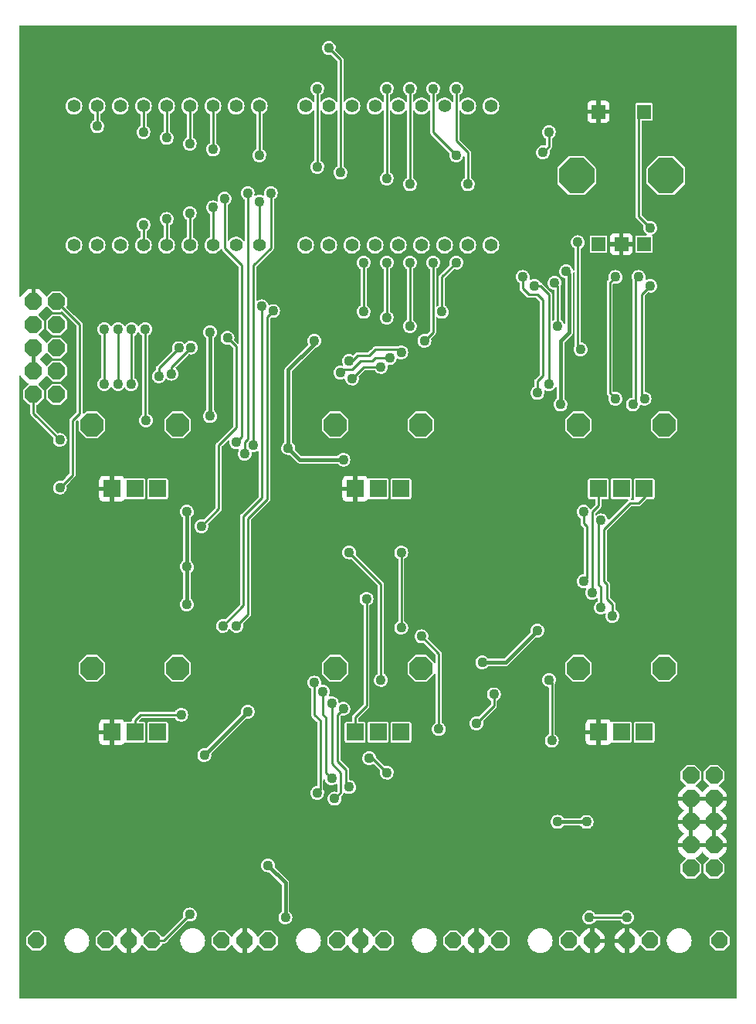
<source format=gbr>
%TF.GenerationSoftware,KiCad,Pcbnew,(6.0.11-0)*%
%TF.CreationDate,2023-03-06T23:39:12+01:00*%
%TF.ProjectId,braids,62726169-6473-42e6-9b69-6361645f7063,rev?*%
%TF.SameCoordinates,Original*%
%TF.FileFunction,Copper,L2,Bot*%
%TF.FilePolarity,Positive*%
%FSLAX46Y46*%
G04 Gerber Fmt 4.6, Leading zero omitted, Abs format (unit mm)*
G04 Created by KiCad (PCBNEW (6.0.11-0)) date 2023-03-06 23:39:12*
%MOMM*%
%LPD*%
G01*
G04 APERTURE LIST*
G04 Aperture macros list*
%AMOutline5P*
0 Free polygon, 5 corners , with rotation*
0 The origin of the aperture is its center*
0 number of corners: always 5*
0 $1 to $10 corner X, Y*
0 $11 Rotation angle, in degrees counterclockwise*
0 create outline with 5 corners*
4,1,5,$1,$2,$3,$4,$5,$6,$7,$8,$9,$10,$1,$2,$11*%
%AMOutline6P*
0 Free polygon, 6 corners , with rotation*
0 The origin of the aperture is its center*
0 number of corners: always 6*
0 $1 to $12 corner X, Y*
0 $13 Rotation angle, in degrees counterclockwise*
0 create outline with 6 corners*
4,1,6,$1,$2,$3,$4,$5,$6,$7,$8,$9,$10,$11,$12,$1,$2,$13*%
%AMOutline7P*
0 Free polygon, 7 corners , with rotation*
0 The origin of the aperture is its center*
0 number of corners: always 7*
0 $1 to $14 corner X, Y*
0 $15 Rotation angle, in degrees counterclockwise*
0 create outline with 7 corners*
4,1,7,$1,$2,$3,$4,$5,$6,$7,$8,$9,$10,$11,$12,$13,$14,$1,$2,$15*%
%AMOutline8P*
0 Free polygon, 8 corners , with rotation*
0 The origin of the aperture is its center*
0 number of corners: always 8*
0 $1 to $16 corner X, Y*
0 $17 Rotation angle, in degrees counterclockwise*
0 create outline with 8 corners*
4,1,8,$1,$2,$3,$4,$5,$6,$7,$8,$9,$10,$11,$12,$13,$14,$15,$16,$1,$2,$17*%
G04 Aperture macros list end*
%TA.AperFunction,ComponentPad*%
%ADD10R,1.879600X1.879600*%
%TD*%
%TA.AperFunction,ComponentPad*%
%ADD11Outline8P,-1.270000X0.526051X-0.526051X1.270000X0.526051X1.270000X1.270000X0.526051X1.270000X-0.526051X0.526051X-1.270000X-0.526051X-1.270000X-1.270000X-0.526051X90.000000*%
%TD*%
%TA.AperFunction,ComponentPad*%
%ADD12Outline8P,-0.889000X0.368236X-0.368236X0.889000X0.368236X0.889000X0.889000X0.368236X0.889000X-0.368236X0.368236X-0.889000X-0.368236X-0.889000X-0.889000X-0.368236X90.000000*%
%TD*%
%TA.AperFunction,ComponentPad*%
%ADD13R,1.500000X1.500000*%
%TD*%
%TA.AperFunction,ComponentPad*%
%ADD14Outline8P,-1.908000X0.790319X-0.790319X1.908000X0.790319X1.908000X1.908000X0.790319X1.908000X-0.790319X0.790319X-1.908000X-0.790319X-1.908000X-1.908000X-0.790319X0.000000*%
%TD*%
%TA.AperFunction,ComponentPad*%
%ADD15C,1.422400*%
%TD*%
%TA.AperFunction,ComponentPad*%
%ADD16Outline8P,-0.889000X0.368236X-0.368236X0.889000X0.368236X0.889000X0.889000X0.368236X0.889000X-0.368236X0.368236X-0.889000X-0.368236X-0.889000X-0.889000X-0.368236X270.000000*%
%TD*%
%TA.AperFunction,ComponentPad*%
%ADD17Outline8P,-0.939800X0.389278X-0.389278X0.939800X0.389278X0.939800X0.939800X0.389278X0.939800X-0.389278X0.389278X-0.939800X-0.389278X-0.939800X-0.939800X-0.389278X270.000000*%
%TD*%
%TA.AperFunction,ComponentPad*%
%ADD18Outline8P,-0.939800X0.389278X-0.389278X0.939800X0.389278X0.939800X0.939800X0.389278X0.939800X-0.389278X0.389278X-0.939800X-0.389278X-0.939800X-0.939800X-0.389278X90.000000*%
%TD*%
%TA.AperFunction,ViaPad*%
%ADD19C,1.108000*%
%TD*%
%TA.AperFunction,Conductor*%
%ADD20C,0.406400*%
%TD*%
%TA.AperFunction,Conductor*%
%ADD21C,0.254000*%
%TD*%
%TA.AperFunction,Conductor*%
%ADD22C,0.250000*%
%TD*%
G04 APERTURE END LIST*
D10*
%TO.P,R19,P$1,E*%
%TO.N,+3V3*%
X124341100Y-102478600D03*
%TO.P,R19,P$2,S*%
%TO.N,/braids_2/FINE_TUNE*%
X121841100Y-102478600D03*
%TO.P,R19,P$3,A*%
%TO.N,GND*%
X119341100Y-102478600D03*
D11*
%TO.P,R19,P$4*%
%TO.N,N/C*%
X126541100Y-95478600D03*
%TO.P,R19,P$5*%
X117141100Y-95478600D03*
%TD*%
D10*
%TO.P,R36,P$1,E*%
%TO.N,AREF_-10*%
X124341100Y-129148600D03*
%TO.P,R36,P$2,S*%
%TO.N,Net-(R28-Pad1)*%
X121841100Y-129148600D03*
%TO.P,R36,P$3,A*%
%TO.N,GND*%
X119341100Y-129148600D03*
D11*
%TO.P,R36,P$4*%
%TO.N,N/C*%
X126541100Y-122148600D03*
%TO.P,R36,P$5*%
X117141100Y-122148600D03*
%TD*%
D12*
%TO.P,J4,P1,1*%
%TO.N,GND*%
X159306100Y-151993600D03*
%TO.P,J4,P2,2*%
%TO.N,unconnected-(J4-PadP2)*%
X156766100Y-151993600D03*
%TO.P,J4,P3,3*%
%TO.N,Net-(J4-PadP3)*%
X149146100Y-151993600D03*
%TD*%
%TO.P,J3,P1,1*%
%TO.N,GND*%
X146606100Y-151993600D03*
%TO.P,J3,P2,2*%
%TO.N,unconnected-(J3-PadP2)*%
X144066100Y-151993600D03*
%TO.P,J3,P3,3*%
%TO.N,Net-(J3-PadP3)*%
X136446100Y-151993600D03*
%TD*%
%TO.P,J5,P1,1*%
%TO.N,GND*%
X172006100Y-151993600D03*
%TO.P,J5,P2,2*%
%TO.N,unconnected-(J5-PadP2)*%
X169466100Y-151993600D03*
%TO.P,J5,P3,3*%
%TO.N,Net-(J5-PadP3)*%
X161846100Y-151993600D03*
%TD*%
%TO.P,J1,P1,1*%
%TO.N,GND*%
X121206100Y-151993600D03*
%TO.P,J1,P2,2*%
%TO.N,unconnected-(J1-PadP2)*%
X118666100Y-151993600D03*
%TO.P,J1,P3,3*%
%TO.N,Net-(J1-PadP3)*%
X111046100Y-151993600D03*
%TD*%
%TO.P,J2,P1,1*%
%TO.N,GND*%
X133906100Y-151993600D03*
%TO.P,J2,P2,2*%
%TO.N,unconnected-(J2-PadP2)*%
X131366100Y-151993600D03*
%TO.P,J2,P3,3*%
%TO.N,Net-(J2-PadP3)*%
X123746100Y-151993600D03*
%TD*%
D13*
%TO.P,SW1,A,A*%
%TO.N,/braids_2/ENC_B*%
X172681100Y-75673600D03*
%TO.P,SW1,B,B*%
%TO.N,/braids_2/ENC_A*%
X177681100Y-75673600D03*
%TO.P,SW1,C,C*%
%TO.N,GND*%
X175181100Y-75673600D03*
%TO.P,SW1,D,1*%
X172681100Y-61173600D03*
%TO.P,SW1,E,2*%
%TO.N,/braids_2/ENC_CLICK*%
X177681100Y-61173600D03*
D14*
%TO.P,SW1,GND1*%
%TO.N,N/C*%
X170281100Y-68173600D03*
%TO.P,SW1,GND2*%
X180081100Y-68173600D03*
%TD*%
D10*
%TO.P,R20,P$1,E*%
%TO.N,AREF_-10*%
X151011100Y-102478600D03*
%TO.P,R20,P$2,S*%
%TO.N,Net-(R20-PadP$2)*%
X148511100Y-102478600D03*
%TO.P,R20,P$3,A*%
%TO.N,GND*%
X146011100Y-102478600D03*
D11*
%TO.P,R20,P$4*%
%TO.N,N/C*%
X153211100Y-95478600D03*
%TO.P,R20,P$5*%
X143811100Y-95478600D03*
%TD*%
D15*
%TO.P,DISP1,1,E*%
%TO.N,Net-(DISP1-Pad1)*%
X115173600Y-75793600D03*
%TO.P,DISP1,2,N*%
%TO.N,Net-(DISP1-Pad2)*%
X117713600Y-75793600D03*
%TO.P,DISP1,3*%
%TO.N,N/C*%
X120253600Y-75793600D03*
%TO.P,DISP1,4,M*%
%TO.N,Net-(DISP1-Pad4)*%
X122793600Y-75793600D03*
%TO.P,DISP1,5,L*%
%TO.N,Net-(DISP1-Pad5)*%
X125333600Y-75793600D03*
%TO.P,DISP1,6,K*%
%TO.N,Net-(DISP1-Pad6)*%
X127873600Y-75793600D03*
%TO.P,DISP1,7,D*%
%TO.N,Net-(DISP1-Pad7)*%
X130413600Y-75793600D03*
%TO.P,DISP1,8,DP*%
%TO.N,unconnected-(DISP1-Pad8)*%
X132953600Y-75793600D03*
%TO.P,DISP1,9,C*%
%TO.N,Net-(DISP1-Pad9)*%
X135493600Y-75793600D03*
%TO.P,DISP1,10,B*%
%TO.N,Net-(DISP1-Pad10)*%
X135493600Y-60553600D03*
%TO.P,DISP1,11,K2*%
%TO.N,Net-(DISP1-Pad11)*%
X132953600Y-60553600D03*
%TO.P,DISP1,12,A*%
%TO.N,Net-(DISP1-Pad12)*%
X130413600Y-60553600D03*
%TO.P,DISP1,13,P*%
%TO.N,Net-(DISP1-Pad13)*%
X127873600Y-60553600D03*
%TO.P,DISP1,14,J*%
%TO.N,Net-(DISP1-Pad14)*%
X125333600Y-60553600D03*
%TO.P,DISP1,15,H*%
%TO.N,Net-(DISP1-Pad15)*%
X122793600Y-60553600D03*
%TO.P,DISP1,16,K1*%
%TO.N,Net-(DISP1-Pad16)*%
X120253600Y-60553600D03*
%TO.P,DISP1,17,G*%
%TO.N,Net-(DISP1-Pad17)*%
X117713600Y-60553600D03*
%TO.P,DISP1,18,F*%
%TO.N,Net-(DISP1-Pad18)*%
X115173600Y-60553600D03*
%TD*%
D10*
%TO.P,R38,P$1,E*%
%TO.N,AREF_-10*%
X177681100Y-129148600D03*
%TO.P,R38,P$2,S*%
%TO.N,Net-(R32-Pad1)*%
X175181100Y-129148600D03*
%TO.P,R38,P$3,A*%
%TO.N,GND*%
X172681100Y-129148600D03*
D11*
%TO.P,R38,P$4*%
%TO.N,N/C*%
X179881100Y-122148600D03*
%TO.P,R38,P$5*%
X170481100Y-122148600D03*
%TD*%
D10*
%TO.P,R37,P$1,E*%
%TO.N,Net-(IC9-Pad13)*%
X151011100Y-129148600D03*
%TO.P,R37,P$2,S*%
%TO.N,Net-(R37-PadP$2)*%
X148511100Y-129148600D03*
%TO.P,R37,P$3,A*%
%TO.N,Net-(C13-Pad1)*%
X146011100Y-129148600D03*
D11*
%TO.P,R37,P$4*%
%TO.N,N/C*%
X153211100Y-122148600D03*
%TO.P,R37,P$5*%
X143811100Y-122148600D03*
%TD*%
D10*
%TO.P,R21,P$1,E*%
%TO.N,Net-(IC9-Pad2)*%
X177681100Y-102478600D03*
%TO.P,R21,P$2,S*%
%TO.N,Net-(R21-PadP$2)*%
X175181100Y-102478600D03*
%TO.P,R21,P$3,A*%
%TO.N,Net-(C17-Pad1)*%
X172681100Y-102478600D03*
D11*
%TO.P,R21,P$4*%
%TO.N,N/C*%
X179881100Y-95478600D03*
%TO.P,R21,P$5*%
X170481100Y-95478600D03*
%TD*%
D16*
%TO.P,J6,P1,1*%
%TO.N,GND*%
X175816100Y-151993600D03*
%TO.P,J6,P2,2*%
%TO.N,unconnected-(J6-PadP2)*%
X178356100Y-151993600D03*
%TO.P,J6,P3,3*%
%TO.N,Net-(J6-PadP3)*%
X185976100Y-151993600D03*
%TD*%
D15*
%TO.P,DISP2,1,E*%
%TO.N,Net-(DISP1-Pad1)*%
X140573600Y-75793600D03*
%TO.P,DISP2,2,N*%
%TO.N,Net-(DISP1-Pad2)*%
X143113600Y-75793600D03*
%TO.P,DISP2,3*%
%TO.N,N/C*%
X145653600Y-75793600D03*
%TO.P,DISP2,4,M*%
%TO.N,Net-(DISP1-Pad4)*%
X148193600Y-75793600D03*
%TO.P,DISP2,5,L*%
%TO.N,Net-(DISP1-Pad5)*%
X150733600Y-75793600D03*
%TO.P,DISP2,6,K*%
%TO.N,Net-(DISP1-Pad6)*%
X153273600Y-75793600D03*
%TO.P,DISP2,7,D*%
%TO.N,Net-(DISP1-Pad7)*%
X155813600Y-75793600D03*
%TO.P,DISP2,8,DP*%
%TO.N,unconnected-(DISP2-Pad8)*%
X158353600Y-75793600D03*
%TO.P,DISP2,9,C*%
%TO.N,Net-(DISP1-Pad9)*%
X160893600Y-75793600D03*
%TO.P,DISP2,10,B*%
%TO.N,Net-(DISP1-Pad10)*%
X160893600Y-60553600D03*
%TO.P,DISP2,11,K2*%
%TO.N,Net-(DISP2-Pad11)*%
X158353600Y-60553600D03*
%TO.P,DISP2,12,A*%
%TO.N,Net-(DISP1-Pad12)*%
X155813600Y-60553600D03*
%TO.P,DISP2,13,P*%
%TO.N,Net-(DISP1-Pad13)*%
X153273600Y-60553600D03*
%TO.P,DISP2,14,J*%
%TO.N,Net-(DISP1-Pad14)*%
X150733600Y-60553600D03*
%TO.P,DISP2,15,H*%
%TO.N,Net-(DISP1-Pad15)*%
X148193600Y-60553600D03*
%TO.P,DISP2,16,K1*%
%TO.N,Net-(DISP2-Pad16)*%
X145653600Y-60553600D03*
%TO.P,DISP2,17,G*%
%TO.N,Net-(DISP1-Pad17)*%
X143113600Y-60553600D03*
%TO.P,DISP2,18,F*%
%TO.N,Net-(DISP1-Pad18)*%
X140573600Y-60553600D03*
%TD*%
D17*
%TO.P,JP1,1,1*%
%TO.N,Net-(D1-PadA)*%
X185341100Y-133896100D03*
%TO.P,JP1,2,2*%
X182801100Y-133896100D03*
%TO.P,JP1,3,3*%
%TO.N,GND*%
X185341100Y-136436100D03*
%TO.P,JP1,4,4*%
X182801100Y-136436100D03*
%TO.P,JP1,5,5*%
X185341100Y-138976100D03*
%TO.P,JP1,6,6*%
X182801100Y-138976100D03*
%TO.P,JP1,7,7*%
X185341100Y-141516100D03*
%TO.P,JP1,8,8*%
X182801100Y-141516100D03*
%TO.P,JP1,9,9*%
%TO.N,Net-(D2-PadC)*%
X185341100Y-144056100D03*
%TO.P,JP1,10,10*%
X182801100Y-144056100D03*
%TD*%
D18*
%TO.P,JP2,1,1*%
%TO.N,+3V3*%
X110730000Y-92120000D03*
%TO.P,JP2,2,2*%
%TO.N,/braids_2/JTMS*%
X113270000Y-92120000D03*
%TO.P,JP2,3,3*%
%TO.N,GND*%
X110730000Y-89580000D03*
%TO.P,JP2,4,4*%
%TO.N,/braids_2/JTCK*%
X113270000Y-89580000D03*
%TO.P,JP2,5,5*%
%TO.N,GND*%
X110730000Y-87040000D03*
%TO.P,JP2,6,6*%
%TO.N,/braids_2/JTDO*%
X113270000Y-87040000D03*
%TO.P,JP2,7,7*%
%TO.N,unconnected-(JP2-Pad7)*%
X110730000Y-84500000D03*
%TO.P,JP2,8,8*%
%TO.N,/braids_2/JTDI*%
X113270000Y-84500000D03*
%TO.P,JP2,9,9*%
%TO.N,GND*%
X110730000Y-81960000D03*
%TO.P,JP2,10,10*%
%TO.N,/braids_2/RESET*%
X113270000Y-81960000D03*
%TD*%
D19*
%TO.N,GND*%
X145971100Y-118656100D03*
X152321100Y-98653600D03*
X153591100Y-144373600D03*
X132318600Y-98971100D03*
X116443600Y-72301100D03*
X110411100Y-146913600D03*
X186611100Y-103733600D03*
X169783600Y-88493600D03*
X138986100Y-119608600D03*
X168196100Y-109766100D03*
X169783600Y-111671100D03*
X163116100Y-80238600D03*
X110411100Y-52933600D03*
X165338600Y-61188600D03*
X145971100Y-139293600D03*
X176451100Y-105321100D03*
X126921100Y-132308600D03*
X135811100Y-157073600D03*
X153908600Y-105638600D03*
X113952500Y-104873800D03*
X131366100Y-79603600D03*
X170736100Y-103416100D03*
X115808600Y-58013600D03*
X166291100Y-157073600D03*
X156131100Y-157073600D03*
X120571100Y-111353600D03*
X160576100Y-109448600D03*
X137250000Y-89000000D03*
X175816100Y-80238600D03*
X133000000Y-104250000D03*
X176768600Y-111671100D03*
X175181100Y-97701100D03*
X186611100Y-93573600D03*
X110411100Y-96113600D03*
X155178600Y-118338600D03*
X184388600Y-97701100D03*
X148828600Y-85636100D03*
X140256100Y-131038600D03*
X156448600Y-131673600D03*
X137398600Y-92621100D03*
X168513600Y-141198600D03*
X178673600Y-114528600D03*
X170101100Y-124688600D03*
X176451100Y-52933600D03*
X133588600Y-141198600D03*
X171400000Y-98100000D03*
X182483600Y-130403600D03*
X167125129Y-96274871D03*
X172000000Y-79000000D03*
X177721100Y-97701100D03*
X148511100Y-109448600D03*
X149781100Y-118656100D03*
X160576100Y-115798600D03*
X110411100Y-124053600D03*
X131366100Y-82461100D03*
X151686100Y-136436100D03*
X143113600Y-85953600D03*
X186611100Y-157073600D03*
X110411100Y-134213600D03*
X126286100Y-108496100D03*
X120888600Y-134848600D03*
X120253600Y-64998600D03*
X163116100Y-136753600D03*
X125651100Y-157073600D03*
X160893600Y-122783600D03*
X115491100Y-157073600D03*
X149781100Y-120878600D03*
X138351100Y-52933600D03*
X166291100Y-52933600D03*
X134541100Y-135483600D03*
X128826100Y-108496100D03*
X154400000Y-107400000D03*
X136446100Y-79603600D03*
X137081100Y-126911100D03*
X168831100Y-117068600D03*
X110411100Y-63093600D03*
X135811600Y-105707400D03*
X160893600Y-71348600D03*
X180896100Y-85953600D03*
X110460000Y-104873800D03*
X145653600Y-131038600D03*
X186611100Y-113893600D03*
X110411100Y-73253600D03*
X156131100Y-52933600D03*
X178356100Y-145961100D03*
X122793600Y-56108600D03*
X121841100Y-97000000D03*
X173593600Y-133896100D03*
X176451100Y-157073600D03*
X138351100Y-108813600D03*
X145971100Y-157073600D03*
X186611100Y-73253600D03*
X186611100Y-83413600D03*
X186611100Y-63093600D03*
X133588600Y-122148600D03*
X165338600Y-142151100D03*
X178356100Y-86271100D03*
X159941100Y-92621100D03*
X186611100Y-124053600D03*
X131048600Y-56108600D03*
X145971100Y-120878600D03*
X159000000Y-79000000D03*
X140256100Y-94843600D03*
X161211100Y-101511100D03*
X144066100Y-114528600D03*
X132318600Y-126911100D03*
X128826100Y-93573600D03*
X113000000Y-113763800D03*
X129778600Y-98971100D03*
X186611100Y-52933600D03*
X182166100Y-115798600D03*
%TO.N,+3V3*%
X113635000Y-97135000D03*
X127556100Y-111036100D03*
X165973600Y-118021100D03*
X169148600Y-78651100D03*
X130096100Y-85318600D03*
X127556100Y-115163600D03*
X144701100Y-99288600D03*
X138668600Y-98018600D03*
X141526100Y-86271100D03*
X127556100Y-105003600D03*
X130096100Y-94526100D03*
X168513600Y-93256100D03*
X159941100Y-121513600D03*
%TO.N,Net-(C13-Pad1)*%
X147241100Y-114528600D03*
%TO.N,Net-(C17-Pad1)*%
X172006100Y-113893600D03*
%TO.N,VCC*%
X136446100Y-143738600D03*
X138351100Y-149453600D03*
%TO.N,VEE*%
X129461100Y-131673600D03*
X171371100Y-138976100D03*
X134223600Y-126911100D03*
X168196100Y-138976100D03*
%TO.N,Net-(DISP1-Pad17)*%
X117713600Y-62776100D03*
%TO.N,Net-(DISP1-Pad15)*%
X122793600Y-63411100D03*
%TO.N,Net-(DISP1-Pad14)*%
X125333600Y-64046100D03*
%TO.N,Net-(DISP1-Pad13)*%
X127873600Y-64681100D03*
%TO.N,Net-(DISP1-Pad12)*%
X130413600Y-65316100D03*
%TO.N,Net-(DISP1-Pad10)*%
X135493600Y-65951100D03*
%TO.N,Net-(DISP1-Pad9)*%
X135493600Y-71031100D03*
%TO.N,Net-(DISP1-Pad7)*%
X130413600Y-71666100D03*
%TO.N,Net-(DISP1-Pad6)*%
X127873600Y-72301100D03*
%TO.N,Net-(DISP1-Pad5)*%
X125333600Y-72936100D03*
%TO.N,Net-(DISP1-Pad4)*%
X122793600Y-73571100D03*
%TO.N,/braids_2/DISP_SCK*%
X167243600Y-91033600D03*
X178356100Y-80238600D03*
X165656100Y-80238600D03*
X177721100Y-92621100D03*
X151051100Y-87541100D03*
X145336100Y-88493600D03*
%TO.N,/braids_2/DISP_EN*%
X165973600Y-91986100D03*
X177086100Y-79286100D03*
X144383600Y-89763600D03*
X164386100Y-79286100D03*
X149781100Y-88176100D03*
X176451100Y-93256100D03*
%TO.N,Net-(IC1-Pad5)*%
X157083600Y-65951100D03*
X154543600Y-58648600D03*
%TO.N,Net-(IC1-Pad4)*%
X146923600Y-83096100D03*
X146923600Y-77698600D03*
%TO.N,Net-(IC1-Pad14)*%
X167878600Y-79921100D03*
X168196100Y-84683600D03*
%TO.N,Net-(IC1-Pad15)*%
X152003600Y-69126100D03*
X152003600Y-58648600D03*
%TO.N,Net-(IC1-Pad3)*%
X149463600Y-83731100D03*
X149463600Y-77698600D03*
%TO.N,Net-(IC1-Pad2)*%
X152003600Y-84683600D03*
X152003600Y-77698600D03*
%TO.N,Net-(IC1-Pad1)*%
X154543600Y-77698600D03*
X153591100Y-86271100D03*
%TO.N,Net-(IC2-Pad7)*%
X149463600Y-68491100D03*
X149463600Y-58648600D03*
%TO.N,Net-(IC2-Pad6)*%
X143113600Y-54203600D03*
X144383600Y-67856100D03*
%TO.N,Net-(IC2-Pad5)*%
X141843600Y-58648600D03*
X141843600Y-67221100D03*
%TO.N,/braids_2/DISP_SER*%
X148828600Y-89128600D03*
X174546100Y-79286100D03*
X145653600Y-90398600D03*
X174546100Y-92621100D03*
%TO.N,Net-(IC2-Pad15)*%
X158353600Y-69126100D03*
X157083600Y-58648600D03*
%TO.N,Net-(IC2-Pad3)*%
X155496100Y-83096100D03*
X157083600Y-77698600D03*
%TO.N,Net-(IC2-Pad2)*%
X170418600Y-75476100D03*
X170736100Y-87223600D03*
%TO.N,Net-(IC2-Pad1)*%
X166608600Y-65633600D03*
X167243600Y-63411100D03*
%TO.N,Net-(IC9-Pad7)*%
X141526100Y-123736100D03*
X141843600Y-135801100D03*
%TO.N,Net-(IC9-Pad2)*%
X144701100Y-126593600D03*
X145336100Y-135166100D03*
X174228600Y-116433600D03*
%TO.N,Net-(IC9-Pad1)*%
X142478600Y-124688600D03*
X143431100Y-134213600D03*
%TO.N,Net-(J2-PadP3)*%
X127873600Y-149136100D03*
%TO.N,Net-(J3-PadP3)*%
X143748600Y-136436100D03*
X143431100Y-125958600D03*
X172958600Y-115481100D03*
X172958600Y-105956100D03*
%TO.N,Net-(J5-PadP3)*%
X149463600Y-133578600D03*
X147558600Y-131991100D03*
%TO.N,AUDIO_OUT*%
X171053600Y-112623600D03*
X167561100Y-130086100D03*
X167243600Y-123418600D03*
X171053600Y-105003600D03*
%TO.N,Net-(J6-PadP3)*%
X175816100Y-149453600D03*
X171688600Y-149453600D03*
%TO.N,/braids_2/TX*%
X137000000Y-83000000D03*
X133000000Y-117500000D03*
%TO.N,/braids_2/RX*%
X131500000Y-117500000D03*
X135750000Y-82500000D03*
%TO.N,/braids_2/RESET*%
X113635000Y-102333800D03*
X132001100Y-85953600D03*
X129143600Y-106591100D03*
%TO.N,/braids_2/JTCK*%
X125876229Y-89876229D03*
X127993879Y-87006121D03*
%TO.N,/braids_2/JTMS*%
X126677146Y-87073113D03*
X124477575Y-90149900D03*
%TO.N,AREF_-10*%
X161211100Y-125006100D03*
X148828600Y-123418600D03*
X145336100Y-109448600D03*
X159306100Y-128181100D03*
%TO.N,/braids_2/DISP_CHAR2*%
X121500000Y-85000000D03*
X121466400Y-91033600D03*
%TO.N,/braids_2/DISP_CHAR3*%
X120000000Y-85000000D03*
X120000000Y-91000000D03*
%TO.N,/braids_2/DISP_CHAR0*%
X118500000Y-91000000D03*
X118500000Y-85000000D03*
%TO.N,/braids_2/DISP_CHAR1*%
X123052560Y-94978294D03*
X123000000Y-85000000D03*
%TO.N,Net-(R20-PadP$2)*%
X151051100Y-117703600D03*
X151051100Y-109448600D03*
%TO.N,Net-(R28-Pad1)*%
X126921100Y-127228600D03*
%TO.N,Net-(R32-Pad1)*%
X153273600Y-118656100D03*
X155178600Y-128816100D03*
%TO.N,/braids_2/ENC_CLICK*%
X178356100Y-73888600D03*
X132953600Y-97383600D03*
X131683600Y-70713600D03*
%TO.N,/braids_2/ENC_A*%
X133906100Y-98653600D03*
X134223600Y-70078600D03*
%TO.N,/braids_2/ENC_B*%
X136763600Y-70078600D03*
X134858600Y-97701100D03*
%TD*%
D20*
%TO.N,+3V3*%
X130096100Y-94526100D02*
X130096100Y-85318600D01*
X168513600Y-86271100D02*
X169466100Y-85318600D01*
X138668600Y-89446100D02*
X141526100Y-86588600D01*
X127556100Y-111036100D02*
X127556100Y-115163600D01*
X144701100Y-99288600D02*
X139938600Y-99288600D01*
X141526100Y-86588600D02*
X141526100Y-86271100D01*
X165973600Y-118021100D02*
X162481100Y-121513600D01*
X162481100Y-121513600D02*
X159941100Y-121513600D01*
X139938600Y-99288600D02*
X138668600Y-98018600D01*
D21*
X110730000Y-94230000D02*
X110730000Y-92120000D01*
D20*
X138668600Y-98018600D02*
X138668600Y-89446100D01*
X169466100Y-85318600D02*
X169466100Y-78968600D01*
D21*
X113635000Y-97135000D02*
X110730000Y-94230000D01*
D20*
X168513600Y-93256100D02*
X168513600Y-86271100D01*
X127556100Y-105003600D02*
X127556100Y-111036100D01*
X169466100Y-78968600D02*
X169148600Y-78651100D01*
D21*
%TO.N,Net-(C13-Pad1)*%
X146011100Y-127506100D02*
X147241100Y-126276100D01*
X146011100Y-129148600D02*
X146011100Y-127506100D01*
X147241100Y-126276100D02*
X147241100Y-114528600D01*
%TO.N,Net-(C17-Pad1)*%
X172006100Y-113893600D02*
X172006100Y-105003600D01*
X172006100Y-105003600D02*
X172681100Y-104328600D01*
X172681100Y-104328600D02*
X172681100Y-102478600D01*
D20*
%TO.N,VCC*%
X138351100Y-149453600D02*
X138351100Y-145643600D01*
X138351100Y-145643600D02*
X136446100Y-143738600D01*
%TO.N,VEE*%
X171371100Y-138976100D02*
X168196100Y-138976100D01*
X129461100Y-131673600D02*
X134223600Y-126911100D01*
D21*
%TO.N,Net-(DISP1-Pad17)*%
X117713600Y-62776100D02*
X117713600Y-60553600D01*
%TO.N,Net-(DISP1-Pad15)*%
X122793600Y-63411100D02*
X122793600Y-60553600D01*
%TO.N,Net-(DISP1-Pad14)*%
X125333600Y-64046100D02*
X125333600Y-60553600D01*
%TO.N,Net-(DISP1-Pad13)*%
X127873600Y-64681100D02*
X127873600Y-60553600D01*
%TO.N,Net-(DISP1-Pad12)*%
X130413600Y-65316100D02*
X130413600Y-60553600D01*
%TO.N,Net-(DISP1-Pad10)*%
X135493600Y-65951100D02*
X135493600Y-60553600D01*
%TO.N,Net-(DISP1-Pad9)*%
X135493600Y-75793600D02*
X135493600Y-71031100D01*
%TO.N,Net-(DISP1-Pad7)*%
X130413600Y-75793600D02*
X130413600Y-71666100D01*
%TO.N,Net-(DISP1-Pad6)*%
X127873600Y-75793600D02*
X127873600Y-72301100D01*
%TO.N,Net-(DISP1-Pad5)*%
X125333600Y-75793600D02*
X125333600Y-72936100D01*
%TO.N,Net-(DISP1-Pad4)*%
X122793600Y-75793600D02*
X122793600Y-73571100D01*
%TO.N,/braids_2/DISP_SCK*%
X177403600Y-92303600D02*
X177403600Y-81191100D01*
X145336100Y-88493600D02*
X145653600Y-88493600D01*
X177721100Y-92621100D02*
X177403600Y-92303600D01*
X146288600Y-87858600D02*
X147558600Y-87858600D01*
X167243600Y-91033600D02*
X167243600Y-81191100D01*
X145653600Y-88493600D02*
X146288600Y-87858600D01*
X147558600Y-87858600D02*
X148193600Y-87223600D01*
X166291100Y-80238600D02*
X165656100Y-80238600D01*
X167243600Y-81191100D02*
X166291100Y-80238600D01*
X148193600Y-87223600D02*
X150733600Y-87223600D01*
X150733600Y-87223600D02*
X151051100Y-87541100D01*
X177403600Y-81191100D02*
X178356100Y-80238600D01*
%TO.N,/braids_2/DISP_EN*%
X165973600Y-81191100D02*
X165021100Y-81191100D01*
X166608600Y-81826100D02*
X165973600Y-81191100D01*
X165973600Y-91986100D02*
X165973600Y-90716100D01*
X176768600Y-92938600D02*
X176768600Y-79603600D01*
X164386100Y-80556100D02*
X164386100Y-79286100D01*
X165973600Y-90716100D02*
X166608600Y-90081100D01*
X166608600Y-90081100D02*
X166608600Y-81826100D01*
X176451100Y-93256100D02*
X176768600Y-92938600D01*
X176768600Y-79603600D02*
X177086100Y-79286100D01*
X147876100Y-88493600D02*
X148193600Y-88176100D01*
X144383600Y-89763600D02*
X144701100Y-89446100D01*
X144701100Y-89446100D02*
X145653600Y-89446100D01*
X165021100Y-81191100D02*
X164386100Y-80556100D01*
X148193600Y-88176100D02*
X149781100Y-88176100D01*
X146606100Y-88493600D02*
X147876100Y-88493600D01*
X145653600Y-89446100D02*
X146606100Y-88493600D01*
%TO.N,Net-(IC1-Pad5)*%
X154543600Y-63411100D02*
X154543600Y-58648600D01*
X157083600Y-65951100D02*
X154543600Y-63411100D01*
%TO.N,Net-(IC1-Pad4)*%
X146923600Y-83096100D02*
X146923600Y-77698600D01*
%TO.N,Net-(IC1-Pad14)*%
X168196100Y-80238600D02*
X168196100Y-84683600D01*
X167878600Y-79921100D02*
X168196100Y-80238600D01*
%TO.N,Net-(IC1-Pad15)*%
X152003600Y-69126100D02*
X152003600Y-58648600D01*
%TO.N,Net-(IC1-Pad3)*%
X149463600Y-83731100D02*
X149463600Y-77698600D01*
%TO.N,Net-(IC1-Pad2)*%
X152003600Y-84683600D02*
X152003600Y-77698600D01*
%TO.N,Net-(IC1-Pad1)*%
X154543600Y-85318600D02*
X154543600Y-77698600D01*
X153591100Y-86271100D02*
X154543600Y-85318600D01*
%TO.N,Net-(IC2-Pad7)*%
X149463600Y-68491100D02*
X149463600Y-58648600D01*
%TO.N,Net-(IC2-Pad6)*%
X144383600Y-67856100D02*
X144383600Y-55473600D01*
X144383600Y-55473600D02*
X143113600Y-54203600D01*
%TO.N,Net-(IC2-Pad5)*%
X141843600Y-67221100D02*
X141843600Y-58648600D01*
%TO.N,/braids_2/DISP_SER*%
X146923600Y-89128600D02*
X148828600Y-89128600D01*
X173911100Y-79921100D02*
X174546100Y-79286100D01*
X145653600Y-90398600D02*
X146923600Y-89128600D01*
X173911100Y-91986100D02*
X173911100Y-79921100D01*
X174546100Y-92621100D02*
X173911100Y-91986100D01*
%TO.N,Net-(IC2-Pad15)*%
X158353600Y-65633600D02*
X157083600Y-64363600D01*
X158353600Y-69126100D02*
X158353600Y-65633600D01*
X157083600Y-64363600D02*
X157083600Y-58648600D01*
%TO.N,Net-(IC2-Pad3)*%
X155496100Y-79286100D02*
X157083600Y-77698600D01*
X155496100Y-83096100D02*
X155496100Y-79286100D01*
%TO.N,Net-(IC2-Pad2)*%
X170418600Y-86906100D02*
X170418600Y-75476100D01*
X170736100Y-87223600D02*
X170418600Y-86906100D01*
%TO.N,Net-(IC2-Pad1)*%
X166608600Y-65633600D02*
X167243600Y-64998600D01*
X167243600Y-64998600D02*
X167243600Y-63411100D01*
%TO.N,Net-(IC9-Pad7)*%
X142161100Y-127863600D02*
X141526100Y-127228600D01*
X142161100Y-135483600D02*
X142161100Y-127863600D01*
X141843600Y-135801100D02*
X142161100Y-135483600D01*
X141526100Y-127228600D02*
X141526100Y-123736100D01*
%TO.N,Net-(IC9-Pad2)*%
X174228600Y-116433600D02*
X174228600Y-115163600D01*
X173593600Y-112941100D02*
X173276100Y-112623600D01*
X145336100Y-135166100D02*
X145018600Y-134848600D01*
X176133600Y-104051100D02*
X177086100Y-104051100D01*
X173276100Y-112623600D02*
X173276100Y-106908600D01*
X145018600Y-133261100D02*
X144066100Y-132308600D01*
X144066100Y-127228600D02*
X144701100Y-126593600D01*
X177681100Y-103376100D02*
X177681100Y-102478600D01*
X145018600Y-134848600D02*
X145018600Y-133261100D01*
X144066100Y-132308600D02*
X144066100Y-127228600D01*
X173593600Y-114528600D02*
X173593600Y-112941100D01*
X174228600Y-115163600D02*
X173593600Y-114528600D01*
X177086100Y-104051100D02*
X177721100Y-103416100D01*
X173276100Y-106908600D02*
X176133600Y-104051100D01*
X177721100Y-103416100D02*
X177681100Y-103376100D01*
%TO.N,Net-(IC9-Pad1)*%
X142478600Y-127228600D02*
X142478600Y-124688600D01*
X143431100Y-134213600D02*
X142796100Y-133578600D01*
X142796100Y-127546100D02*
X142478600Y-127228600D01*
X142796100Y-133578600D02*
X142796100Y-127546100D01*
%TO.N,Net-(J2-PadP3)*%
X123746100Y-151993600D02*
X125016100Y-151993600D01*
X125016100Y-151993600D02*
X127873600Y-149136100D01*
%TO.N,Net-(J3-PadP3)*%
X172958600Y-115481100D02*
X172958600Y-113258600D01*
X143748600Y-136436100D02*
X144383600Y-135801100D01*
X172641100Y-112941100D02*
X172641100Y-106273600D01*
X172641100Y-106273600D02*
X172958600Y-105956100D01*
X144383600Y-133578600D02*
X143431100Y-132626100D01*
X143431100Y-132626100D02*
X143431100Y-125958600D01*
X172958600Y-113258600D02*
X172641100Y-112941100D01*
X144383600Y-135801100D02*
X144383600Y-133578600D01*
%TO.N,Net-(J5-PadP3)*%
X149463600Y-133578600D02*
X147876100Y-131991100D01*
X147876100Y-131991100D02*
X147558600Y-131991100D01*
%TO.N,AUDIO_OUT*%
X171053600Y-112623600D02*
X171371100Y-112306100D01*
X171371100Y-112306100D02*
X171371100Y-106591100D01*
X171371100Y-106591100D02*
X171053600Y-106273600D01*
X171053600Y-106273600D02*
X171053600Y-105003600D01*
X167561100Y-123736100D02*
X167243600Y-123418600D01*
X167561100Y-130086100D02*
X167561100Y-123736100D01*
%TO.N,Net-(J6-PadP3)*%
X171688600Y-149453600D02*
X175816100Y-149453600D01*
D22*
%TO.N,/braids_2/TX*%
X134250000Y-116250000D02*
X133000000Y-117500000D01*
X136367800Y-83632200D02*
X136367800Y-103632200D01*
X134250000Y-105750000D02*
X134250000Y-116250000D01*
X136367800Y-103632200D02*
X134250000Y-105750000D01*
X137000000Y-83000000D02*
X136367800Y-83632200D01*
%TO.N,/braids_2/RX*%
X133750000Y-105454820D02*
X133750000Y-115250000D01*
X135750000Y-82500000D02*
X135750000Y-103454820D01*
X135750000Y-103454820D02*
X133750000Y-105454820D01*
X133750000Y-115250000D02*
X131500000Y-117500000D01*
D21*
%TO.N,/braids_2/RESET*%
X113635000Y-102333800D02*
X115000000Y-100968800D01*
X115000000Y-100968800D02*
X115000000Y-95000000D01*
X132953600Y-95796100D02*
X131048600Y-97701100D01*
X115000000Y-95000000D02*
X115808600Y-94191400D01*
X115808600Y-94191400D02*
X115808600Y-84498600D01*
X131048600Y-97701100D02*
X131048600Y-104686100D01*
X132001100Y-85953600D02*
X132953600Y-86906100D01*
X115808600Y-84498600D02*
X113270000Y-81960000D01*
X131048600Y-104686100D02*
X129143600Y-106591100D01*
X132953600Y-86906100D02*
X132953600Y-95796100D01*
%TO.N,/braids_2/JTCK*%
X125876229Y-89876229D02*
X125876229Y-89123771D01*
X125876229Y-89123771D02*
X127993879Y-87006121D01*
%TO.N,/braids_2/JTMS*%
X124477575Y-90149900D02*
X124477575Y-89272684D01*
X124477575Y-89272684D02*
X126677146Y-87073113D01*
%TO.N,AREF_-10*%
X148828600Y-112941100D02*
X148828600Y-123418600D01*
X161211100Y-126276100D02*
X159306100Y-128181100D01*
X161211100Y-125006100D02*
X161211100Y-126276100D01*
X145336100Y-109448600D02*
X148828600Y-112941100D01*
%TO.N,/braids_2/DISP_CHAR2*%
X121500000Y-85000000D02*
X121500000Y-91000000D01*
X121500000Y-91000000D02*
X121466400Y-91033600D01*
%TO.N,/braids_2/DISP_CHAR3*%
X120000000Y-85000000D02*
X120000000Y-91000000D01*
%TO.N,/braids_2/DISP_CHAR0*%
X118500000Y-85000000D02*
X118500000Y-91000000D01*
%TO.N,/braids_2/DISP_CHAR1*%
X123052560Y-94978294D02*
X123000000Y-94925734D01*
X123000000Y-94925734D02*
X123000000Y-85000000D01*
%TO.N,Net-(R20-PadP$2)*%
X151051100Y-117703600D02*
X151051100Y-109448600D01*
%TO.N,Net-(R28-Pad1)*%
X122476100Y-127228600D02*
X126921100Y-127228600D01*
X121841100Y-129148600D02*
X121841100Y-127863600D01*
X121841100Y-127863600D02*
X122476100Y-127228600D01*
%TO.N,Net-(R32-Pad1)*%
X155178600Y-128816100D02*
X155178600Y-120561100D01*
X155178600Y-120561100D02*
X153273600Y-118656100D01*
%TO.N,/braids_2/ENC_CLICK*%
X133588600Y-78016100D02*
X131683600Y-76111100D01*
X131683600Y-76111100D02*
X131683600Y-70713600D01*
X133588600Y-96748600D02*
X133588600Y-78016100D01*
X177086100Y-61848600D02*
X177681100Y-61253600D01*
X132953600Y-97383600D02*
X133588600Y-96748600D01*
X177086100Y-72618600D02*
X177086100Y-61848600D01*
X178356100Y-73888600D02*
X177086100Y-72618600D01*
X177681100Y-61253600D02*
X177681100Y-61173600D01*
%TO.N,/braids_2/ENC_A*%
X133906100Y-98653600D02*
X133906100Y-97383600D01*
X133906100Y-97383600D02*
X134223600Y-97066100D01*
X134223600Y-97066100D02*
X134223600Y-70078600D01*
%TO.N,/braids_2/ENC_B*%
X134858600Y-97701100D02*
X134858600Y-78016100D01*
X134858600Y-78016100D02*
X136763600Y-76111100D01*
X136763600Y-76111100D02*
X136763600Y-70078600D01*
%TD*%
%TA.AperFunction,Conductor*%
%TO.N,GND*%
G36*
X187794131Y-51708313D02*
G01*
X187830676Y-51758613D01*
X187835600Y-51789700D01*
X187835600Y-158217500D01*
X187816387Y-158276631D01*
X187766087Y-158313176D01*
X187735000Y-158318100D01*
X109267200Y-158318100D01*
X109208069Y-158298887D01*
X109171524Y-158248587D01*
X109166600Y-158217500D01*
X109166600Y-152381992D01*
X109953400Y-152381992D01*
X109965357Y-152441651D01*
X109998810Y-152491622D01*
X110548080Y-153040890D01*
X110598719Y-153074620D01*
X110640833Y-153082959D01*
X110652879Y-153085344D01*
X110652881Y-153085344D01*
X110657708Y-153086300D01*
X111434492Y-153086300D01*
X111494151Y-153074343D01*
X111544122Y-153040890D01*
X112093390Y-152491620D01*
X112119768Y-152452019D01*
X112121637Y-152449213D01*
X112121637Y-152449212D01*
X112127120Y-152440981D01*
X112138800Y-152381992D01*
X112138800Y-151993600D01*
X114135441Y-151993600D01*
X114156037Y-152229008D01*
X114157175Y-152233253D01*
X114157175Y-152233256D01*
X114195695Y-152377014D01*
X114217197Y-152457263D01*
X114243541Y-152513757D01*
X114310261Y-152656837D01*
X114317065Y-152671429D01*
X114319580Y-152675021D01*
X114319583Y-152675026D01*
X114319584Y-152675027D01*
X114452605Y-152865001D01*
X114619699Y-153032095D01*
X114623293Y-153034612D01*
X114623296Y-153034614D01*
X114809674Y-153165117D01*
X114809679Y-153165120D01*
X114813271Y-153167635D01*
X115027437Y-153267503D01*
X115031684Y-153268641D01*
X115251444Y-153327525D01*
X115251447Y-153327525D01*
X115255692Y-153328663D01*
X115351443Y-153337040D01*
X115429948Y-153343909D01*
X115429954Y-153343909D01*
X115432134Y-153344100D01*
X115550066Y-153344100D01*
X115552246Y-153343909D01*
X115552252Y-153343909D01*
X115630757Y-153337040D01*
X115726508Y-153328663D01*
X115730753Y-153327525D01*
X115730756Y-153327525D01*
X115950516Y-153268641D01*
X115954763Y-153267503D01*
X116168929Y-153167635D01*
X116172521Y-153165120D01*
X116172526Y-153165117D01*
X116358904Y-153034614D01*
X116358907Y-153034612D01*
X116362501Y-153032095D01*
X116529595Y-152865001D01*
X116665135Y-152671430D01*
X116765003Y-152457263D01*
X116785172Y-152381992D01*
X117573400Y-152381992D01*
X117585357Y-152441651D01*
X117618810Y-152491622D01*
X118168080Y-153040890D01*
X118218719Y-153074620D01*
X118260833Y-153082959D01*
X118272879Y-153085344D01*
X118272881Y-153085344D01*
X118277708Y-153086300D01*
X119054492Y-153086300D01*
X119114151Y-153074343D01*
X119164122Y-153040890D01*
X119713390Y-152491620D01*
X119715544Y-152488385D01*
X119767592Y-152455014D01*
X119829661Y-152458629D01*
X119877751Y-152498037D01*
X119885972Y-152513757D01*
X119919272Y-152593953D01*
X119926084Y-152605610D01*
X119962599Y-152652262D01*
X119966625Y-152656809D01*
X120542863Y-153233046D01*
X120547479Y-153237127D01*
X120594768Y-153274033D01*
X120606449Y-153280834D01*
X120720691Y-153328038D01*
X120733748Y-153331463D01*
X120792550Y-153338631D01*
X120798624Y-153339000D01*
X120961967Y-153339000D01*
X120974857Y-153334812D01*
X120977900Y-153330623D01*
X120977900Y-153323068D01*
X121434300Y-153323068D01*
X121438488Y-153335958D01*
X121442677Y-153339001D01*
X121613546Y-153339001D01*
X121619688Y-153338623D01*
X121679225Y-153331280D01*
X121692295Y-153327829D01*
X121806453Y-153280427D01*
X121818110Y-153273616D01*
X121864762Y-153237101D01*
X121869309Y-153233075D01*
X122445546Y-152656837D01*
X122449627Y-152652221D01*
X122486533Y-152604932D01*
X122493335Y-152593251D01*
X122526122Y-152513899D01*
X122566460Y-152466586D01*
X122626904Y-152452019D01*
X122684366Y-152475762D01*
X122696392Y-152488009D01*
X122698810Y-152491622D01*
X123248080Y-153040890D01*
X123298719Y-153074620D01*
X123340833Y-153082959D01*
X123352879Y-153085344D01*
X123352881Y-153085344D01*
X123357708Y-153086300D01*
X124134492Y-153086300D01*
X124194151Y-153074343D01*
X124244122Y-153040890D01*
X124793390Y-152491620D01*
X124819768Y-152452019D01*
X124821637Y-152449213D01*
X124821637Y-152449212D01*
X124827120Y-152440981D01*
X124834173Y-152405360D01*
X124864505Y-152351087D01*
X124920945Y-152325008D01*
X124932857Y-152324300D01*
X124997267Y-152324300D01*
X125006035Y-152324683D01*
X125036599Y-152327357D01*
X125045367Y-152328124D01*
X125053869Y-152325846D01*
X125083492Y-152317909D01*
X125092058Y-152316009D01*
X125122287Y-152310679D01*
X125122289Y-152310678D01*
X125130951Y-152309151D01*
X125138569Y-152304753D01*
X125144143Y-152302724D01*
X125149518Y-152300217D01*
X125158016Y-152297940D01*
X125165227Y-152292891D01*
X125190358Y-152275295D01*
X125197757Y-152270581D01*
X125224325Y-152255241D01*
X125224326Y-152255240D01*
X125231949Y-152250839D01*
X125257332Y-152220589D01*
X125263261Y-152214119D01*
X125483780Y-151993600D01*
X126835441Y-151993600D01*
X126856037Y-152229008D01*
X126857175Y-152233253D01*
X126857175Y-152233256D01*
X126895695Y-152377014D01*
X126917197Y-152457263D01*
X126943541Y-152513757D01*
X127010261Y-152656837D01*
X127017065Y-152671429D01*
X127019580Y-152675021D01*
X127019583Y-152675026D01*
X127019584Y-152675027D01*
X127152605Y-152865001D01*
X127319699Y-153032095D01*
X127323293Y-153034612D01*
X127323296Y-153034614D01*
X127509674Y-153165117D01*
X127509679Y-153165120D01*
X127513271Y-153167635D01*
X127727437Y-153267503D01*
X127731684Y-153268641D01*
X127951444Y-153327525D01*
X127951447Y-153327525D01*
X127955692Y-153328663D01*
X128051443Y-153337040D01*
X128129948Y-153343909D01*
X128129954Y-153343909D01*
X128132134Y-153344100D01*
X128250066Y-153344100D01*
X128252246Y-153343909D01*
X128252252Y-153343909D01*
X128330757Y-153337040D01*
X128426508Y-153328663D01*
X128430753Y-153327525D01*
X128430756Y-153327525D01*
X128650516Y-153268641D01*
X128654763Y-153267503D01*
X128868929Y-153167635D01*
X128872521Y-153165120D01*
X128872526Y-153165117D01*
X129058904Y-153034614D01*
X129058907Y-153034612D01*
X129062501Y-153032095D01*
X129229595Y-152865001D01*
X129365135Y-152671430D01*
X129465003Y-152457263D01*
X129485172Y-152381992D01*
X130273400Y-152381992D01*
X130285357Y-152441651D01*
X130318810Y-152491622D01*
X130868080Y-153040890D01*
X130918719Y-153074620D01*
X130960833Y-153082959D01*
X130972879Y-153085344D01*
X130972881Y-153085344D01*
X130977708Y-153086300D01*
X131754492Y-153086300D01*
X131814151Y-153074343D01*
X131864122Y-153040890D01*
X132413390Y-152491620D01*
X132415544Y-152488385D01*
X132467592Y-152455014D01*
X132529661Y-152458629D01*
X132577751Y-152498037D01*
X132585972Y-152513757D01*
X132619272Y-152593953D01*
X132626084Y-152605610D01*
X132662599Y-152652262D01*
X132666625Y-152656809D01*
X133242863Y-153233046D01*
X133247479Y-153237127D01*
X133294768Y-153274033D01*
X133306449Y-153280834D01*
X133420691Y-153328038D01*
X133433748Y-153331463D01*
X133492550Y-153338631D01*
X133498624Y-153339000D01*
X133661967Y-153339000D01*
X133674857Y-153334812D01*
X133677900Y-153330623D01*
X133677900Y-153323068D01*
X134134300Y-153323068D01*
X134138488Y-153335958D01*
X134142677Y-153339001D01*
X134313546Y-153339001D01*
X134319688Y-153338623D01*
X134379225Y-153331280D01*
X134392295Y-153327829D01*
X134506453Y-153280427D01*
X134518110Y-153273616D01*
X134564762Y-153237101D01*
X134569309Y-153233075D01*
X135145546Y-152656837D01*
X135149627Y-152652221D01*
X135186533Y-152604932D01*
X135193335Y-152593251D01*
X135226122Y-152513899D01*
X135266460Y-152466586D01*
X135326904Y-152452019D01*
X135384366Y-152475762D01*
X135396392Y-152488009D01*
X135398810Y-152491622D01*
X135948080Y-153040890D01*
X135998719Y-153074620D01*
X136040833Y-153082959D01*
X136052879Y-153085344D01*
X136052881Y-153085344D01*
X136057708Y-153086300D01*
X136834492Y-153086300D01*
X136894151Y-153074343D01*
X136944122Y-153040890D01*
X137493390Y-152491620D01*
X137519768Y-152452019D01*
X137521637Y-152449213D01*
X137521637Y-152449212D01*
X137527120Y-152440981D01*
X137538800Y-152381992D01*
X137538800Y-151993600D01*
X139535441Y-151993600D01*
X139556037Y-152229008D01*
X139557175Y-152233253D01*
X139557175Y-152233256D01*
X139595695Y-152377014D01*
X139617197Y-152457263D01*
X139643541Y-152513757D01*
X139710261Y-152656837D01*
X139717065Y-152671429D01*
X139719580Y-152675021D01*
X139719583Y-152675026D01*
X139719584Y-152675027D01*
X139852605Y-152865001D01*
X140019699Y-153032095D01*
X140023293Y-153034612D01*
X140023296Y-153034614D01*
X140209674Y-153165117D01*
X140209679Y-153165120D01*
X140213271Y-153167635D01*
X140427437Y-153267503D01*
X140431684Y-153268641D01*
X140651444Y-153327525D01*
X140651447Y-153327525D01*
X140655692Y-153328663D01*
X140751443Y-153337040D01*
X140829948Y-153343909D01*
X140829954Y-153343909D01*
X140832134Y-153344100D01*
X140950066Y-153344100D01*
X140952246Y-153343909D01*
X140952252Y-153343909D01*
X141030757Y-153337040D01*
X141126508Y-153328663D01*
X141130753Y-153327525D01*
X141130756Y-153327525D01*
X141350516Y-153268641D01*
X141354763Y-153267503D01*
X141568929Y-153167635D01*
X141572521Y-153165120D01*
X141572526Y-153165117D01*
X141758904Y-153034614D01*
X141758907Y-153034612D01*
X141762501Y-153032095D01*
X141929595Y-152865001D01*
X142065135Y-152671430D01*
X142165003Y-152457263D01*
X142185172Y-152381992D01*
X142973400Y-152381992D01*
X142985357Y-152441651D01*
X143018810Y-152491622D01*
X143568080Y-153040890D01*
X143618719Y-153074620D01*
X143660833Y-153082959D01*
X143672879Y-153085344D01*
X143672881Y-153085344D01*
X143677708Y-153086300D01*
X144454492Y-153086300D01*
X144514151Y-153074343D01*
X144564122Y-153040890D01*
X145113390Y-152491620D01*
X145115544Y-152488385D01*
X145167592Y-152455014D01*
X145229661Y-152458629D01*
X145277751Y-152498037D01*
X145285972Y-152513757D01*
X145319272Y-152593953D01*
X145326084Y-152605610D01*
X145362599Y-152652262D01*
X145366625Y-152656809D01*
X145942863Y-153233046D01*
X145947479Y-153237127D01*
X145994768Y-153274033D01*
X146006449Y-153280834D01*
X146120691Y-153328038D01*
X146133748Y-153331463D01*
X146192550Y-153338631D01*
X146198624Y-153339000D01*
X146361967Y-153339000D01*
X146374857Y-153334812D01*
X146377900Y-153330623D01*
X146377900Y-153323068D01*
X146834300Y-153323068D01*
X146838488Y-153335958D01*
X146842677Y-153339001D01*
X147013546Y-153339001D01*
X147019688Y-153338623D01*
X147079225Y-153331280D01*
X147092295Y-153327829D01*
X147206453Y-153280427D01*
X147218110Y-153273616D01*
X147264762Y-153237101D01*
X147269309Y-153233075D01*
X147845546Y-152656837D01*
X147849627Y-152652221D01*
X147886533Y-152604932D01*
X147893335Y-152593251D01*
X147926122Y-152513899D01*
X147966460Y-152466586D01*
X148026904Y-152452019D01*
X148084366Y-152475762D01*
X148096392Y-152488009D01*
X148098810Y-152491622D01*
X148648080Y-153040890D01*
X148698719Y-153074620D01*
X148740833Y-153082959D01*
X148752879Y-153085344D01*
X148752881Y-153085344D01*
X148757708Y-153086300D01*
X149534492Y-153086300D01*
X149594151Y-153074343D01*
X149644122Y-153040890D01*
X150193390Y-152491620D01*
X150219768Y-152452019D01*
X150221637Y-152449213D01*
X150221637Y-152449212D01*
X150227120Y-152440981D01*
X150238800Y-152381992D01*
X150238800Y-151993600D01*
X152235441Y-151993600D01*
X152256037Y-152229008D01*
X152257175Y-152233253D01*
X152257175Y-152233256D01*
X152295695Y-152377014D01*
X152317197Y-152457263D01*
X152343541Y-152513757D01*
X152410261Y-152656837D01*
X152417065Y-152671429D01*
X152419580Y-152675021D01*
X152419583Y-152675026D01*
X152419584Y-152675027D01*
X152552605Y-152865001D01*
X152719699Y-153032095D01*
X152723293Y-153034612D01*
X152723296Y-153034614D01*
X152909674Y-153165117D01*
X152909679Y-153165120D01*
X152913271Y-153167635D01*
X153127437Y-153267503D01*
X153131684Y-153268641D01*
X153351444Y-153327525D01*
X153351447Y-153327525D01*
X153355692Y-153328663D01*
X153451443Y-153337040D01*
X153529948Y-153343909D01*
X153529954Y-153343909D01*
X153532134Y-153344100D01*
X153650066Y-153344100D01*
X153652246Y-153343909D01*
X153652252Y-153343909D01*
X153730757Y-153337040D01*
X153826508Y-153328663D01*
X153830753Y-153327525D01*
X153830756Y-153327525D01*
X154050516Y-153268641D01*
X154054763Y-153267503D01*
X154268929Y-153167635D01*
X154272521Y-153165120D01*
X154272526Y-153165117D01*
X154458904Y-153034614D01*
X154458907Y-153034612D01*
X154462501Y-153032095D01*
X154629595Y-152865001D01*
X154765135Y-152671430D01*
X154865003Y-152457263D01*
X154885172Y-152381992D01*
X155673400Y-152381992D01*
X155685357Y-152441651D01*
X155718810Y-152491622D01*
X156268080Y-153040890D01*
X156318719Y-153074620D01*
X156360833Y-153082959D01*
X156372879Y-153085344D01*
X156372881Y-153085344D01*
X156377708Y-153086300D01*
X157154492Y-153086300D01*
X157214151Y-153074343D01*
X157264122Y-153040890D01*
X157813390Y-152491620D01*
X157815544Y-152488385D01*
X157867592Y-152455014D01*
X157929661Y-152458629D01*
X157977751Y-152498037D01*
X157985972Y-152513757D01*
X158019272Y-152593953D01*
X158026084Y-152605610D01*
X158062599Y-152652262D01*
X158066625Y-152656809D01*
X158642863Y-153233046D01*
X158647479Y-153237127D01*
X158694768Y-153274033D01*
X158706449Y-153280834D01*
X158820691Y-153328038D01*
X158833748Y-153331463D01*
X158892550Y-153338631D01*
X158898624Y-153339000D01*
X159061967Y-153339000D01*
X159074857Y-153334812D01*
X159077900Y-153330623D01*
X159077900Y-153323068D01*
X159534300Y-153323068D01*
X159538488Y-153335958D01*
X159542677Y-153339001D01*
X159713546Y-153339001D01*
X159719688Y-153338623D01*
X159779225Y-153331280D01*
X159792295Y-153327829D01*
X159906453Y-153280427D01*
X159918110Y-153273616D01*
X159964762Y-153237101D01*
X159969309Y-153233075D01*
X160545546Y-152656837D01*
X160549627Y-152652221D01*
X160586533Y-152604932D01*
X160593335Y-152593251D01*
X160626122Y-152513899D01*
X160666460Y-152466586D01*
X160726904Y-152452019D01*
X160784366Y-152475762D01*
X160796392Y-152488009D01*
X160798810Y-152491622D01*
X161348080Y-153040890D01*
X161398719Y-153074620D01*
X161440833Y-153082959D01*
X161452879Y-153085344D01*
X161452881Y-153085344D01*
X161457708Y-153086300D01*
X162234492Y-153086300D01*
X162294151Y-153074343D01*
X162344122Y-153040890D01*
X162893390Y-152491620D01*
X162919768Y-152452019D01*
X162921637Y-152449213D01*
X162921637Y-152449212D01*
X162927120Y-152440981D01*
X162938800Y-152381992D01*
X162938800Y-151993600D01*
X164935441Y-151993600D01*
X164956037Y-152229008D01*
X164957175Y-152233253D01*
X164957175Y-152233256D01*
X164995695Y-152377014D01*
X165017197Y-152457263D01*
X165043541Y-152513757D01*
X165110261Y-152656837D01*
X165117065Y-152671429D01*
X165119580Y-152675021D01*
X165119583Y-152675026D01*
X165119584Y-152675027D01*
X165252605Y-152865001D01*
X165419699Y-153032095D01*
X165423293Y-153034612D01*
X165423296Y-153034614D01*
X165609674Y-153165117D01*
X165609679Y-153165120D01*
X165613271Y-153167635D01*
X165827437Y-153267503D01*
X165831684Y-153268641D01*
X166051444Y-153327525D01*
X166051447Y-153327525D01*
X166055692Y-153328663D01*
X166151443Y-153337040D01*
X166229948Y-153343909D01*
X166229954Y-153343909D01*
X166232134Y-153344100D01*
X166350066Y-153344100D01*
X166352246Y-153343909D01*
X166352252Y-153343909D01*
X166430757Y-153337040D01*
X166526508Y-153328663D01*
X166530753Y-153327525D01*
X166530756Y-153327525D01*
X166750516Y-153268641D01*
X166754763Y-153267503D01*
X166968929Y-153167635D01*
X166972521Y-153165120D01*
X166972526Y-153165117D01*
X167158904Y-153034614D01*
X167158907Y-153034612D01*
X167162501Y-153032095D01*
X167329595Y-152865001D01*
X167465135Y-152671430D01*
X167565003Y-152457263D01*
X167585172Y-152381992D01*
X168373400Y-152381992D01*
X168385357Y-152441651D01*
X168418810Y-152491622D01*
X168968080Y-153040890D01*
X169018719Y-153074620D01*
X169060833Y-153082959D01*
X169072879Y-153085344D01*
X169072881Y-153085344D01*
X169077708Y-153086300D01*
X169854492Y-153086300D01*
X169914151Y-153074343D01*
X169964122Y-153040890D01*
X170513390Y-152491620D01*
X170515544Y-152488385D01*
X170567592Y-152455014D01*
X170629661Y-152458629D01*
X170677751Y-152498037D01*
X170685972Y-152513757D01*
X170719272Y-152593953D01*
X170726084Y-152605610D01*
X170762599Y-152652262D01*
X170766625Y-152656809D01*
X171342863Y-153233046D01*
X171347479Y-153237127D01*
X171394768Y-153274033D01*
X171406449Y-153280834D01*
X171520691Y-153328038D01*
X171533748Y-153331463D01*
X171592550Y-153338631D01*
X171598624Y-153339000D01*
X171761967Y-153339000D01*
X171774857Y-153334812D01*
X171777900Y-153330623D01*
X171777900Y-153323068D01*
X172234300Y-153323068D01*
X172238488Y-153335958D01*
X172242677Y-153339001D01*
X172413546Y-153339001D01*
X172419688Y-153338623D01*
X172479225Y-153331280D01*
X172492295Y-153327829D01*
X172606453Y-153280427D01*
X172618110Y-153273616D01*
X172664762Y-153237101D01*
X172669309Y-153233075D01*
X173245546Y-152656837D01*
X173249627Y-152652221D01*
X173286533Y-152604932D01*
X173293334Y-152593251D01*
X173340538Y-152479009D01*
X173343963Y-152465952D01*
X173351131Y-152407150D01*
X173351500Y-152401076D01*
X173351500Y-152401046D01*
X174470699Y-152401046D01*
X174471077Y-152407188D01*
X174478420Y-152466725D01*
X174481871Y-152479795D01*
X174529273Y-152593953D01*
X174536084Y-152605610D01*
X174572599Y-152652262D01*
X174576625Y-152656809D01*
X175152863Y-153233046D01*
X175157479Y-153237127D01*
X175204768Y-153274033D01*
X175216449Y-153280834D01*
X175330691Y-153328038D01*
X175343748Y-153331463D01*
X175402550Y-153338631D01*
X175408624Y-153339000D01*
X175571967Y-153339000D01*
X175584857Y-153334812D01*
X175587900Y-153330623D01*
X175587900Y-153323068D01*
X176044300Y-153323068D01*
X176048488Y-153335958D01*
X176052677Y-153339001D01*
X176223546Y-153339001D01*
X176229688Y-153338623D01*
X176289225Y-153331280D01*
X176302295Y-153327829D01*
X176416453Y-153280427D01*
X176428110Y-153273616D01*
X176474762Y-153237101D01*
X176479309Y-153233075D01*
X177055546Y-152656837D01*
X177059627Y-152652221D01*
X177096533Y-152604932D01*
X177103335Y-152593251D01*
X177136122Y-152513899D01*
X177176460Y-152466586D01*
X177236904Y-152452019D01*
X177294366Y-152475762D01*
X177306392Y-152488009D01*
X177308810Y-152491622D01*
X177858080Y-153040890D01*
X177908719Y-153074620D01*
X177950833Y-153082959D01*
X177962879Y-153085344D01*
X177962881Y-153085344D01*
X177967708Y-153086300D01*
X178744492Y-153086300D01*
X178804151Y-153074343D01*
X178854122Y-153040890D01*
X179403390Y-152491620D01*
X179429768Y-152452019D01*
X179431637Y-152449213D01*
X179431637Y-152449212D01*
X179437120Y-152440981D01*
X179448800Y-152381992D01*
X179448800Y-151993600D01*
X180175441Y-151993600D01*
X180196037Y-152229008D01*
X180197175Y-152233253D01*
X180197175Y-152233256D01*
X180235695Y-152377014D01*
X180257197Y-152457263D01*
X180283541Y-152513757D01*
X180350261Y-152656837D01*
X180357065Y-152671429D01*
X180359580Y-152675021D01*
X180359583Y-152675026D01*
X180359584Y-152675027D01*
X180492605Y-152865001D01*
X180659699Y-153032095D01*
X180663293Y-153034612D01*
X180663296Y-153034614D01*
X180849674Y-153165117D01*
X180849679Y-153165120D01*
X180853271Y-153167635D01*
X181067437Y-153267503D01*
X181071684Y-153268641D01*
X181291444Y-153327525D01*
X181291447Y-153327525D01*
X181295692Y-153328663D01*
X181391443Y-153337040D01*
X181469948Y-153343909D01*
X181469954Y-153343909D01*
X181472134Y-153344100D01*
X181590066Y-153344100D01*
X181592246Y-153343909D01*
X181592252Y-153343909D01*
X181670757Y-153337040D01*
X181766508Y-153328663D01*
X181770753Y-153327525D01*
X181770756Y-153327525D01*
X181990516Y-153268641D01*
X181994763Y-153267503D01*
X182208929Y-153167635D01*
X182212521Y-153165120D01*
X182212526Y-153165117D01*
X182398904Y-153034614D01*
X182398907Y-153034612D01*
X182402501Y-153032095D01*
X182569595Y-152865001D01*
X182705135Y-152671430D01*
X182805003Y-152457263D01*
X182825172Y-152381992D01*
X184883400Y-152381992D01*
X184895357Y-152441651D01*
X184928810Y-152491622D01*
X185478080Y-153040890D01*
X185528719Y-153074620D01*
X185570833Y-153082959D01*
X185582879Y-153085344D01*
X185582881Y-153085344D01*
X185587708Y-153086300D01*
X186364492Y-153086300D01*
X186424151Y-153074343D01*
X186474122Y-153040890D01*
X187023390Y-152491620D01*
X187049768Y-152452019D01*
X187051637Y-152449213D01*
X187051637Y-152449212D01*
X187057120Y-152440981D01*
X187068800Y-152381992D01*
X187068800Y-151605208D01*
X187056843Y-151545549D01*
X187023390Y-151495578D01*
X186474120Y-150946310D01*
X186423481Y-150912580D01*
X186381367Y-150904241D01*
X186369321Y-150901856D01*
X186369319Y-150901856D01*
X186364492Y-150900900D01*
X185587708Y-150900900D01*
X185528049Y-150912857D01*
X185478078Y-150946310D01*
X184928810Y-151495580D01*
X184926050Y-151499724D01*
X184901002Y-151537329D01*
X184895080Y-151546219D01*
X184883400Y-151605208D01*
X184883400Y-152381992D01*
X182825172Y-152381992D01*
X182859134Y-152255241D01*
X182865025Y-152233256D01*
X182865025Y-152233253D01*
X182866163Y-152229008D01*
X182886759Y-151993600D01*
X182866163Y-151758192D01*
X182805003Y-151529937D01*
X182714073Y-151334938D01*
X182706992Y-151319753D01*
X182706991Y-151319751D01*
X182705135Y-151315771D01*
X182702620Y-151312179D01*
X182702617Y-151312174D01*
X182572114Y-151125796D01*
X182572112Y-151125793D01*
X182569595Y-151122199D01*
X182402501Y-150955105D01*
X182398907Y-150952588D01*
X182398904Y-150952586D01*
X182212526Y-150822083D01*
X182212521Y-150822080D01*
X182208929Y-150819565D01*
X181994763Y-150719697D01*
X181971949Y-150713584D01*
X181770756Y-150659675D01*
X181770753Y-150659675D01*
X181766508Y-150658537D01*
X181670757Y-150650160D01*
X181592252Y-150643291D01*
X181592246Y-150643291D01*
X181590066Y-150643100D01*
X181472134Y-150643100D01*
X181469954Y-150643291D01*
X181469948Y-150643291D01*
X181391443Y-150650160D01*
X181295692Y-150658537D01*
X181291447Y-150659675D01*
X181291444Y-150659675D01*
X181090251Y-150713584D01*
X181067437Y-150719697D01*
X180853271Y-150819565D01*
X180849679Y-150822080D01*
X180849674Y-150822083D01*
X180663296Y-150952586D01*
X180663293Y-150952588D01*
X180659699Y-150955105D01*
X180492605Y-151122199D01*
X180357065Y-151315770D01*
X180257197Y-151529937D01*
X180196037Y-151758192D01*
X180175441Y-151993600D01*
X179448800Y-151993600D01*
X179448800Y-151605208D01*
X179436843Y-151545549D01*
X179403390Y-151495578D01*
X178854120Y-150946310D01*
X178803481Y-150912580D01*
X178761367Y-150904241D01*
X178749321Y-150901856D01*
X178749319Y-150901856D01*
X178744492Y-150900900D01*
X177967708Y-150900900D01*
X177908049Y-150912857D01*
X177858078Y-150946310D01*
X177308810Y-151495580D01*
X177306656Y-151498815D01*
X177254608Y-151532186D01*
X177192539Y-151528571D01*
X177144449Y-151489163D01*
X177136228Y-151473443D01*
X177102928Y-151393247D01*
X177096116Y-151381590D01*
X177059601Y-151334938D01*
X177055575Y-151330391D01*
X176479337Y-150754154D01*
X176474721Y-150750073D01*
X176427432Y-150713167D01*
X176415751Y-150706366D01*
X176301509Y-150659162D01*
X176288452Y-150655737D01*
X176229650Y-150648569D01*
X176223576Y-150648200D01*
X176060233Y-150648200D01*
X176047343Y-150652388D01*
X176044300Y-150656577D01*
X176044300Y-153323068D01*
X175587900Y-153323068D01*
X175587900Y-152237733D01*
X175583712Y-152224843D01*
X175579523Y-152221800D01*
X174486632Y-152221800D01*
X174473742Y-152225988D01*
X174470699Y-152230177D01*
X174470699Y-152401046D01*
X173351500Y-152401046D01*
X173351500Y-152237733D01*
X173347312Y-152224843D01*
X173343123Y-152221800D01*
X172250233Y-152221800D01*
X172237343Y-152225988D01*
X172234300Y-152230177D01*
X172234300Y-153323068D01*
X171777900Y-153323068D01*
X171777900Y-151749467D01*
X172234300Y-151749467D01*
X172238488Y-151762357D01*
X172242677Y-151765400D01*
X173335568Y-151765400D01*
X173348458Y-151761212D01*
X173351501Y-151757023D01*
X173351501Y-151749467D01*
X174470700Y-151749467D01*
X174474888Y-151762357D01*
X174479077Y-151765400D01*
X175571967Y-151765400D01*
X175584857Y-151761212D01*
X175587900Y-151757023D01*
X175587900Y-150664132D01*
X175583712Y-150651242D01*
X175579523Y-150648199D01*
X175408654Y-150648199D01*
X175402512Y-150648577D01*
X175342975Y-150655920D01*
X175329905Y-150659371D01*
X175215747Y-150706773D01*
X175204090Y-150713584D01*
X175157438Y-150750099D01*
X175152891Y-150754125D01*
X174576654Y-151330363D01*
X174572573Y-151334979D01*
X174535667Y-151382268D01*
X174528866Y-151393949D01*
X174481662Y-151508191D01*
X174478237Y-151521248D01*
X174471069Y-151580050D01*
X174470700Y-151586124D01*
X174470700Y-151749467D01*
X173351501Y-151749467D01*
X173351501Y-151586154D01*
X173351123Y-151580012D01*
X173343780Y-151520475D01*
X173340329Y-151507405D01*
X173292927Y-151393247D01*
X173286116Y-151381590D01*
X173249601Y-151334938D01*
X173245575Y-151330391D01*
X172669337Y-150754154D01*
X172664721Y-150750073D01*
X172617432Y-150713167D01*
X172605751Y-150706366D01*
X172491509Y-150659162D01*
X172478452Y-150655737D01*
X172419650Y-150648569D01*
X172413576Y-150648200D01*
X172250233Y-150648200D01*
X172237343Y-150652388D01*
X172234300Y-150656577D01*
X172234300Y-151749467D01*
X171777900Y-151749467D01*
X171777900Y-150664132D01*
X171773712Y-150651242D01*
X171769523Y-150648199D01*
X171598654Y-150648199D01*
X171592512Y-150648577D01*
X171532975Y-150655920D01*
X171519905Y-150659371D01*
X171405747Y-150706773D01*
X171394090Y-150713584D01*
X171347438Y-150750099D01*
X171342891Y-150754125D01*
X170766654Y-151330363D01*
X170762573Y-151334979D01*
X170725667Y-151382268D01*
X170718865Y-151393949D01*
X170686078Y-151473301D01*
X170645740Y-151520614D01*
X170585296Y-151535181D01*
X170527834Y-151511438D01*
X170515808Y-151499191D01*
X170513390Y-151495578D01*
X169964120Y-150946310D01*
X169913481Y-150912580D01*
X169871367Y-150904241D01*
X169859321Y-150901856D01*
X169859319Y-150901856D01*
X169854492Y-150900900D01*
X169077708Y-150900900D01*
X169018049Y-150912857D01*
X168968078Y-150946310D01*
X168418810Y-151495580D01*
X168416050Y-151499724D01*
X168391002Y-151537329D01*
X168385080Y-151546219D01*
X168373400Y-151605208D01*
X168373400Y-152381992D01*
X167585172Y-152381992D01*
X167619134Y-152255241D01*
X167625025Y-152233256D01*
X167625025Y-152233253D01*
X167626163Y-152229008D01*
X167646759Y-151993600D01*
X167626163Y-151758192D01*
X167565003Y-151529937D01*
X167474073Y-151334938D01*
X167466992Y-151319753D01*
X167466991Y-151319751D01*
X167465135Y-151315771D01*
X167462620Y-151312179D01*
X167462617Y-151312174D01*
X167332114Y-151125796D01*
X167332112Y-151125793D01*
X167329595Y-151122199D01*
X167162501Y-150955105D01*
X167158907Y-150952588D01*
X167158904Y-150952586D01*
X166972526Y-150822083D01*
X166972521Y-150822080D01*
X166968929Y-150819565D01*
X166754763Y-150719697D01*
X166731949Y-150713584D01*
X166530756Y-150659675D01*
X166530753Y-150659675D01*
X166526508Y-150658537D01*
X166430757Y-150650160D01*
X166352252Y-150643291D01*
X166352246Y-150643291D01*
X166350066Y-150643100D01*
X166232134Y-150643100D01*
X166229954Y-150643291D01*
X166229948Y-150643291D01*
X166151443Y-150650160D01*
X166055692Y-150658537D01*
X166051447Y-150659675D01*
X166051444Y-150659675D01*
X165850251Y-150713584D01*
X165827437Y-150719697D01*
X165613271Y-150819565D01*
X165609679Y-150822080D01*
X165609674Y-150822083D01*
X165423296Y-150952586D01*
X165423293Y-150952588D01*
X165419699Y-150955105D01*
X165252605Y-151122199D01*
X165117065Y-151315770D01*
X165017197Y-151529937D01*
X164956037Y-151758192D01*
X164935441Y-151993600D01*
X162938800Y-151993600D01*
X162938800Y-151605208D01*
X162926843Y-151545549D01*
X162893390Y-151495578D01*
X162344120Y-150946310D01*
X162293481Y-150912580D01*
X162251367Y-150904241D01*
X162239321Y-150901856D01*
X162239319Y-150901856D01*
X162234492Y-150900900D01*
X161457708Y-150900900D01*
X161398049Y-150912857D01*
X161348078Y-150946310D01*
X160798810Y-151495580D01*
X160796656Y-151498815D01*
X160744608Y-151532186D01*
X160682539Y-151528571D01*
X160634449Y-151489163D01*
X160626228Y-151473443D01*
X160592928Y-151393247D01*
X160586116Y-151381590D01*
X160549601Y-151334938D01*
X160545575Y-151330391D01*
X159969337Y-150754154D01*
X159964721Y-150750073D01*
X159917432Y-150713167D01*
X159905751Y-150706366D01*
X159791509Y-150659162D01*
X159778452Y-150655737D01*
X159719650Y-150648569D01*
X159713576Y-150648200D01*
X159550233Y-150648200D01*
X159537343Y-150652388D01*
X159534300Y-150656577D01*
X159534300Y-153323068D01*
X159077900Y-153323068D01*
X159077900Y-150664132D01*
X159073712Y-150651242D01*
X159069523Y-150648199D01*
X158898654Y-150648199D01*
X158892512Y-150648577D01*
X158832975Y-150655920D01*
X158819905Y-150659371D01*
X158705747Y-150706773D01*
X158694090Y-150713584D01*
X158647438Y-150750099D01*
X158642891Y-150754125D01*
X158066654Y-151330363D01*
X158062573Y-151334979D01*
X158025667Y-151382268D01*
X158018865Y-151393949D01*
X157986078Y-151473301D01*
X157945740Y-151520614D01*
X157885296Y-151535181D01*
X157827834Y-151511438D01*
X157815808Y-151499191D01*
X157813390Y-151495578D01*
X157264120Y-150946310D01*
X157213481Y-150912580D01*
X157171367Y-150904241D01*
X157159321Y-150901856D01*
X157159319Y-150901856D01*
X157154492Y-150900900D01*
X156377708Y-150900900D01*
X156318049Y-150912857D01*
X156268078Y-150946310D01*
X155718810Y-151495580D01*
X155716050Y-151499724D01*
X155691002Y-151537329D01*
X155685080Y-151546219D01*
X155673400Y-151605208D01*
X155673400Y-152381992D01*
X154885172Y-152381992D01*
X154919134Y-152255241D01*
X154925025Y-152233256D01*
X154925025Y-152233253D01*
X154926163Y-152229008D01*
X154946759Y-151993600D01*
X154926163Y-151758192D01*
X154865003Y-151529937D01*
X154774073Y-151334938D01*
X154766992Y-151319753D01*
X154766991Y-151319751D01*
X154765135Y-151315771D01*
X154762620Y-151312179D01*
X154762617Y-151312174D01*
X154632114Y-151125796D01*
X154632112Y-151125793D01*
X154629595Y-151122199D01*
X154462501Y-150955105D01*
X154458907Y-150952588D01*
X154458904Y-150952586D01*
X154272526Y-150822083D01*
X154272521Y-150822080D01*
X154268929Y-150819565D01*
X154054763Y-150719697D01*
X154031949Y-150713584D01*
X153830756Y-150659675D01*
X153830753Y-150659675D01*
X153826508Y-150658537D01*
X153730757Y-150650160D01*
X153652252Y-150643291D01*
X153652246Y-150643291D01*
X153650066Y-150643100D01*
X153532134Y-150643100D01*
X153529954Y-150643291D01*
X153529948Y-150643291D01*
X153451443Y-150650160D01*
X153355692Y-150658537D01*
X153351447Y-150659675D01*
X153351444Y-150659675D01*
X153150251Y-150713584D01*
X153127437Y-150719697D01*
X152913271Y-150819565D01*
X152909679Y-150822080D01*
X152909674Y-150822083D01*
X152723296Y-150952586D01*
X152723293Y-150952588D01*
X152719699Y-150955105D01*
X152552605Y-151122199D01*
X152417065Y-151315770D01*
X152317197Y-151529937D01*
X152256037Y-151758192D01*
X152235441Y-151993600D01*
X150238800Y-151993600D01*
X150238800Y-151605208D01*
X150226843Y-151545549D01*
X150193390Y-151495578D01*
X149644120Y-150946310D01*
X149593481Y-150912580D01*
X149551367Y-150904241D01*
X149539321Y-150901856D01*
X149539319Y-150901856D01*
X149534492Y-150900900D01*
X148757708Y-150900900D01*
X148698049Y-150912857D01*
X148648078Y-150946310D01*
X148098810Y-151495580D01*
X148096656Y-151498815D01*
X148044608Y-151532186D01*
X147982539Y-151528571D01*
X147934449Y-151489163D01*
X147926228Y-151473443D01*
X147892928Y-151393247D01*
X147886116Y-151381590D01*
X147849601Y-151334938D01*
X147845575Y-151330391D01*
X147269337Y-150754154D01*
X147264721Y-150750073D01*
X147217432Y-150713167D01*
X147205751Y-150706366D01*
X147091509Y-150659162D01*
X147078452Y-150655737D01*
X147019650Y-150648569D01*
X147013576Y-150648200D01*
X146850233Y-150648200D01*
X146837343Y-150652388D01*
X146834300Y-150656577D01*
X146834300Y-153323068D01*
X146377900Y-153323068D01*
X146377900Y-150664132D01*
X146373712Y-150651242D01*
X146369523Y-150648199D01*
X146198654Y-150648199D01*
X146192512Y-150648577D01*
X146132975Y-150655920D01*
X146119905Y-150659371D01*
X146005747Y-150706773D01*
X145994090Y-150713584D01*
X145947438Y-150750099D01*
X145942891Y-150754125D01*
X145366654Y-151330363D01*
X145362573Y-151334979D01*
X145325667Y-151382268D01*
X145318865Y-151393949D01*
X145286078Y-151473301D01*
X145245740Y-151520614D01*
X145185296Y-151535181D01*
X145127834Y-151511438D01*
X145115808Y-151499191D01*
X145113390Y-151495578D01*
X144564120Y-150946310D01*
X144513481Y-150912580D01*
X144471367Y-150904241D01*
X144459321Y-150901856D01*
X144459319Y-150901856D01*
X144454492Y-150900900D01*
X143677708Y-150900900D01*
X143618049Y-150912857D01*
X143568078Y-150946310D01*
X143018810Y-151495580D01*
X143016050Y-151499724D01*
X142991002Y-151537329D01*
X142985080Y-151546219D01*
X142973400Y-151605208D01*
X142973400Y-152381992D01*
X142185172Y-152381992D01*
X142219134Y-152255241D01*
X142225025Y-152233256D01*
X142225025Y-152233253D01*
X142226163Y-152229008D01*
X142246759Y-151993600D01*
X142226163Y-151758192D01*
X142165003Y-151529937D01*
X142074073Y-151334938D01*
X142066992Y-151319753D01*
X142066991Y-151319751D01*
X142065135Y-151315771D01*
X142062620Y-151312179D01*
X142062617Y-151312174D01*
X141932114Y-151125796D01*
X141932112Y-151125793D01*
X141929595Y-151122199D01*
X141762501Y-150955105D01*
X141758907Y-150952588D01*
X141758904Y-150952586D01*
X141572526Y-150822083D01*
X141572521Y-150822080D01*
X141568929Y-150819565D01*
X141354763Y-150719697D01*
X141331949Y-150713584D01*
X141130756Y-150659675D01*
X141130753Y-150659675D01*
X141126508Y-150658537D01*
X141030757Y-150650160D01*
X140952252Y-150643291D01*
X140952246Y-150643291D01*
X140950066Y-150643100D01*
X140832134Y-150643100D01*
X140829954Y-150643291D01*
X140829948Y-150643291D01*
X140751443Y-150650160D01*
X140655692Y-150658537D01*
X140651447Y-150659675D01*
X140651444Y-150659675D01*
X140450251Y-150713584D01*
X140427437Y-150719697D01*
X140213271Y-150819565D01*
X140209679Y-150822080D01*
X140209674Y-150822083D01*
X140023296Y-150952586D01*
X140023293Y-150952588D01*
X140019699Y-150955105D01*
X139852605Y-151122199D01*
X139717065Y-151315770D01*
X139617197Y-151529937D01*
X139556037Y-151758192D01*
X139535441Y-151993600D01*
X137538800Y-151993600D01*
X137538800Y-151605208D01*
X137526843Y-151545549D01*
X137493390Y-151495578D01*
X136944120Y-150946310D01*
X136893481Y-150912580D01*
X136851367Y-150904241D01*
X136839321Y-150901856D01*
X136839319Y-150901856D01*
X136834492Y-150900900D01*
X136057708Y-150900900D01*
X135998049Y-150912857D01*
X135948078Y-150946310D01*
X135398810Y-151495580D01*
X135396656Y-151498815D01*
X135344608Y-151532186D01*
X135282539Y-151528571D01*
X135234449Y-151489163D01*
X135226228Y-151473443D01*
X135192928Y-151393247D01*
X135186116Y-151381590D01*
X135149601Y-151334938D01*
X135145575Y-151330391D01*
X134569337Y-150754154D01*
X134564721Y-150750073D01*
X134517432Y-150713167D01*
X134505751Y-150706366D01*
X134391509Y-150659162D01*
X134378452Y-150655737D01*
X134319650Y-150648569D01*
X134313576Y-150648200D01*
X134150233Y-150648200D01*
X134137343Y-150652388D01*
X134134300Y-150656577D01*
X134134300Y-153323068D01*
X133677900Y-153323068D01*
X133677900Y-150664132D01*
X133673712Y-150651242D01*
X133669523Y-150648199D01*
X133498654Y-150648199D01*
X133492512Y-150648577D01*
X133432975Y-150655920D01*
X133419905Y-150659371D01*
X133305747Y-150706773D01*
X133294090Y-150713584D01*
X133247438Y-150750099D01*
X133242891Y-150754125D01*
X132666654Y-151330363D01*
X132662573Y-151334979D01*
X132625667Y-151382268D01*
X132618865Y-151393949D01*
X132586078Y-151473301D01*
X132545740Y-151520614D01*
X132485296Y-151535181D01*
X132427834Y-151511438D01*
X132415808Y-151499191D01*
X132413390Y-151495578D01*
X131864120Y-150946310D01*
X131813481Y-150912580D01*
X131771367Y-150904241D01*
X131759321Y-150901856D01*
X131759319Y-150901856D01*
X131754492Y-150900900D01*
X130977708Y-150900900D01*
X130918049Y-150912857D01*
X130868078Y-150946310D01*
X130318810Y-151495580D01*
X130316050Y-151499724D01*
X130291002Y-151537329D01*
X130285080Y-151546219D01*
X130273400Y-151605208D01*
X130273400Y-152381992D01*
X129485172Y-152381992D01*
X129519134Y-152255241D01*
X129525025Y-152233256D01*
X129525025Y-152233253D01*
X129526163Y-152229008D01*
X129546759Y-151993600D01*
X129526163Y-151758192D01*
X129465003Y-151529937D01*
X129374073Y-151334938D01*
X129366992Y-151319753D01*
X129366991Y-151319751D01*
X129365135Y-151315771D01*
X129362620Y-151312179D01*
X129362617Y-151312174D01*
X129232114Y-151125796D01*
X129232112Y-151125793D01*
X129229595Y-151122199D01*
X129062501Y-150955105D01*
X129058907Y-150952588D01*
X129058904Y-150952586D01*
X128872526Y-150822083D01*
X128872521Y-150822080D01*
X128868929Y-150819565D01*
X128654763Y-150719697D01*
X128631949Y-150713584D01*
X128430756Y-150659675D01*
X128430753Y-150659675D01*
X128426508Y-150658537D01*
X128330757Y-150650160D01*
X128252252Y-150643291D01*
X128252246Y-150643291D01*
X128250066Y-150643100D01*
X128132134Y-150643100D01*
X128129954Y-150643291D01*
X128129948Y-150643291D01*
X128051443Y-150650160D01*
X127955692Y-150658537D01*
X127951447Y-150659675D01*
X127951444Y-150659675D01*
X127750251Y-150713584D01*
X127727437Y-150719697D01*
X127513271Y-150819565D01*
X127509679Y-150822080D01*
X127509674Y-150822083D01*
X127323296Y-150952586D01*
X127323293Y-150952588D01*
X127319699Y-150955105D01*
X127152605Y-151122199D01*
X127017065Y-151315770D01*
X126917197Y-151529937D01*
X126856037Y-151758192D01*
X126835441Y-151993600D01*
X125483780Y-151993600D01*
X127579541Y-149897839D01*
X127634939Y-149869613D01*
X127678083Y-149873917D01*
X127678405Y-149872624D01*
X127683870Y-149873986D01*
X127689136Y-149875945D01*
X127694705Y-149876688D01*
X127694709Y-149876689D01*
X127852054Y-149897683D01*
X127852056Y-149897683D01*
X127857632Y-149898427D01*
X127942276Y-149890724D01*
X128021319Y-149883530D01*
X128021320Y-149883530D01*
X128026921Y-149883020D01*
X128188590Y-149830491D01*
X128255492Y-149790609D01*
X128329774Y-149746328D01*
X128329776Y-149746327D01*
X128334603Y-149743449D01*
X128457704Y-149626222D01*
X128551775Y-149484634D01*
X128612139Y-149325725D01*
X128619366Y-149274306D01*
X128635356Y-149160526D01*
X128635797Y-149157390D01*
X128636094Y-149136100D01*
X128617146Y-148967171D01*
X128561242Y-148806637D01*
X128471162Y-148662479D01*
X128351382Y-148541859D01*
X128207855Y-148450775D01*
X128202557Y-148448888D01*
X128202554Y-148448887D01*
X128053013Y-148395638D01*
X128053012Y-148395638D01*
X128047716Y-148393752D01*
X128027933Y-148391393D01*
X128023001Y-148390805D01*
X127878923Y-148373625D01*
X127873328Y-148374213D01*
X127873325Y-148374213D01*
X127715457Y-148390805D01*
X127715454Y-148390806D01*
X127709866Y-148391393D01*
X127704549Y-148393203D01*
X127704545Y-148393204D01*
X127554271Y-148444362D01*
X127554269Y-148444363D01*
X127548946Y-148446175D01*
X127404162Y-148535247D01*
X127282709Y-148654181D01*
X127279663Y-148658908D01*
X127279661Y-148658910D01*
X127245929Y-148711252D01*
X127190625Y-148797068D01*
X127132486Y-148956806D01*
X127131781Y-148962383D01*
X127131781Y-148962385D01*
X127111888Y-149119852D01*
X127111180Y-149125454D01*
X127127768Y-149294631D01*
X127129544Y-149299971D01*
X127129545Y-149299974D01*
X127138015Y-149325435D01*
X127138450Y-149387608D01*
X127113694Y-149428326D01*
X124981465Y-151560555D01*
X124926067Y-151588781D01*
X124864659Y-151579055D01*
X124826734Y-151545384D01*
X124796131Y-151499670D01*
X124796122Y-151499659D01*
X124793390Y-151495578D01*
X124244120Y-150946310D01*
X124193481Y-150912580D01*
X124151367Y-150904241D01*
X124139321Y-150901856D01*
X124139319Y-150901856D01*
X124134492Y-150900900D01*
X123357708Y-150900900D01*
X123298049Y-150912857D01*
X123248078Y-150946310D01*
X122698810Y-151495580D01*
X122696656Y-151498815D01*
X122644608Y-151532186D01*
X122582539Y-151528571D01*
X122534449Y-151489163D01*
X122526228Y-151473443D01*
X122492928Y-151393247D01*
X122486116Y-151381590D01*
X122449601Y-151334938D01*
X122445575Y-151330391D01*
X121869337Y-150754154D01*
X121864721Y-150750073D01*
X121817432Y-150713167D01*
X121805751Y-150706366D01*
X121691509Y-150659162D01*
X121678452Y-150655737D01*
X121619650Y-150648569D01*
X121613576Y-150648200D01*
X121450233Y-150648200D01*
X121437343Y-150652388D01*
X121434300Y-150656577D01*
X121434300Y-153323068D01*
X120977900Y-153323068D01*
X120977900Y-150664132D01*
X120973712Y-150651242D01*
X120969523Y-150648199D01*
X120798654Y-150648199D01*
X120792512Y-150648577D01*
X120732975Y-150655920D01*
X120719905Y-150659371D01*
X120605747Y-150706773D01*
X120594090Y-150713584D01*
X120547438Y-150750099D01*
X120542891Y-150754125D01*
X119966654Y-151330363D01*
X119962573Y-151334979D01*
X119925667Y-151382268D01*
X119918865Y-151393949D01*
X119886078Y-151473301D01*
X119845740Y-151520614D01*
X119785296Y-151535181D01*
X119727834Y-151511438D01*
X119715808Y-151499191D01*
X119713390Y-151495578D01*
X119164120Y-150946310D01*
X119113481Y-150912580D01*
X119071367Y-150904241D01*
X119059321Y-150901856D01*
X119059319Y-150901856D01*
X119054492Y-150900900D01*
X118277708Y-150900900D01*
X118218049Y-150912857D01*
X118168078Y-150946310D01*
X117618810Y-151495580D01*
X117616050Y-151499724D01*
X117591002Y-151537329D01*
X117585080Y-151546219D01*
X117573400Y-151605208D01*
X117573400Y-152381992D01*
X116785172Y-152381992D01*
X116819134Y-152255241D01*
X116825025Y-152233256D01*
X116825025Y-152233253D01*
X116826163Y-152229008D01*
X116846759Y-151993600D01*
X116826163Y-151758192D01*
X116765003Y-151529937D01*
X116674073Y-151334938D01*
X116666992Y-151319753D01*
X116666991Y-151319751D01*
X116665135Y-151315771D01*
X116662620Y-151312179D01*
X116662617Y-151312174D01*
X116532114Y-151125796D01*
X116532112Y-151125793D01*
X116529595Y-151122199D01*
X116362501Y-150955105D01*
X116358907Y-150952588D01*
X116358904Y-150952586D01*
X116172526Y-150822083D01*
X116172521Y-150822080D01*
X116168929Y-150819565D01*
X115954763Y-150719697D01*
X115931949Y-150713584D01*
X115730756Y-150659675D01*
X115730753Y-150659675D01*
X115726508Y-150658537D01*
X115630757Y-150650160D01*
X115552252Y-150643291D01*
X115552246Y-150643291D01*
X115550066Y-150643100D01*
X115432134Y-150643100D01*
X115429954Y-150643291D01*
X115429948Y-150643291D01*
X115351443Y-150650160D01*
X115255692Y-150658537D01*
X115251447Y-150659675D01*
X115251444Y-150659675D01*
X115050251Y-150713584D01*
X115027437Y-150719697D01*
X114813271Y-150819565D01*
X114809679Y-150822080D01*
X114809674Y-150822083D01*
X114623296Y-150952586D01*
X114623293Y-150952588D01*
X114619699Y-150955105D01*
X114452605Y-151122199D01*
X114317065Y-151315770D01*
X114217197Y-151529937D01*
X114156037Y-151758192D01*
X114135441Y-151993600D01*
X112138800Y-151993600D01*
X112138800Y-151605208D01*
X112126843Y-151545549D01*
X112093390Y-151495578D01*
X111544120Y-150946310D01*
X111493481Y-150912580D01*
X111451367Y-150904241D01*
X111439321Y-150901856D01*
X111439319Y-150901856D01*
X111434492Y-150900900D01*
X110657708Y-150900900D01*
X110598049Y-150912857D01*
X110548078Y-150946310D01*
X109998810Y-151495580D01*
X109996050Y-151499724D01*
X109971002Y-151537329D01*
X109965080Y-151546219D01*
X109953400Y-151605208D01*
X109953400Y-152381992D01*
X109166600Y-152381992D01*
X109166600Y-143727954D01*
X135683680Y-143727954D01*
X135700268Y-143897131D01*
X135753925Y-144058430D01*
X135841984Y-144203832D01*
X135845886Y-144207872D01*
X135845887Y-144207874D01*
X135956163Y-144322069D01*
X135956167Y-144322072D01*
X135960068Y-144326112D01*
X135964771Y-144329190D01*
X135964774Y-144329192D01*
X136060038Y-144391530D01*
X136102309Y-144419191D01*
X136107582Y-144421152D01*
X136107584Y-144421153D01*
X136208853Y-144458815D01*
X136261636Y-144478445D01*
X136267214Y-144479189D01*
X136267217Y-144479190D01*
X136424554Y-144500183D01*
X136424556Y-144500183D01*
X136430132Y-144500927D01*
X136455915Y-144498580D01*
X136569132Y-144488277D01*
X136629762Y-144502052D01*
X136649385Y-144517328D01*
X137914735Y-145782678D01*
X137942961Y-145838076D01*
X137944200Y-145853813D01*
X137944200Y-148758050D01*
X137924987Y-148817181D01*
X137896312Y-148843734D01*
X137881662Y-148852747D01*
X137760209Y-148971681D01*
X137668125Y-149114568D01*
X137609986Y-149274306D01*
X137609281Y-149279883D01*
X137609281Y-149279885D01*
X137602826Y-149330985D01*
X137588680Y-149442954D01*
X137605268Y-149612131D01*
X137658925Y-149773430D01*
X137661840Y-149778243D01*
X137744072Y-149914023D01*
X137746984Y-149918832D01*
X137750886Y-149922872D01*
X137750887Y-149922874D01*
X137861163Y-150037069D01*
X137861167Y-150037072D01*
X137865068Y-150041112D01*
X137869771Y-150044190D01*
X137869774Y-150044192D01*
X137965038Y-150106530D01*
X138007309Y-150134191D01*
X138012582Y-150136152D01*
X138012584Y-150136153D01*
X138113853Y-150173815D01*
X138166636Y-150193445D01*
X138172214Y-150194189D01*
X138172217Y-150194190D01*
X138329554Y-150215183D01*
X138329556Y-150215183D01*
X138335132Y-150215927D01*
X138419777Y-150208223D01*
X138498819Y-150201030D01*
X138498820Y-150201030D01*
X138504421Y-150200520D01*
X138666090Y-150147991D01*
X138694408Y-150131110D01*
X138807274Y-150063828D01*
X138807276Y-150063827D01*
X138812103Y-150060949D01*
X138935204Y-149943722D01*
X139029275Y-149802134D01*
X139089639Y-149643225D01*
X139113297Y-149474890D01*
X139113594Y-149453600D01*
X139112400Y-149442954D01*
X170926180Y-149442954D01*
X170942768Y-149612131D01*
X170996425Y-149773430D01*
X170999340Y-149778243D01*
X171081572Y-149914023D01*
X171084484Y-149918832D01*
X171088386Y-149922872D01*
X171088387Y-149922874D01*
X171198663Y-150037069D01*
X171198667Y-150037072D01*
X171202568Y-150041112D01*
X171207271Y-150044190D01*
X171207274Y-150044192D01*
X171302538Y-150106530D01*
X171344809Y-150134191D01*
X171350082Y-150136152D01*
X171350084Y-150136153D01*
X171451353Y-150173815D01*
X171504136Y-150193445D01*
X171509714Y-150194189D01*
X171509717Y-150194190D01*
X171667054Y-150215183D01*
X171667056Y-150215183D01*
X171672632Y-150215927D01*
X171757277Y-150208223D01*
X171836319Y-150201030D01*
X171836320Y-150201030D01*
X171841921Y-150200520D01*
X172003590Y-150147991D01*
X172031908Y-150131110D01*
X172144774Y-150063828D01*
X172144776Y-150063827D01*
X172149603Y-150060949D01*
X172272704Y-149943722D01*
X172348773Y-149829229D01*
X172397499Y-149790609D01*
X172432565Y-149784300D01*
X175073823Y-149784300D01*
X175132954Y-149803513D01*
X175159872Y-149832786D01*
X175209071Y-149914023D01*
X175209074Y-149914026D01*
X175211984Y-149918832D01*
X175215886Y-149922872D01*
X175215887Y-149922874D01*
X175326163Y-150037069D01*
X175326167Y-150037072D01*
X175330068Y-150041112D01*
X175334771Y-150044190D01*
X175334774Y-150044192D01*
X175430038Y-150106530D01*
X175472309Y-150134191D01*
X175477582Y-150136152D01*
X175477584Y-150136153D01*
X175578853Y-150173815D01*
X175631636Y-150193445D01*
X175637214Y-150194189D01*
X175637217Y-150194190D01*
X175794554Y-150215183D01*
X175794556Y-150215183D01*
X175800132Y-150215927D01*
X175884777Y-150208223D01*
X175963819Y-150201030D01*
X175963820Y-150201030D01*
X175969421Y-150200520D01*
X176131090Y-150147991D01*
X176159408Y-150131110D01*
X176272274Y-150063828D01*
X176272276Y-150063827D01*
X176277103Y-150060949D01*
X176400204Y-149943722D01*
X176494275Y-149802134D01*
X176554639Y-149643225D01*
X176578297Y-149474890D01*
X176578594Y-149453600D01*
X176559646Y-149284671D01*
X176503742Y-149124137D01*
X176413662Y-148979979D01*
X176293882Y-148859359D01*
X176278823Y-148849802D01*
X176219180Y-148811952D01*
X176150355Y-148768275D01*
X176145057Y-148766388D01*
X176145054Y-148766387D01*
X175995513Y-148713138D01*
X175995512Y-148713138D01*
X175990216Y-148711252D01*
X175970433Y-148708893D01*
X175965501Y-148708305D01*
X175821423Y-148691125D01*
X175815828Y-148691713D01*
X175815825Y-148691713D01*
X175657957Y-148708305D01*
X175657954Y-148708306D01*
X175652366Y-148708893D01*
X175647049Y-148710703D01*
X175647045Y-148710704D01*
X175496771Y-148761862D01*
X175496769Y-148761863D01*
X175491446Y-148763675D01*
X175346662Y-148852747D01*
X175225209Y-148971681D01*
X175222163Y-148976408D01*
X175222161Y-148976410D01*
X175157467Y-149076796D01*
X175109285Y-149116092D01*
X175072906Y-149122900D01*
X172431233Y-149122900D01*
X172372102Y-149103687D01*
X172345919Y-149075610D01*
X172289144Y-148984751D01*
X172289143Y-148984750D01*
X172286162Y-148979979D01*
X172166382Y-148859359D01*
X172151323Y-148849802D01*
X172091680Y-148811952D01*
X172022855Y-148768275D01*
X172017557Y-148766388D01*
X172017554Y-148766387D01*
X171868013Y-148713138D01*
X171868012Y-148713138D01*
X171862716Y-148711252D01*
X171842933Y-148708893D01*
X171838001Y-148708305D01*
X171693923Y-148691125D01*
X171688328Y-148691713D01*
X171688325Y-148691713D01*
X171530457Y-148708305D01*
X171530454Y-148708306D01*
X171524866Y-148708893D01*
X171519549Y-148710703D01*
X171519545Y-148710704D01*
X171369271Y-148761862D01*
X171369269Y-148761863D01*
X171363946Y-148763675D01*
X171219162Y-148852747D01*
X171097709Y-148971681D01*
X171005625Y-149114568D01*
X170947486Y-149274306D01*
X170946781Y-149279883D01*
X170946781Y-149279885D01*
X170940326Y-149330985D01*
X170926180Y-149442954D01*
X139112400Y-149442954D01*
X139094646Y-149284671D01*
X139038742Y-149124137D01*
X138948662Y-148979979D01*
X138930665Y-148961856D01*
X138832844Y-148863348D01*
X138832840Y-148863345D01*
X138828882Y-148859359D01*
X138804696Y-148844010D01*
X138765064Y-148796104D01*
X138758000Y-148759071D01*
X138758000Y-145579154D01*
X138750427Y-145555848D01*
X138746743Y-145540502D01*
X138744147Y-145524111D01*
X138742909Y-145516294D01*
X138731783Y-145494458D01*
X138725744Y-145479879D01*
X138718170Y-145456568D01*
X138703764Y-145436741D01*
X138695519Y-145423287D01*
X138684392Y-145401449D01*
X137223375Y-143940432D01*
X137195149Y-143885034D01*
X137194889Y-143855297D01*
X137207856Y-143763028D01*
X137208297Y-143759890D01*
X137208594Y-143738600D01*
X137189646Y-143569671D01*
X137133742Y-143409137D01*
X137043662Y-143264979D01*
X136923882Y-143144359D01*
X136780355Y-143053275D01*
X136775057Y-143051388D01*
X136775054Y-143051387D01*
X136625513Y-142998138D01*
X136625512Y-142998138D01*
X136620216Y-142996252D01*
X136600433Y-142993893D01*
X136595501Y-142993305D01*
X136451423Y-142976125D01*
X136445828Y-142976713D01*
X136445825Y-142976713D01*
X136287957Y-142993305D01*
X136287954Y-142993306D01*
X136282366Y-142993893D01*
X136277049Y-142995703D01*
X136277045Y-142995704D01*
X136126771Y-143046862D01*
X136126769Y-143046863D01*
X136121446Y-143048675D01*
X135976662Y-143137747D01*
X135855209Y-143256681D01*
X135763125Y-143399568D01*
X135704986Y-143559306D01*
X135704281Y-143564883D01*
X135704281Y-143564885D01*
X135693321Y-143651644D01*
X135683680Y-143727954D01*
X109166600Y-143727954D01*
X109166600Y-141944588D01*
X181404899Y-141944588D01*
X181405277Y-141950730D01*
X181412620Y-142010267D01*
X181416071Y-142023337D01*
X181463473Y-142137495D01*
X181470284Y-142149152D01*
X181506799Y-142195804D01*
X181510825Y-142200351D01*
X182116821Y-142806346D01*
X182121437Y-142810427D01*
X182168726Y-142847333D01*
X182180408Y-142854135D01*
X182186546Y-142856671D01*
X182233859Y-142897009D01*
X182248426Y-142957453D01*
X182224683Y-143014915D01*
X182219264Y-143020782D01*
X181830911Y-143409137D01*
X181703010Y-143537038D01*
X181700250Y-143541182D01*
X181675202Y-143578787D01*
X181669280Y-143587677D01*
X181657600Y-143646666D01*
X181657600Y-144465534D01*
X181669557Y-144525193D01*
X181703010Y-144575164D01*
X182282038Y-145154190D01*
X182332677Y-145187920D01*
X182374791Y-145196259D01*
X182386837Y-145198644D01*
X182386839Y-145198644D01*
X182391666Y-145199600D01*
X183210534Y-145199600D01*
X183270193Y-145187643D01*
X183320164Y-145154190D01*
X183899190Y-144575162D01*
X183915582Y-144550553D01*
X183927437Y-144532755D01*
X183927437Y-144532754D01*
X183932920Y-144524523D01*
X183944600Y-144465534D01*
X183944600Y-143646666D01*
X183932643Y-143587007D01*
X183899190Y-143537036D01*
X183382862Y-143020710D01*
X183354636Y-142965312D01*
X183364362Y-142903904D01*
X183408325Y-142859940D01*
X183415420Y-142856666D01*
X183422491Y-142853730D01*
X183434152Y-142846916D01*
X183480804Y-142810401D01*
X183485351Y-142806375D01*
X183999965Y-142291761D01*
X184055363Y-142263535D01*
X184116771Y-142273261D01*
X184142235Y-142291761D01*
X184656821Y-142806346D01*
X184661437Y-142810427D01*
X184708726Y-142847333D01*
X184720408Y-142854135D01*
X184726546Y-142856671D01*
X184773859Y-142897009D01*
X184788426Y-142957453D01*
X184764683Y-143014915D01*
X184759264Y-143020782D01*
X184370911Y-143409137D01*
X184243010Y-143537038D01*
X184240250Y-143541182D01*
X184215202Y-143578787D01*
X184209280Y-143587677D01*
X184197600Y-143646666D01*
X184197600Y-144465534D01*
X184209557Y-144525193D01*
X184243010Y-144575164D01*
X184822038Y-145154190D01*
X184872677Y-145187920D01*
X184914791Y-145196259D01*
X184926837Y-145198644D01*
X184926839Y-145198644D01*
X184931666Y-145199600D01*
X185750534Y-145199600D01*
X185810193Y-145187643D01*
X185860164Y-145154190D01*
X186439190Y-144575162D01*
X186455582Y-144550553D01*
X186467437Y-144532755D01*
X186467437Y-144532754D01*
X186472920Y-144524523D01*
X186484600Y-144465534D01*
X186484600Y-143646666D01*
X186472643Y-143587007D01*
X186439190Y-143537036D01*
X185922862Y-143020710D01*
X185894636Y-142965312D01*
X185904362Y-142903904D01*
X185948325Y-142859940D01*
X185955420Y-142856666D01*
X185962491Y-142853730D01*
X185974152Y-142846916D01*
X186020804Y-142810401D01*
X186025351Y-142806375D01*
X186631346Y-142200379D01*
X186635427Y-142195763D01*
X186672333Y-142148474D01*
X186679134Y-142136793D01*
X186726338Y-142022551D01*
X186729763Y-142009494D01*
X186736931Y-141950692D01*
X186737300Y-141944618D01*
X186737300Y-141760233D01*
X186733112Y-141747343D01*
X186728923Y-141744300D01*
X181420832Y-141744300D01*
X181407942Y-141748488D01*
X181404899Y-141752677D01*
X181404899Y-141944588D01*
X109166600Y-141944588D01*
X109166600Y-138965454D01*
X167433680Y-138965454D01*
X167450268Y-139134631D01*
X167503925Y-139295930D01*
X167506840Y-139300743D01*
X167586023Y-139431489D01*
X167591984Y-139441332D01*
X167595886Y-139445372D01*
X167595887Y-139445374D01*
X167706163Y-139559569D01*
X167706167Y-139559572D01*
X167710068Y-139563612D01*
X167714771Y-139566690D01*
X167714774Y-139566692D01*
X167760774Y-139596793D01*
X167852309Y-139656691D01*
X167857582Y-139658652D01*
X167857584Y-139658653D01*
X167958853Y-139696315D01*
X168011636Y-139715945D01*
X168017214Y-139716689D01*
X168017217Y-139716690D01*
X168174554Y-139737683D01*
X168174556Y-139737683D01*
X168180132Y-139738427D01*
X168264776Y-139730724D01*
X168343819Y-139723530D01*
X168343820Y-139723530D01*
X168349421Y-139723020D01*
X168511090Y-139670491D01*
X168534240Y-139656691D01*
X168652274Y-139586328D01*
X168652276Y-139586327D01*
X168657103Y-139583449D01*
X168780204Y-139466222D01*
X168805646Y-139427929D01*
X168854372Y-139389309D01*
X168889438Y-139383000D01*
X170674972Y-139383000D01*
X170734103Y-139402213D01*
X170761023Y-139431489D01*
X170766984Y-139441332D01*
X170806789Y-139482551D01*
X170881163Y-139559569D01*
X170881167Y-139559572D01*
X170885068Y-139563612D01*
X170889771Y-139566690D01*
X170889774Y-139566692D01*
X170935774Y-139596793D01*
X171027309Y-139656691D01*
X171032582Y-139658652D01*
X171032584Y-139658653D01*
X171133853Y-139696315D01*
X171186636Y-139715945D01*
X171192214Y-139716689D01*
X171192217Y-139716690D01*
X171349554Y-139737683D01*
X171349556Y-139737683D01*
X171355132Y-139738427D01*
X171439776Y-139730724D01*
X171518819Y-139723530D01*
X171518820Y-139723530D01*
X171524421Y-139723020D01*
X171686090Y-139670491D01*
X171709240Y-139656691D01*
X171827274Y-139586328D01*
X171827276Y-139586327D01*
X171832103Y-139583449D01*
X171955204Y-139466222D01*
X171996154Y-139404588D01*
X181404899Y-139404588D01*
X181405277Y-139410730D01*
X181412620Y-139470267D01*
X181416071Y-139483337D01*
X181463473Y-139597495D01*
X181470284Y-139609152D01*
X181506799Y-139655804D01*
X181510825Y-139660351D01*
X182025439Y-140174965D01*
X182053665Y-140230363D01*
X182043939Y-140291771D01*
X182025439Y-140317235D01*
X181510854Y-140831821D01*
X181506773Y-140836437D01*
X181469867Y-140883726D01*
X181463066Y-140895407D01*
X181415862Y-141009649D01*
X181412437Y-141022706D01*
X181405269Y-141081508D01*
X181404900Y-141087582D01*
X181404900Y-141271967D01*
X181409088Y-141284857D01*
X181413277Y-141287900D01*
X182556967Y-141287900D01*
X182569857Y-141283712D01*
X182572900Y-141279523D01*
X182572900Y-141271967D01*
X183029300Y-141271967D01*
X183033488Y-141284857D01*
X183037677Y-141287900D01*
X185096967Y-141287900D01*
X185109857Y-141283712D01*
X185112900Y-141279523D01*
X185112900Y-141271967D01*
X185569300Y-141271967D01*
X185573488Y-141284857D01*
X185577677Y-141287900D01*
X186721368Y-141287900D01*
X186734258Y-141283712D01*
X186737301Y-141279523D01*
X186737301Y-141087612D01*
X186736923Y-141081470D01*
X186729580Y-141021933D01*
X186726129Y-141008863D01*
X186678727Y-140894705D01*
X186671916Y-140883048D01*
X186635401Y-140836396D01*
X186631375Y-140831849D01*
X186116761Y-140317235D01*
X186088535Y-140261837D01*
X186098261Y-140200429D01*
X186116761Y-140174965D01*
X186631346Y-139660379D01*
X186635427Y-139655763D01*
X186672333Y-139608474D01*
X186679134Y-139596793D01*
X186726338Y-139482551D01*
X186729763Y-139469494D01*
X186736931Y-139410692D01*
X186737300Y-139404618D01*
X186737300Y-139220233D01*
X186733112Y-139207343D01*
X186728923Y-139204300D01*
X185585233Y-139204300D01*
X185572343Y-139208488D01*
X185569300Y-139212677D01*
X185569300Y-141271967D01*
X185112900Y-141271967D01*
X185112900Y-139220233D01*
X185108712Y-139207343D01*
X185104523Y-139204300D01*
X183045233Y-139204300D01*
X183032343Y-139208488D01*
X183029300Y-139212677D01*
X183029300Y-141271967D01*
X182572900Y-141271967D01*
X182572900Y-139220233D01*
X182568712Y-139207343D01*
X182564523Y-139204300D01*
X181420832Y-139204300D01*
X181407942Y-139208488D01*
X181404899Y-139212677D01*
X181404899Y-139404588D01*
X171996154Y-139404588D01*
X172049275Y-139324634D01*
X172109639Y-139165725D01*
X172133297Y-138997390D01*
X172133594Y-138976100D01*
X172114646Y-138807171D01*
X172058742Y-138646637D01*
X171968662Y-138502479D01*
X171848882Y-138381859D01*
X171705355Y-138290775D01*
X171700057Y-138288888D01*
X171700054Y-138288887D01*
X171550513Y-138235638D01*
X171550512Y-138235638D01*
X171545216Y-138233752D01*
X171525433Y-138231393D01*
X171502554Y-138228665D01*
X171376423Y-138213625D01*
X171370828Y-138214213D01*
X171370825Y-138214213D01*
X171212957Y-138230805D01*
X171212954Y-138230806D01*
X171207366Y-138231393D01*
X171202049Y-138233203D01*
X171202045Y-138233204D01*
X171051771Y-138284362D01*
X171051769Y-138284363D01*
X171046446Y-138286175D01*
X170901662Y-138375247D01*
X170780209Y-138494181D01*
X170762339Y-138521910D01*
X170761575Y-138523096D01*
X170713393Y-138562392D01*
X170677014Y-138569200D01*
X168891118Y-138569200D01*
X168831987Y-138549987D01*
X168805805Y-138521910D01*
X168796649Y-138507257D01*
X168796643Y-138507249D01*
X168793662Y-138502479D01*
X168673882Y-138381859D01*
X168530355Y-138290775D01*
X168525057Y-138288888D01*
X168525054Y-138288887D01*
X168375513Y-138235638D01*
X168375512Y-138235638D01*
X168370216Y-138233752D01*
X168350433Y-138231393D01*
X168327554Y-138228665D01*
X168201423Y-138213625D01*
X168195828Y-138214213D01*
X168195825Y-138214213D01*
X168037957Y-138230805D01*
X168037954Y-138230806D01*
X168032366Y-138231393D01*
X168027049Y-138233203D01*
X168027045Y-138233204D01*
X167876771Y-138284362D01*
X167876769Y-138284363D01*
X167871446Y-138286175D01*
X167726662Y-138375247D01*
X167605209Y-138494181D01*
X167602163Y-138498908D01*
X167602161Y-138498910D01*
X167570775Y-138547612D01*
X167513125Y-138637068D01*
X167511202Y-138642352D01*
X167473894Y-138744857D01*
X167454986Y-138796806D01*
X167454281Y-138802383D01*
X167454281Y-138802385D01*
X167453677Y-138807171D01*
X167433680Y-138965454D01*
X109166600Y-138965454D01*
X109166600Y-131662954D01*
X128698680Y-131662954D01*
X128715268Y-131832131D01*
X128768925Y-131993430D01*
X128771840Y-131998243D01*
X128851605Y-132129950D01*
X128856984Y-132138832D01*
X128860886Y-132142872D01*
X128860887Y-132142874D01*
X128971163Y-132257069D01*
X128971167Y-132257072D01*
X128975068Y-132261112D01*
X128979771Y-132264190D01*
X128979774Y-132264192D01*
X129058554Y-132315743D01*
X129117309Y-132354191D01*
X129122582Y-132356152D01*
X129122584Y-132356153D01*
X129223853Y-132393815D01*
X129276636Y-132413445D01*
X129282214Y-132414189D01*
X129282217Y-132414190D01*
X129439554Y-132435183D01*
X129439556Y-132435183D01*
X129445132Y-132435927D01*
X129529776Y-132428224D01*
X129608819Y-132421030D01*
X129608820Y-132421030D01*
X129614421Y-132420520D01*
X129776090Y-132367991D01*
X129880771Y-132305588D01*
X129917274Y-132283828D01*
X129917276Y-132283827D01*
X129922103Y-132280949D01*
X130045204Y-132163722D01*
X130139275Y-132022134D01*
X130199639Y-131863225D01*
X130206866Y-131811806D01*
X130222856Y-131698026D01*
X130223297Y-131694890D01*
X130223594Y-131673600D01*
X130210126Y-131553528D01*
X130222628Y-131492623D01*
X130238964Y-131471179D01*
X134021679Y-127688464D01*
X134077077Y-127660238D01*
X134106118Y-127659883D01*
X134202053Y-127672683D01*
X134202056Y-127672683D01*
X134207632Y-127673427D01*
X134292277Y-127665723D01*
X134371319Y-127658530D01*
X134371320Y-127658530D01*
X134376921Y-127658020D01*
X134538590Y-127605491D01*
X134583846Y-127578513D01*
X134679774Y-127521328D01*
X134679776Y-127521327D01*
X134684603Y-127518449D01*
X134807704Y-127401222D01*
X134901775Y-127259634D01*
X134962139Y-127100725D01*
X134964121Y-127086627D01*
X134980938Y-126966961D01*
X134985797Y-126932390D01*
X134986094Y-126911100D01*
X134967146Y-126742171D01*
X134932724Y-126643324D01*
X134913093Y-126586952D01*
X134913093Y-126586951D01*
X134911242Y-126581637D01*
X134821162Y-126437479D01*
X134808993Y-126425224D01*
X134732050Y-126347742D01*
X134701382Y-126316859D01*
X134557855Y-126225775D01*
X134552557Y-126223888D01*
X134552554Y-126223887D01*
X134403013Y-126170638D01*
X134403012Y-126170638D01*
X134397716Y-126168752D01*
X134377933Y-126166393D01*
X134373001Y-126165805D01*
X134228923Y-126148625D01*
X134223328Y-126149213D01*
X134223325Y-126149213D01*
X134065457Y-126165805D01*
X134065454Y-126165806D01*
X134059866Y-126166393D01*
X134054549Y-126168203D01*
X134054545Y-126168204D01*
X133904271Y-126219362D01*
X133904269Y-126219363D01*
X133898946Y-126221175D01*
X133754162Y-126310247D01*
X133632709Y-126429181D01*
X133629663Y-126433908D01*
X133629661Y-126433910D01*
X133595929Y-126486252D01*
X133540625Y-126572068D01*
X133482486Y-126731806D01*
X133481781Y-126737383D01*
X133481781Y-126737385D01*
X133461889Y-126894843D01*
X133461180Y-126900454D01*
X133467385Y-126963739D01*
X133474186Y-127033104D01*
X133460835Y-127093828D01*
X133445201Y-127114056D01*
X129663314Y-130895943D01*
X129607916Y-130924169D01*
X129580268Y-130924700D01*
X129545653Y-130920573D01*
X129466423Y-130911125D01*
X129460828Y-130911713D01*
X129460825Y-130911713D01*
X129302957Y-130928305D01*
X129302954Y-130928306D01*
X129297366Y-130928893D01*
X129292049Y-130930703D01*
X129292045Y-130930704D01*
X129141771Y-130981862D01*
X129141769Y-130981863D01*
X129136446Y-130983675D01*
X128991662Y-131072747D01*
X128870209Y-131191681D01*
X128867163Y-131196408D01*
X128867161Y-131196410D01*
X128833429Y-131248752D01*
X128778125Y-131334568D01*
X128719986Y-131494306D01*
X128719281Y-131499883D01*
X128719281Y-131499885D01*
X128699388Y-131657352D01*
X128698680Y-131662954D01*
X109166600Y-131662954D01*
X109166600Y-130140576D01*
X117944901Y-130140576D01*
X117945123Y-130145284D01*
X117947343Y-130168780D01*
X117949953Y-130180675D01*
X117990902Y-130297278D01*
X117997862Y-130310424D01*
X118070464Y-130408721D01*
X118080979Y-130419236D01*
X118179276Y-130491838D01*
X118192422Y-130498798D01*
X118309029Y-130539749D01*
X118320914Y-130542357D01*
X118344400Y-130544577D01*
X118349141Y-130544800D01*
X119096967Y-130544800D01*
X119109857Y-130540612D01*
X119112900Y-130536423D01*
X119112900Y-130528866D01*
X119569300Y-130528866D01*
X119573488Y-130541756D01*
X119577677Y-130544799D01*
X120333076Y-130544799D01*
X120337784Y-130544577D01*
X120361280Y-130542357D01*
X120373175Y-130539747D01*
X120489778Y-130498798D01*
X120502924Y-130491838D01*
X120601221Y-130419236D01*
X120611740Y-130408717D01*
X120688040Y-130305414D01*
X120738625Y-130269265D01*
X120800797Y-130269753D01*
X120807459Y-130272240D01*
X120813580Y-130274776D01*
X120821820Y-130280281D01*
X120881236Y-130292100D01*
X122800964Y-130292100D01*
X122860380Y-130280281D01*
X122927760Y-130235260D01*
X122972781Y-130167880D01*
X122984600Y-130108464D01*
X123197600Y-130108464D01*
X123209419Y-130167880D01*
X123254440Y-130235260D01*
X123321820Y-130280281D01*
X123381236Y-130292100D01*
X125300964Y-130292100D01*
X125360380Y-130280281D01*
X125427760Y-130235260D01*
X125472781Y-130167880D01*
X125484600Y-130108464D01*
X125484600Y-128188736D01*
X125472781Y-128129320D01*
X125464235Y-128116529D01*
X125433265Y-128070179D01*
X125427760Y-128061940D01*
X125360380Y-128016919D01*
X125300964Y-128005100D01*
X123381236Y-128005100D01*
X123321820Y-128016919D01*
X123254440Y-128061940D01*
X123248935Y-128070179D01*
X123217966Y-128116529D01*
X123209419Y-128129320D01*
X123197600Y-128188736D01*
X123197600Y-130108464D01*
X122984600Y-130108464D01*
X122984600Y-128188736D01*
X122972781Y-128129320D01*
X122964235Y-128116529D01*
X122933265Y-128070179D01*
X122927760Y-128061940D01*
X122860380Y-128016919D01*
X122800964Y-128005100D01*
X122410150Y-128005100D01*
X122351019Y-127985887D01*
X122314474Y-127935587D01*
X122314474Y-127873413D01*
X122339015Y-127833365D01*
X122404047Y-127768334D01*
X122583616Y-127588765D01*
X122639014Y-127560539D01*
X122654751Y-127559300D01*
X126178823Y-127559300D01*
X126237954Y-127578513D01*
X126264872Y-127607786D01*
X126314071Y-127689023D01*
X126314074Y-127689026D01*
X126316984Y-127693832D01*
X126320886Y-127697872D01*
X126320887Y-127697874D01*
X126431163Y-127812069D01*
X126431167Y-127812072D01*
X126435068Y-127816112D01*
X126439771Y-127819190D01*
X126439774Y-127819192D01*
X126482808Y-127847352D01*
X126577309Y-127909191D01*
X126582582Y-127911152D01*
X126582584Y-127911153D01*
X126648285Y-127935587D01*
X126736636Y-127968445D01*
X126742214Y-127969189D01*
X126742217Y-127969190D01*
X126899554Y-127990183D01*
X126899556Y-127990183D01*
X126905132Y-127990927D01*
X126989776Y-127983224D01*
X127068819Y-127976030D01*
X127068820Y-127976030D01*
X127074421Y-127975520D01*
X127236090Y-127922991D01*
X127293984Y-127888479D01*
X127377274Y-127838828D01*
X127377276Y-127838827D01*
X127382103Y-127835949D01*
X127505204Y-127718722D01*
X127599275Y-127577134D01*
X127652050Y-127438204D01*
X127657641Y-127423485D01*
X127657641Y-127423484D01*
X127659639Y-127418225D01*
X127661621Y-127404127D01*
X127671365Y-127334787D01*
X127683297Y-127249890D01*
X127683594Y-127228600D01*
X127664646Y-127059671D01*
X127611813Y-126907956D01*
X127610593Y-126904452D01*
X127610593Y-126904451D01*
X127608742Y-126899137D01*
X127518662Y-126754979D01*
X127398882Y-126634359D01*
X127368204Y-126614890D01*
X127317880Y-126582954D01*
X127255355Y-126543275D01*
X127250057Y-126541388D01*
X127250054Y-126541387D01*
X127100513Y-126488138D01*
X127100512Y-126488138D01*
X127095216Y-126486252D01*
X127079056Y-126484325D01*
X127070501Y-126483305D01*
X126926423Y-126466125D01*
X126920828Y-126466713D01*
X126920825Y-126466713D01*
X126762957Y-126483305D01*
X126762954Y-126483306D01*
X126757366Y-126483893D01*
X126752049Y-126485703D01*
X126752045Y-126485704D01*
X126601771Y-126536862D01*
X126601769Y-126536863D01*
X126596446Y-126538675D01*
X126451662Y-126627747D01*
X126330209Y-126746681D01*
X126327163Y-126751408D01*
X126327161Y-126751410D01*
X126262467Y-126851796D01*
X126214285Y-126891092D01*
X126177906Y-126897900D01*
X122494933Y-126897900D01*
X122486165Y-126897517D01*
X122455601Y-126894843D01*
X122446833Y-126894076D01*
X122438331Y-126896354D01*
X122408708Y-126904291D01*
X122400142Y-126906191D01*
X122369913Y-126911521D01*
X122369911Y-126911522D01*
X122361249Y-126913049D01*
X122353631Y-126917447D01*
X122348057Y-126919476D01*
X122342681Y-126921983D01*
X122334184Y-126924260D01*
X122326977Y-126929307D01*
X122326976Y-126929307D01*
X122301835Y-126946911D01*
X122294433Y-126951626D01*
X122260251Y-126971361D01*
X122254596Y-126978100D01*
X122254595Y-126978101D01*
X122234873Y-127001605D01*
X122228944Y-127008075D01*
X121620581Y-127616439D01*
X121614111Y-127622368D01*
X121583861Y-127647751D01*
X121579460Y-127655374D01*
X121579459Y-127655375D01*
X121564119Y-127681943D01*
X121559405Y-127689342D01*
X121549205Y-127703910D01*
X121536760Y-127721684D01*
X121534483Y-127730182D01*
X121531976Y-127735557D01*
X121529947Y-127741131D01*
X121525549Y-127748749D01*
X121524022Y-127757411D01*
X121524021Y-127757413D01*
X121518691Y-127787642D01*
X121516791Y-127796208D01*
X121512541Y-127812069D01*
X121506576Y-127834333D01*
X121507343Y-127843101D01*
X121510017Y-127873665D01*
X121510400Y-127882433D01*
X121510400Y-127904500D01*
X121491187Y-127963631D01*
X121440887Y-128000176D01*
X121409800Y-128005100D01*
X120881236Y-128005100D01*
X120821820Y-128016919D01*
X120813580Y-128022424D01*
X120807459Y-128024960D01*
X120745477Y-128029839D01*
X120692464Y-127997353D01*
X120688040Y-127991786D01*
X120611740Y-127888483D01*
X120601221Y-127877964D01*
X120502924Y-127805362D01*
X120489778Y-127798402D01*
X120373171Y-127757451D01*
X120361286Y-127754843D01*
X120337800Y-127752623D01*
X120333059Y-127752400D01*
X119585233Y-127752400D01*
X119572343Y-127756588D01*
X119569300Y-127760777D01*
X119569300Y-130528866D01*
X119112900Y-130528866D01*
X119112900Y-129392733D01*
X119108712Y-129379843D01*
X119104523Y-129376800D01*
X117960834Y-129376800D01*
X117947944Y-129380988D01*
X117944901Y-129385177D01*
X117944901Y-130140576D01*
X109166600Y-130140576D01*
X109166600Y-128904467D01*
X117944900Y-128904467D01*
X117949088Y-128917357D01*
X117953277Y-128920400D01*
X119096967Y-128920400D01*
X119109857Y-128916212D01*
X119112900Y-128912023D01*
X119112900Y-127768334D01*
X119108712Y-127755444D01*
X119104523Y-127752401D01*
X118349124Y-127752401D01*
X118344416Y-127752623D01*
X118320920Y-127754843D01*
X118309025Y-127757453D01*
X118192422Y-127798402D01*
X118179276Y-127805362D01*
X118080979Y-127877964D01*
X118070464Y-127888479D01*
X117997862Y-127986776D01*
X117990902Y-127999922D01*
X117949951Y-128116529D01*
X117947343Y-128128414D01*
X117945123Y-128151900D01*
X117944900Y-128156641D01*
X117944900Y-128904467D01*
X109166600Y-128904467D01*
X109166600Y-123725454D01*
X140763680Y-123725454D01*
X140780268Y-123894631D01*
X140833925Y-124055930D01*
X140836840Y-124060743D01*
X140909474Y-124180675D01*
X140921984Y-124201332D01*
X140925886Y-124205372D01*
X140925887Y-124205374D01*
X141036163Y-124319569D01*
X141036167Y-124319572D01*
X141040068Y-124323612D01*
X141149886Y-124395474D01*
X141188843Y-124443928D01*
X141195400Y-124479652D01*
X141195400Y-127209767D01*
X141195017Y-127218535D01*
X141193531Y-127235526D01*
X141191576Y-127257867D01*
X141193854Y-127266369D01*
X141201791Y-127295992D01*
X141203691Y-127304558D01*
X141208785Y-127333445D01*
X141210549Y-127343451D01*
X141214947Y-127351069D01*
X141216976Y-127356643D01*
X141219483Y-127362018D01*
X141221760Y-127370516D01*
X141226809Y-127377726D01*
X141226809Y-127377727D01*
X141244405Y-127402858D01*
X141249119Y-127410257D01*
X141263870Y-127435805D01*
X141268861Y-127444449D01*
X141275603Y-127450106D01*
X141299111Y-127469832D01*
X141305581Y-127475761D01*
X141800935Y-127971116D01*
X141829161Y-128026514D01*
X141830400Y-128042251D01*
X141830400Y-134949991D01*
X141811187Y-135009122D01*
X141760887Y-135045667D01*
X141740316Y-135050040D01*
X141728208Y-135051312D01*
X141685456Y-135055805D01*
X141685452Y-135055806D01*
X141679866Y-135056393D01*
X141674549Y-135058203D01*
X141674545Y-135058204D01*
X141524271Y-135109362D01*
X141524269Y-135109363D01*
X141518946Y-135111175D01*
X141374162Y-135200247D01*
X141252709Y-135319181D01*
X141249663Y-135323908D01*
X141249661Y-135323910D01*
X141229158Y-135355725D01*
X141160625Y-135462068D01*
X141143408Y-135509373D01*
X141109647Y-135602132D01*
X141102486Y-135621806D01*
X141101781Y-135627383D01*
X141101781Y-135627385D01*
X141082965Y-135776328D01*
X141081180Y-135790454D01*
X141097768Y-135959631D01*
X141151425Y-136120930D01*
X141154340Y-136125743D01*
X141233715Y-136256806D01*
X141239484Y-136266332D01*
X141243386Y-136270372D01*
X141243387Y-136270374D01*
X141353663Y-136384569D01*
X141353667Y-136384572D01*
X141357568Y-136388612D01*
X141362271Y-136391690D01*
X141362274Y-136391692D01*
X141457538Y-136454030D01*
X141499809Y-136481691D01*
X141505082Y-136483652D01*
X141505084Y-136483653D01*
X141606353Y-136521315D01*
X141659136Y-136540945D01*
X141664714Y-136541689D01*
X141664717Y-136541690D01*
X141822054Y-136562683D01*
X141822056Y-136562683D01*
X141827632Y-136563427D01*
X141912277Y-136555723D01*
X141991319Y-136548530D01*
X141991320Y-136548530D01*
X141996921Y-136548020D01*
X142158590Y-136495491D01*
X142217244Y-136460526D01*
X142299774Y-136411328D01*
X142299776Y-136411327D01*
X142304603Y-136408449D01*
X142427704Y-136291222D01*
X142521775Y-136149634D01*
X142582139Y-135990725D01*
X142583258Y-135982767D01*
X142605356Y-135825526D01*
X142605797Y-135822390D01*
X142606094Y-135801100D01*
X142587146Y-135632171D01*
X142531242Y-135471637D01*
X142507085Y-135432978D01*
X142491800Y-135379671D01*
X142491800Y-134411668D01*
X142511013Y-134352537D01*
X142561313Y-134315992D01*
X142623487Y-134315992D01*
X142673787Y-134352537D01*
X142687857Y-134379914D01*
X142696057Y-134404564D01*
X142738925Y-134533430D01*
X142741840Y-134538243D01*
X142807697Y-134646985D01*
X142826984Y-134678832D01*
X142830886Y-134682872D01*
X142830887Y-134682874D01*
X142941163Y-134797069D01*
X142941167Y-134797072D01*
X142945068Y-134801112D01*
X142949771Y-134804190D01*
X142949774Y-134804192D01*
X143045038Y-134866530D01*
X143087309Y-134894191D01*
X143092582Y-134896152D01*
X143092584Y-134896153D01*
X143187408Y-134931418D01*
X143246636Y-134953445D01*
X143252214Y-134954189D01*
X143252217Y-134954190D01*
X143409554Y-134975183D01*
X143409556Y-134975183D01*
X143415132Y-134975927D01*
X143499777Y-134968223D01*
X143578819Y-134961030D01*
X143578820Y-134961030D01*
X143584421Y-134960520D01*
X143746090Y-134907991D01*
X143813702Y-134867686D01*
X143887274Y-134823828D01*
X143887276Y-134823827D01*
X143892103Y-134820949D01*
X143892981Y-134820113D01*
X143950195Y-134800190D01*
X144009715Y-134818162D01*
X144047305Y-134867686D01*
X144052900Y-134900768D01*
X144052900Y-135598005D01*
X144033687Y-135657136D01*
X143983387Y-135693681D01*
X143929329Y-135695947D01*
X143928014Y-135695639D01*
X143922716Y-135693752D01*
X143753923Y-135673625D01*
X143748328Y-135674213D01*
X143748325Y-135674213D01*
X143590457Y-135690805D01*
X143590454Y-135690806D01*
X143584866Y-135691393D01*
X143579549Y-135693203D01*
X143579545Y-135693204D01*
X143429271Y-135744362D01*
X143429269Y-135744363D01*
X143423946Y-135746175D01*
X143279162Y-135835247D01*
X143157709Y-135954181D01*
X143154663Y-135958908D01*
X143154661Y-135958910D01*
X143123275Y-136007612D01*
X143065625Y-136097068D01*
X143056940Y-136120930D01*
X143026394Y-136204857D01*
X143007486Y-136256806D01*
X143006781Y-136262383D01*
X143006781Y-136262385D01*
X142987965Y-136411328D01*
X142986180Y-136425454D01*
X143002768Y-136594631D01*
X143056425Y-136755930D01*
X143059340Y-136760743D01*
X143125951Y-136870730D01*
X143144484Y-136901332D01*
X143148386Y-136905372D01*
X143148387Y-136905374D01*
X143258663Y-137019569D01*
X143258667Y-137019572D01*
X143262568Y-137023612D01*
X143267271Y-137026690D01*
X143267274Y-137026692D01*
X143313274Y-137056793D01*
X143404809Y-137116691D01*
X143410082Y-137118652D01*
X143410084Y-137118653D01*
X143511353Y-137156315D01*
X143564136Y-137175945D01*
X143569714Y-137176689D01*
X143569717Y-137176690D01*
X143727054Y-137197683D01*
X143727056Y-137197683D01*
X143732632Y-137198427D01*
X143817277Y-137190723D01*
X143896319Y-137183530D01*
X143896320Y-137183530D01*
X143901921Y-137183020D01*
X144063590Y-137130491D01*
X144086740Y-137116691D01*
X144204774Y-137046328D01*
X144204776Y-137046327D01*
X144209603Y-137043449D01*
X144332704Y-136926222D01*
X144373654Y-136864588D01*
X181404899Y-136864588D01*
X181405277Y-136870730D01*
X181412620Y-136930267D01*
X181416071Y-136943337D01*
X181463473Y-137057495D01*
X181470284Y-137069152D01*
X181506799Y-137115804D01*
X181510825Y-137120351D01*
X182025439Y-137634965D01*
X182053665Y-137690363D01*
X182043939Y-137751771D01*
X182025439Y-137777235D01*
X181510854Y-138291821D01*
X181506773Y-138296437D01*
X181469867Y-138343726D01*
X181463066Y-138355407D01*
X181415862Y-138469649D01*
X181412437Y-138482706D01*
X181405269Y-138541508D01*
X181404900Y-138547582D01*
X181404900Y-138731967D01*
X181409088Y-138744857D01*
X181413277Y-138747900D01*
X182556967Y-138747900D01*
X182569857Y-138743712D01*
X182572900Y-138739523D01*
X182572900Y-138731967D01*
X183029300Y-138731967D01*
X183033488Y-138744857D01*
X183037677Y-138747900D01*
X185096967Y-138747900D01*
X185109857Y-138743712D01*
X185112900Y-138739523D01*
X185112900Y-138731967D01*
X185569300Y-138731967D01*
X185573488Y-138744857D01*
X185577677Y-138747900D01*
X186721368Y-138747900D01*
X186734258Y-138743712D01*
X186737301Y-138739523D01*
X186737301Y-138547612D01*
X186736923Y-138541470D01*
X186729580Y-138481933D01*
X186726129Y-138468863D01*
X186678727Y-138354705D01*
X186671916Y-138343048D01*
X186635401Y-138296396D01*
X186631375Y-138291849D01*
X186116761Y-137777235D01*
X186088535Y-137721837D01*
X186098261Y-137660429D01*
X186116761Y-137634965D01*
X186631346Y-137120379D01*
X186635427Y-137115763D01*
X186672333Y-137068474D01*
X186679134Y-137056793D01*
X186726338Y-136942551D01*
X186729763Y-136929494D01*
X186736931Y-136870692D01*
X186737300Y-136864618D01*
X186737300Y-136680233D01*
X186733112Y-136667343D01*
X186728923Y-136664300D01*
X185585233Y-136664300D01*
X185572343Y-136668488D01*
X185569300Y-136672677D01*
X185569300Y-138731967D01*
X185112900Y-138731967D01*
X185112900Y-136680233D01*
X185108712Y-136667343D01*
X185104523Y-136664300D01*
X183045233Y-136664300D01*
X183032343Y-136668488D01*
X183029300Y-136672677D01*
X183029300Y-138731967D01*
X182572900Y-138731967D01*
X182572900Y-136680233D01*
X182568712Y-136667343D01*
X182564523Y-136664300D01*
X181420832Y-136664300D01*
X181407942Y-136668488D01*
X181404899Y-136672677D01*
X181404899Y-136864588D01*
X144373654Y-136864588D01*
X144426775Y-136784634D01*
X144487139Y-136625725D01*
X144510797Y-136457390D01*
X144511094Y-136436100D01*
X144492146Y-136267171D01*
X144485278Y-136247449D01*
X144484117Y-136191967D01*
X181404900Y-136191967D01*
X181409088Y-136204857D01*
X181413277Y-136207900D01*
X186721368Y-136207900D01*
X186734258Y-136203712D01*
X186737301Y-136199523D01*
X186737301Y-136007612D01*
X186736923Y-136001470D01*
X186729580Y-135941933D01*
X186726129Y-135928863D01*
X186678727Y-135814705D01*
X186671916Y-135803048D01*
X186635401Y-135756396D01*
X186631375Y-135751849D01*
X186025379Y-135145854D01*
X186020763Y-135141773D01*
X185973474Y-135104867D01*
X185961792Y-135098065D01*
X185955654Y-135095529D01*
X185908341Y-135055191D01*
X185893774Y-134994747D01*
X185917517Y-134937285D01*
X185922936Y-134931418D01*
X186435669Y-134418683D01*
X186439190Y-134415162D01*
X186462668Y-134379914D01*
X186467437Y-134372755D01*
X186467437Y-134372754D01*
X186472920Y-134364523D01*
X186484600Y-134305534D01*
X186484600Y-133486666D01*
X186472643Y-133427007D01*
X186439190Y-133377036D01*
X186293987Y-133231833D01*
X185863683Y-132801531D01*
X185860162Y-132798010D01*
X185809523Y-132764280D01*
X185767409Y-132755941D01*
X185755363Y-132753556D01*
X185755361Y-132753556D01*
X185750534Y-132752600D01*
X184931666Y-132752600D01*
X184872007Y-132764557D01*
X184822036Y-132798010D01*
X184243010Y-133377038D01*
X184231701Y-133394016D01*
X184215202Y-133418787D01*
X184209280Y-133427677D01*
X184197600Y-133486666D01*
X184197600Y-134305534D01*
X184209557Y-134365193D01*
X184243010Y-134415164D01*
X184669800Y-134841952D01*
X184759338Y-134931490D01*
X184787564Y-134986888D01*
X184777838Y-135048296D01*
X184733875Y-135092260D01*
X184726780Y-135095534D01*
X184719709Y-135098470D01*
X184708048Y-135105284D01*
X184661396Y-135141799D01*
X184656849Y-135145825D01*
X184142235Y-135660439D01*
X184086837Y-135688665D01*
X184025429Y-135678939D01*
X183999965Y-135660439D01*
X183485379Y-135145854D01*
X183480763Y-135141773D01*
X183433474Y-135104867D01*
X183421792Y-135098065D01*
X183415654Y-135095529D01*
X183368341Y-135055191D01*
X183353774Y-134994747D01*
X183377517Y-134937285D01*
X183382936Y-134931418D01*
X183895669Y-134418683D01*
X183899190Y-134415162D01*
X183922668Y-134379914D01*
X183927437Y-134372755D01*
X183927437Y-134372754D01*
X183932920Y-134364523D01*
X183944600Y-134305534D01*
X183944600Y-133486666D01*
X183932643Y-133427007D01*
X183899190Y-133377036D01*
X183753987Y-133231833D01*
X183323683Y-132801531D01*
X183320162Y-132798010D01*
X183269523Y-132764280D01*
X183227409Y-132755941D01*
X183215363Y-132753556D01*
X183215361Y-132753556D01*
X183210534Y-132752600D01*
X182391666Y-132752600D01*
X182332007Y-132764557D01*
X182282036Y-132798010D01*
X181703010Y-133377038D01*
X181691701Y-133394016D01*
X181675202Y-133418787D01*
X181669280Y-133427677D01*
X181657600Y-133486666D01*
X181657600Y-134305534D01*
X181669557Y-134365193D01*
X181703010Y-134415164D01*
X182129800Y-134841952D01*
X182219338Y-134931490D01*
X182247564Y-134986888D01*
X182237838Y-135048296D01*
X182193875Y-135092260D01*
X182186780Y-135095534D01*
X182179709Y-135098470D01*
X182168048Y-135105284D01*
X182121396Y-135141799D01*
X182116849Y-135145825D01*
X181510854Y-135751821D01*
X181506773Y-135756437D01*
X181469867Y-135803726D01*
X181463066Y-135815407D01*
X181415862Y-135929649D01*
X181412437Y-135942706D01*
X181405269Y-136001508D01*
X181404900Y-136007582D01*
X181404900Y-136191967D01*
X144484117Y-136191967D01*
X144483977Y-136185289D01*
X144509148Y-136143232D01*
X144536793Y-136115588D01*
X144604125Y-136048256D01*
X144610595Y-136042327D01*
X144634099Y-136022605D01*
X144634100Y-136022604D01*
X144640839Y-136016949D01*
X144660574Y-135982767D01*
X144665289Y-135975365D01*
X144682893Y-135950224D01*
X144682893Y-135950223D01*
X144687940Y-135943016D01*
X144690217Y-135934519D01*
X144692724Y-135929143D01*
X144694753Y-135923569D01*
X144699151Y-135915951D01*
X144700916Y-135905945D01*
X144706009Y-135877058D01*
X144707909Y-135868492D01*
X144718124Y-135830367D01*
X144720449Y-135830990D01*
X144739809Y-135785375D01*
X144793101Y-135753350D01*
X144855039Y-135758766D01*
X144870820Y-135767192D01*
X144943429Y-135814705D01*
X144992309Y-135846691D01*
X144997582Y-135848652D01*
X144997584Y-135848653D01*
X145050929Y-135868492D01*
X145151636Y-135905945D01*
X145157214Y-135906689D01*
X145157217Y-135906690D01*
X145314554Y-135927683D01*
X145314556Y-135927683D01*
X145320132Y-135928427D01*
X145404777Y-135920723D01*
X145483819Y-135913530D01*
X145483820Y-135913530D01*
X145489421Y-135913020D01*
X145651090Y-135860491D01*
X145693437Y-135835247D01*
X145792274Y-135776328D01*
X145792276Y-135776327D01*
X145797103Y-135773449D01*
X145920204Y-135656222D01*
X146014275Y-135514634D01*
X146074639Y-135355725D01*
X146098297Y-135187390D01*
X146098594Y-135166100D01*
X146079646Y-134997171D01*
X146044468Y-134896153D01*
X146025593Y-134841952D01*
X146025593Y-134841951D01*
X146023742Y-134836637D01*
X145957314Y-134730330D01*
X145936644Y-134697251D01*
X145936643Y-134697250D01*
X145933662Y-134692479D01*
X145813882Y-134571859D01*
X145670355Y-134480775D01*
X145665057Y-134478888D01*
X145665054Y-134478887D01*
X145515513Y-134425638D01*
X145515512Y-134425638D01*
X145510216Y-134423752D01*
X145504631Y-134423086D01*
X145437988Y-134415139D01*
X145381548Y-134389060D01*
X145351216Y-134334786D01*
X145349300Y-134315247D01*
X145349300Y-133279921D01*
X145349683Y-133271153D01*
X145352356Y-133240597D01*
X145353123Y-133231833D01*
X145342907Y-133193703D01*
X145341008Y-133185137D01*
X145335679Y-133154914D01*
X145335679Y-133154913D01*
X145334151Y-133146249D01*
X145329752Y-133138630D01*
X145327724Y-133133057D01*
X145325217Y-133127681D01*
X145322940Y-133119183D01*
X145300290Y-133086836D01*
X145295579Y-133079441D01*
X145280241Y-133052874D01*
X145280238Y-133052871D01*
X145275839Y-133045251D01*
X145245589Y-133019868D01*
X145239119Y-133013939D01*
X144426265Y-132201085D01*
X144398039Y-132145687D01*
X144396800Y-132129950D01*
X144396800Y-131980454D01*
X146796180Y-131980454D01*
X146812768Y-132149631D01*
X146866425Y-132310930D01*
X146869340Y-132315743D01*
X146941676Y-132435183D01*
X146954484Y-132456332D01*
X146958386Y-132460372D01*
X146958387Y-132460374D01*
X147068663Y-132574569D01*
X147068667Y-132574572D01*
X147072568Y-132578612D01*
X147077271Y-132581690D01*
X147077274Y-132581692D01*
X147145301Y-132626207D01*
X147214809Y-132671691D01*
X147220082Y-132673652D01*
X147220084Y-132673653D01*
X147321353Y-132711315D01*
X147374136Y-132730945D01*
X147379714Y-132731689D01*
X147379717Y-132731690D01*
X147537054Y-132752683D01*
X147537056Y-132752683D01*
X147542632Y-132753427D01*
X147627276Y-132745724D01*
X147706319Y-132738530D01*
X147706320Y-132738530D01*
X147711921Y-132738020D01*
X147873590Y-132685491D01*
X147949932Y-132639982D01*
X148010560Y-132626207D01*
X148067707Y-132650700D01*
X148072578Y-132655258D01*
X148702289Y-133284969D01*
X148730515Y-133340367D01*
X148725687Y-133390510D01*
X148722486Y-133399306D01*
X148721781Y-133404883D01*
X148721781Y-133404885D01*
X148706193Y-133528275D01*
X148701180Y-133567954D01*
X148717768Y-133737131D01*
X148771425Y-133898430D01*
X148774340Y-133903243D01*
X148853715Y-134034306D01*
X148859484Y-134043832D01*
X148863386Y-134047872D01*
X148863387Y-134047874D01*
X148973663Y-134162069D01*
X148973667Y-134162072D01*
X148977568Y-134166112D01*
X148982271Y-134169190D01*
X148982274Y-134169192D01*
X149033869Y-134202954D01*
X149119809Y-134259191D01*
X149125082Y-134261152D01*
X149125084Y-134261153D01*
X149226353Y-134298815D01*
X149279136Y-134318445D01*
X149284714Y-134319189D01*
X149284717Y-134319190D01*
X149442054Y-134340183D01*
X149442056Y-134340183D01*
X149447632Y-134340927D01*
X149532277Y-134333223D01*
X149611319Y-134326030D01*
X149611320Y-134326030D01*
X149616921Y-134325520D01*
X149778590Y-134272991D01*
X149806908Y-134256110D01*
X149919774Y-134188828D01*
X149919776Y-134188827D01*
X149924603Y-134185949D01*
X150047704Y-134068722D01*
X150141775Y-133927134D01*
X150202139Y-133768225D01*
X150225797Y-133599890D01*
X150226094Y-133578600D01*
X150207146Y-133409671D01*
X150151242Y-133249137D01*
X150061162Y-133104979D01*
X149941382Y-132984359D01*
X149904913Y-132961215D01*
X149802604Y-132896289D01*
X149797855Y-132893275D01*
X149792557Y-132891388D01*
X149792554Y-132891387D01*
X149643013Y-132838138D01*
X149643012Y-132838138D01*
X149637716Y-132836252D01*
X149617933Y-132833893D01*
X149613001Y-132833305D01*
X149468923Y-132816125D01*
X149463328Y-132816713D01*
X149463325Y-132816713D01*
X149305457Y-132833305D01*
X149305454Y-132833306D01*
X149299866Y-132833893D01*
X149294547Y-132835704D01*
X149294541Y-132835705D01*
X149274622Y-132842486D01*
X149212453Y-132843354D01*
X149171068Y-132818388D01*
X148343139Y-131990459D01*
X148314301Y-131930537D01*
X148302773Y-131827764D01*
X148302146Y-131822171D01*
X148246242Y-131661637D01*
X148156162Y-131517479D01*
X148036382Y-131396859D01*
X147892855Y-131305775D01*
X147887557Y-131303888D01*
X147887554Y-131303887D01*
X147738013Y-131250638D01*
X147738012Y-131250638D01*
X147732716Y-131248752D01*
X147712933Y-131246393D01*
X147708001Y-131245805D01*
X147563923Y-131228625D01*
X147558328Y-131229213D01*
X147558325Y-131229213D01*
X147400457Y-131245805D01*
X147400454Y-131245806D01*
X147394866Y-131246393D01*
X147389549Y-131248203D01*
X147389545Y-131248204D01*
X147239271Y-131299362D01*
X147239269Y-131299363D01*
X147233946Y-131301175D01*
X147089162Y-131390247D01*
X146967709Y-131509181D01*
X146875625Y-131652068D01*
X146817486Y-131811806D01*
X146816781Y-131817383D01*
X146816781Y-131817385D01*
X146810326Y-131868485D01*
X146796180Y-131980454D01*
X144396800Y-131980454D01*
X144396800Y-130108464D01*
X144867600Y-130108464D01*
X144879419Y-130167880D01*
X144924440Y-130235260D01*
X144991820Y-130280281D01*
X145051236Y-130292100D01*
X146970964Y-130292100D01*
X147030380Y-130280281D01*
X147097760Y-130235260D01*
X147142781Y-130167880D01*
X147154600Y-130108464D01*
X147367600Y-130108464D01*
X147379419Y-130167880D01*
X147424440Y-130235260D01*
X147491820Y-130280281D01*
X147551236Y-130292100D01*
X149470964Y-130292100D01*
X149530380Y-130280281D01*
X149597760Y-130235260D01*
X149642781Y-130167880D01*
X149654600Y-130108464D01*
X149867600Y-130108464D01*
X149879419Y-130167880D01*
X149924440Y-130235260D01*
X149991820Y-130280281D01*
X150051236Y-130292100D01*
X151970964Y-130292100D01*
X152030380Y-130280281D01*
X152097760Y-130235260D01*
X152142781Y-130167880D01*
X152154600Y-130108464D01*
X152154600Y-128188736D01*
X152142781Y-128129320D01*
X152134235Y-128116529D01*
X152103265Y-128070179D01*
X152097760Y-128061940D01*
X152030380Y-128016919D01*
X151970964Y-128005100D01*
X150051236Y-128005100D01*
X149991820Y-128016919D01*
X149924440Y-128061940D01*
X149918935Y-128070179D01*
X149887966Y-128116529D01*
X149879419Y-128129320D01*
X149867600Y-128188736D01*
X149867600Y-130108464D01*
X149654600Y-130108464D01*
X149654600Y-128188736D01*
X149642781Y-128129320D01*
X149634235Y-128116529D01*
X149603265Y-128070179D01*
X149597760Y-128061940D01*
X149530380Y-128016919D01*
X149470964Y-128005100D01*
X147551236Y-128005100D01*
X147491820Y-128016919D01*
X147424440Y-128061940D01*
X147418935Y-128070179D01*
X147387966Y-128116529D01*
X147379419Y-128129320D01*
X147367600Y-128188736D01*
X147367600Y-130108464D01*
X147154600Y-130108464D01*
X147154600Y-128188736D01*
X147142781Y-128129320D01*
X147134235Y-128116529D01*
X147103265Y-128070179D01*
X147097760Y-128061940D01*
X147030380Y-128016919D01*
X146970964Y-128005100D01*
X146442400Y-128005100D01*
X146383269Y-127985887D01*
X146346724Y-127935587D01*
X146341800Y-127904500D01*
X146341800Y-127684750D01*
X146361013Y-127625619D01*
X146371265Y-127613615D01*
X146905842Y-127079039D01*
X147461625Y-126523256D01*
X147468095Y-126517327D01*
X147491599Y-126497605D01*
X147491600Y-126497604D01*
X147498339Y-126491949D01*
X147512909Y-126466713D01*
X147518074Y-126457767D01*
X147522789Y-126450365D01*
X147540393Y-126425224D01*
X147540393Y-126425223D01*
X147545440Y-126418016D01*
X147547717Y-126409519D01*
X147550224Y-126404143D01*
X147552253Y-126398569D01*
X147556651Y-126390951D01*
X147563509Y-126352058D01*
X147565409Y-126343492D01*
X147573346Y-126313869D01*
X147575624Y-126305367D01*
X147572183Y-126266035D01*
X147571800Y-126257267D01*
X147571800Y-115270774D01*
X147591013Y-115211643D01*
X147620887Y-115184364D01*
X147673577Y-115152954D01*
X147697274Y-115138828D01*
X147697276Y-115138827D01*
X147702103Y-115135949D01*
X147825204Y-115018722D01*
X147919275Y-114877134D01*
X147979639Y-114718225D01*
X148003297Y-114549890D01*
X148003594Y-114528600D01*
X147984646Y-114359671D01*
X147956694Y-114279404D01*
X147930593Y-114204452D01*
X147930593Y-114204451D01*
X147928742Y-114199137D01*
X147838662Y-114054979D01*
X147718882Y-113934359D01*
X147575355Y-113843275D01*
X147570057Y-113841388D01*
X147570054Y-113841387D01*
X147420513Y-113788138D01*
X147420512Y-113788138D01*
X147415216Y-113786252D01*
X147395433Y-113783893D01*
X147390501Y-113783305D01*
X147246423Y-113766125D01*
X147240828Y-113766713D01*
X147240825Y-113766713D01*
X147082957Y-113783305D01*
X147082954Y-113783306D01*
X147077366Y-113783893D01*
X147072049Y-113785703D01*
X147072045Y-113785704D01*
X146921771Y-113836862D01*
X146921769Y-113836863D01*
X146916446Y-113838675D01*
X146771662Y-113927747D01*
X146650209Y-114046681D01*
X146647163Y-114051408D01*
X146647161Y-114051410D01*
X146641786Y-114059751D01*
X146558125Y-114189568D01*
X146499986Y-114349306D01*
X146499281Y-114354883D01*
X146499281Y-114354885D01*
X146480465Y-114503828D01*
X146478680Y-114517954D01*
X146495268Y-114687131D01*
X146548925Y-114848430D01*
X146551840Y-114853243D01*
X146631215Y-114984306D01*
X146636984Y-114993832D01*
X146640886Y-114997872D01*
X146640887Y-114997874D01*
X146751163Y-115112069D01*
X146751167Y-115112072D01*
X146755068Y-115116112D01*
X146864886Y-115187974D01*
X146903843Y-115236428D01*
X146910400Y-115272152D01*
X146910400Y-126097449D01*
X146891187Y-126156580D01*
X146880935Y-126168584D01*
X145790581Y-127258939D01*
X145784111Y-127264868D01*
X145753861Y-127290251D01*
X145749460Y-127297874D01*
X145749459Y-127297875D01*
X145734119Y-127324443D01*
X145729405Y-127331842D01*
X145712318Y-127356246D01*
X145706760Y-127364184D01*
X145704483Y-127372682D01*
X145701976Y-127378057D01*
X145699947Y-127383631D01*
X145695549Y-127391249D01*
X145694022Y-127399911D01*
X145694021Y-127399913D01*
X145688691Y-127430142D01*
X145686791Y-127438708D01*
X145676576Y-127476833D01*
X145677343Y-127485601D01*
X145680017Y-127516165D01*
X145680400Y-127524933D01*
X145680400Y-127904500D01*
X145661187Y-127963631D01*
X145610887Y-128000176D01*
X145579800Y-128005100D01*
X145051236Y-128005100D01*
X144991820Y-128016919D01*
X144924440Y-128061940D01*
X144918935Y-128070179D01*
X144887966Y-128116529D01*
X144879419Y-128129320D01*
X144867600Y-128188736D01*
X144867600Y-130108464D01*
X144396800Y-130108464D01*
X144396800Y-127431682D01*
X144416013Y-127372551D01*
X144466313Y-127336006D01*
X144516528Y-127334253D01*
X144516636Y-127333445D01*
X144522214Y-127334189D01*
X144522217Y-127334190D01*
X144679554Y-127355183D01*
X144679556Y-127355183D01*
X144685132Y-127355927D01*
X144769776Y-127348224D01*
X144848819Y-127341030D01*
X144848820Y-127341030D01*
X144854421Y-127340520D01*
X145016090Y-127287991D01*
X145020923Y-127285110D01*
X145157274Y-127203828D01*
X145157276Y-127203827D01*
X145162103Y-127200949D01*
X145285204Y-127083722D01*
X145379275Y-126942134D01*
X145439639Y-126783225D01*
X145446866Y-126731806D01*
X145462856Y-126618026D01*
X145463297Y-126614890D01*
X145463594Y-126593600D01*
X145444646Y-126424671D01*
X145403100Y-126305367D01*
X145390593Y-126269452D01*
X145390593Y-126269451D01*
X145388742Y-126264137D01*
X145298662Y-126119979D01*
X145178882Y-125999359D01*
X145148204Y-125979890D01*
X145040104Y-125911289D01*
X145035355Y-125908275D01*
X145030057Y-125906388D01*
X145030054Y-125906387D01*
X144880513Y-125853138D01*
X144880512Y-125853138D01*
X144875216Y-125851252D01*
X144855433Y-125848893D01*
X144850501Y-125848305D01*
X144706423Y-125831125D01*
X144700828Y-125831713D01*
X144700825Y-125831713D01*
X144542957Y-125848305D01*
X144542954Y-125848306D01*
X144537366Y-125848893D01*
X144532049Y-125850703D01*
X144532045Y-125850704D01*
X144381771Y-125901862D01*
X144381769Y-125901863D01*
X144376446Y-125903675D01*
X144371656Y-125906622D01*
X144334650Y-125929388D01*
X144274219Y-125944007D01*
X144216736Y-125920315D01*
X144184158Y-125867359D01*
X144181964Y-125854917D01*
X144181765Y-125853138D01*
X144174646Y-125789671D01*
X144139638Y-125689143D01*
X144120593Y-125634452D01*
X144120593Y-125634451D01*
X144118742Y-125629137D01*
X144038109Y-125500097D01*
X144031644Y-125489751D01*
X144031643Y-125489750D01*
X144028662Y-125484979D01*
X143908882Y-125364359D01*
X143765355Y-125273275D01*
X143760057Y-125271388D01*
X143760054Y-125271387D01*
X143610513Y-125218138D01*
X143610512Y-125218138D01*
X143605216Y-125216252D01*
X143585433Y-125213893D01*
X143580501Y-125213305D01*
X143436423Y-125196125D01*
X143430828Y-125196713D01*
X143430825Y-125196713D01*
X143272957Y-125213305D01*
X143272954Y-125213306D01*
X143267366Y-125213893D01*
X143262045Y-125215705D01*
X143262038Y-125215706D01*
X143252429Y-125218977D01*
X143190261Y-125219844D01*
X143139456Y-125184004D01*
X143119421Y-125125147D01*
X143136218Y-125068074D01*
X143156775Y-125037134D01*
X143217139Y-124878225D01*
X143224366Y-124826806D01*
X143240356Y-124713026D01*
X143240797Y-124709890D01*
X143241094Y-124688600D01*
X143222146Y-124519671D01*
X143187980Y-124421560D01*
X143168093Y-124364452D01*
X143168093Y-124364451D01*
X143166242Y-124359137D01*
X143076162Y-124214979D01*
X142956382Y-124094359D01*
X142812855Y-124003275D01*
X142807557Y-124001388D01*
X142807554Y-124001387D01*
X142658013Y-123948138D01*
X142658012Y-123948138D01*
X142652716Y-123946252D01*
X142632933Y-123943893D01*
X142629655Y-123943502D01*
X142483923Y-123926125D01*
X142478328Y-123926713D01*
X142478326Y-123926713D01*
X142449821Y-123929709D01*
X142389350Y-123936065D01*
X142328536Y-123923138D01*
X142286933Y-123876934D01*
X142279215Y-123822016D01*
X142287856Y-123760528D01*
X142288297Y-123757390D01*
X142288594Y-123736100D01*
X142269646Y-123567171D01*
X142213742Y-123406637D01*
X142123662Y-123262479D01*
X142003882Y-123141859D01*
X141860355Y-123050775D01*
X141855057Y-123048888D01*
X141855054Y-123048887D01*
X141705513Y-122995638D01*
X141705512Y-122995638D01*
X141700216Y-122993752D01*
X141680433Y-122991393D01*
X141675501Y-122990805D01*
X141531423Y-122973625D01*
X141525828Y-122974213D01*
X141525825Y-122974213D01*
X141367957Y-122990805D01*
X141367954Y-122990806D01*
X141362366Y-122991393D01*
X141357049Y-122993203D01*
X141357045Y-122993204D01*
X141206771Y-123044362D01*
X141206769Y-123044363D01*
X141201446Y-123046175D01*
X141056662Y-123135247D01*
X140935209Y-123254181D01*
X140843125Y-123397068D01*
X140784986Y-123556806D01*
X140784281Y-123562383D01*
X140784281Y-123562385D01*
X140776833Y-123621344D01*
X140763680Y-123725454D01*
X109166600Y-123725454D01*
X109166600Y-122694807D01*
X115667400Y-122694807D01*
X115679357Y-122754466D01*
X115712810Y-122804437D01*
X116485265Y-123576890D01*
X116535904Y-123610620D01*
X116578018Y-123618959D01*
X116590064Y-123621344D01*
X116590066Y-123621344D01*
X116594893Y-123622300D01*
X117687307Y-123622300D01*
X117746966Y-123610343D01*
X117796937Y-123576890D01*
X118569390Y-122804435D01*
X118593573Y-122768129D01*
X118597637Y-122762028D01*
X118597637Y-122762027D01*
X118603120Y-122753796D01*
X118614800Y-122694807D01*
X125067400Y-122694807D01*
X125079357Y-122754466D01*
X125112810Y-122804437D01*
X125885265Y-123576890D01*
X125935904Y-123610620D01*
X125978018Y-123618959D01*
X125990064Y-123621344D01*
X125990066Y-123621344D01*
X125994893Y-123622300D01*
X127087307Y-123622300D01*
X127146966Y-123610343D01*
X127196937Y-123576890D01*
X127969390Y-122804435D01*
X127993573Y-122768129D01*
X127997637Y-122762028D01*
X127997637Y-122762027D01*
X128003120Y-122753796D01*
X128014800Y-122694807D01*
X142337400Y-122694807D01*
X142349357Y-122754466D01*
X142382810Y-122804437D01*
X143155265Y-123576890D01*
X143205904Y-123610620D01*
X143248018Y-123618959D01*
X143260064Y-123621344D01*
X143260066Y-123621344D01*
X143264893Y-123622300D01*
X144357307Y-123622300D01*
X144416966Y-123610343D01*
X144466937Y-123576890D01*
X145239390Y-122804435D01*
X145263573Y-122768129D01*
X145267637Y-122762028D01*
X145267637Y-122762027D01*
X145273120Y-122753796D01*
X145284800Y-122694807D01*
X145284800Y-121602393D01*
X145272843Y-121542734D01*
X145239390Y-121492763D01*
X144466935Y-120720310D01*
X144416296Y-120686580D01*
X144374182Y-120678241D01*
X144362136Y-120675856D01*
X144362134Y-120675856D01*
X144357307Y-120674900D01*
X143264893Y-120674900D01*
X143205234Y-120686857D01*
X143155263Y-120720310D01*
X142382810Y-121492765D01*
X142376023Y-121502954D01*
X142355002Y-121534514D01*
X142349080Y-121543404D01*
X142337400Y-121602393D01*
X142337400Y-122694807D01*
X128014800Y-122694807D01*
X128014800Y-121602393D01*
X128002843Y-121542734D01*
X127969390Y-121492763D01*
X127196935Y-120720310D01*
X127146296Y-120686580D01*
X127104182Y-120678241D01*
X127092136Y-120675856D01*
X127092134Y-120675856D01*
X127087307Y-120674900D01*
X125994893Y-120674900D01*
X125935234Y-120686857D01*
X125885263Y-120720310D01*
X125112810Y-121492765D01*
X125106023Y-121502954D01*
X125085002Y-121534514D01*
X125079080Y-121543404D01*
X125067400Y-121602393D01*
X125067400Y-122694807D01*
X118614800Y-122694807D01*
X118614800Y-121602393D01*
X118602843Y-121542734D01*
X118569390Y-121492763D01*
X117796935Y-120720310D01*
X117746296Y-120686580D01*
X117704182Y-120678241D01*
X117692136Y-120675856D01*
X117692134Y-120675856D01*
X117687307Y-120674900D01*
X116594893Y-120674900D01*
X116535234Y-120686857D01*
X116485263Y-120720310D01*
X115712810Y-121492765D01*
X115706023Y-121502954D01*
X115685002Y-121534514D01*
X115679080Y-121543404D01*
X115667400Y-121602393D01*
X115667400Y-122694807D01*
X109166600Y-122694807D01*
X109166600Y-115152954D01*
X126793680Y-115152954D01*
X126810268Y-115322131D01*
X126863925Y-115483430D01*
X126951984Y-115628832D01*
X126955886Y-115632872D01*
X126955887Y-115632874D01*
X127066163Y-115747069D01*
X127066167Y-115747072D01*
X127070068Y-115751112D01*
X127074771Y-115754190D01*
X127074774Y-115754192D01*
X127153554Y-115805743D01*
X127212309Y-115844191D01*
X127217582Y-115846152D01*
X127217584Y-115846153D01*
X127318853Y-115883815D01*
X127371636Y-115903445D01*
X127377214Y-115904189D01*
X127377217Y-115904190D01*
X127534554Y-115925183D01*
X127534556Y-115925183D01*
X127540132Y-115925927D01*
X127624776Y-115918224D01*
X127703819Y-115911030D01*
X127703820Y-115911030D01*
X127709421Y-115910520D01*
X127871090Y-115857991D01*
X127991147Y-115786422D01*
X128012274Y-115773828D01*
X128012276Y-115773827D01*
X128017103Y-115770949D01*
X128140204Y-115653722D01*
X128234275Y-115512134D01*
X128294639Y-115353225D01*
X128301866Y-115301806D01*
X128317856Y-115188026D01*
X128318297Y-115184890D01*
X128318594Y-115163600D01*
X128299646Y-114994671D01*
X128256883Y-114871873D01*
X128245593Y-114839452D01*
X128245593Y-114839451D01*
X128243742Y-114834137D01*
X128153662Y-114689979D01*
X128119341Y-114655417D01*
X128037844Y-114573348D01*
X128037840Y-114573345D01*
X128033882Y-114569359D01*
X128009696Y-114554010D01*
X127970064Y-114506104D01*
X127963000Y-114469071D01*
X127963000Y-111732850D01*
X127982213Y-111673719D01*
X128008077Y-111650100D01*
X128007794Y-111649728D01*
X128011885Y-111646623D01*
X128012083Y-111646442D01*
X128012271Y-111646330D01*
X128012274Y-111646327D01*
X128017103Y-111643449D01*
X128140204Y-111526222D01*
X128234275Y-111384634D01*
X128294639Y-111225725D01*
X128318297Y-111057390D01*
X128318594Y-111036100D01*
X128299646Y-110867171D01*
X128243742Y-110706637D01*
X128153662Y-110562479D01*
X128141513Y-110550245D01*
X128037844Y-110445848D01*
X128037840Y-110445845D01*
X128033882Y-110441859D01*
X128009696Y-110426510D01*
X127970064Y-110378604D01*
X127963000Y-110341571D01*
X127963000Y-106580454D01*
X128381180Y-106580454D01*
X128397768Y-106749631D01*
X128451425Y-106910930D01*
X128454340Y-106915743D01*
X128522398Y-107028119D01*
X128539484Y-107056332D01*
X128543386Y-107060372D01*
X128543387Y-107060374D01*
X128653663Y-107174569D01*
X128653667Y-107174572D01*
X128657568Y-107178612D01*
X128662271Y-107181690D01*
X128662274Y-107181692D01*
X128757538Y-107244030D01*
X128799809Y-107271691D01*
X128805082Y-107273652D01*
X128805084Y-107273653D01*
X128906353Y-107311315D01*
X128959136Y-107330945D01*
X128964714Y-107331689D01*
X128964717Y-107331690D01*
X129122054Y-107352683D01*
X129122056Y-107352683D01*
X129127632Y-107353427D01*
X129212277Y-107345723D01*
X129291319Y-107338530D01*
X129291320Y-107338530D01*
X129296921Y-107338020D01*
X129458590Y-107285491D01*
X129486908Y-107268610D01*
X129599774Y-107201328D01*
X129599776Y-107201327D01*
X129604603Y-107198449D01*
X129727704Y-107081222D01*
X129821775Y-106939634D01*
X129882139Y-106780725D01*
X129883682Y-106769750D01*
X129905356Y-106615526D01*
X129905797Y-106612390D01*
X129906094Y-106591100D01*
X129887146Y-106422171D01*
X129880278Y-106402449D01*
X129878977Y-106340289D01*
X129904148Y-106298232D01*
X131269119Y-104933261D01*
X131275589Y-104927332D01*
X131299097Y-104907606D01*
X131305839Y-104901949D01*
X131310241Y-104894325D01*
X131325581Y-104867757D01*
X131330295Y-104860358D01*
X131347891Y-104835227D01*
X131347891Y-104835226D01*
X131352940Y-104828016D01*
X131355217Y-104819518D01*
X131357724Y-104814143D01*
X131359753Y-104808569D01*
X131364151Y-104800951D01*
X131371009Y-104762058D01*
X131372909Y-104753492D01*
X131380846Y-104723869D01*
X131383124Y-104715367D01*
X131379683Y-104676035D01*
X131379300Y-104667267D01*
X131379300Y-97879750D01*
X131398513Y-97820619D01*
X131408765Y-97808615D01*
X132033551Y-97183829D01*
X132088949Y-97155603D01*
X132150357Y-97165329D01*
X132194321Y-97209293D01*
X132204493Y-97267573D01*
X132197286Y-97324625D01*
X132191180Y-97372954D01*
X132207768Y-97542131D01*
X132261425Y-97703430D01*
X132264340Y-97708243D01*
X132343715Y-97839306D01*
X132349484Y-97848832D01*
X132353386Y-97852872D01*
X132353387Y-97852874D01*
X132463663Y-97967069D01*
X132463667Y-97967072D01*
X132467568Y-97971112D01*
X132472271Y-97974190D01*
X132472274Y-97974192D01*
X132567538Y-98036530D01*
X132609809Y-98064191D01*
X132615082Y-98066152D01*
X132615084Y-98066153D01*
X132716353Y-98103815D01*
X132769136Y-98123445D01*
X132774714Y-98124189D01*
X132774717Y-98124190D01*
X132932054Y-98145183D01*
X132932056Y-98145183D01*
X132937632Y-98145927D01*
X133022277Y-98138223D01*
X133101319Y-98131030D01*
X133101320Y-98131030D01*
X133106921Y-98130520D01*
X133135239Y-98121319D01*
X133197411Y-98121318D01*
X133247712Y-98157863D01*
X133266925Y-98216994D01*
X133250886Y-98271491D01*
X133223125Y-98314568D01*
X133214440Y-98338430D01*
X133168946Y-98463427D01*
X133164986Y-98474306D01*
X133164281Y-98479883D01*
X133164281Y-98479885D01*
X133148693Y-98603275D01*
X133143680Y-98642954D01*
X133160268Y-98812131D01*
X133213925Y-98973430D01*
X133301984Y-99118832D01*
X133305886Y-99122872D01*
X133305887Y-99122874D01*
X133416163Y-99237069D01*
X133416167Y-99237072D01*
X133420068Y-99241112D01*
X133424771Y-99244190D01*
X133424774Y-99244192D01*
X133520038Y-99306530D01*
X133562309Y-99334191D01*
X133567582Y-99336152D01*
X133567584Y-99336153D01*
X133668853Y-99373815D01*
X133721636Y-99393445D01*
X133727214Y-99394189D01*
X133727217Y-99394190D01*
X133884554Y-99415183D01*
X133884556Y-99415183D01*
X133890132Y-99415927D01*
X133974777Y-99408223D01*
X134053819Y-99401030D01*
X134053820Y-99401030D01*
X134059421Y-99400520D01*
X134221090Y-99347991D01*
X134279744Y-99313026D01*
X134362274Y-99263828D01*
X134362276Y-99263827D01*
X134367103Y-99260949D01*
X134490204Y-99143722D01*
X134584275Y-99002134D01*
X134644639Y-98843225D01*
X134668297Y-98674890D01*
X134668594Y-98653600D01*
X134658647Y-98564921D01*
X134671149Y-98504019D01*
X134717061Y-98462094D01*
X134771925Y-98453993D01*
X134837054Y-98462683D01*
X134837056Y-98462683D01*
X134842632Y-98463427D01*
X134946291Y-98453993D01*
X135006319Y-98448530D01*
X135006320Y-98448530D01*
X135011921Y-98448020D01*
X135173590Y-98395491D01*
X135251208Y-98349221D01*
X135269188Y-98338503D01*
X135329818Y-98324728D01*
X135386964Y-98349221D01*
X135418800Y-98402626D01*
X135421300Y-98424914D01*
X135421300Y-103276998D01*
X135402087Y-103336129D01*
X135391835Y-103348133D01*
X133530825Y-105209143D01*
X133524354Y-105215072D01*
X133523680Y-105215638D01*
X133494317Y-105240276D01*
X133476709Y-105270775D01*
X133474711Y-105274235D01*
X133470006Y-105281621D01*
X133447501Y-105313762D01*
X133445223Y-105322262D01*
X133442755Y-105327555D01*
X133440757Y-105333045D01*
X133436358Y-105340664D01*
X133434831Y-105349326D01*
X133434830Y-105349328D01*
X133429548Y-105379285D01*
X133427648Y-105387852D01*
X133419777Y-105417228D01*
X133417499Y-105425730D01*
X133418266Y-105434497D01*
X133420917Y-105464797D01*
X133421300Y-105473565D01*
X133421300Y-115072178D01*
X133402087Y-115131309D01*
X133391835Y-115143313D01*
X131795320Y-116739828D01*
X131739922Y-116768054D01*
X131690439Y-116763464D01*
X131679421Y-116759541D01*
X131674116Y-116757652D01*
X131668528Y-116756986D01*
X131668525Y-116756985D01*
X131589719Y-116747588D01*
X131505323Y-116737525D01*
X131499728Y-116738113D01*
X131499725Y-116738113D01*
X131341857Y-116754705D01*
X131341854Y-116754706D01*
X131336266Y-116755293D01*
X131330949Y-116757103D01*
X131330945Y-116757104D01*
X131180671Y-116808262D01*
X131180669Y-116808263D01*
X131175346Y-116810075D01*
X131030562Y-116899147D01*
X130909109Y-117018081D01*
X130906063Y-117022808D01*
X130906061Y-117022810D01*
X130858937Y-117095933D01*
X130817025Y-117160968D01*
X130815102Y-117166252D01*
X130781239Y-117259292D01*
X130758886Y-117320706D01*
X130758181Y-117326283D01*
X130758181Y-117326285D01*
X130745814Y-117424180D01*
X130737580Y-117489354D01*
X130754168Y-117658531D01*
X130807825Y-117819830D01*
X130828047Y-117853220D01*
X130865849Y-117915638D01*
X130895884Y-117965232D01*
X130899786Y-117969272D01*
X130899787Y-117969274D01*
X131010063Y-118083469D01*
X131010067Y-118083472D01*
X131013968Y-118087512D01*
X131018671Y-118090590D01*
X131018674Y-118090592D01*
X131098922Y-118143104D01*
X131156209Y-118180591D01*
X131161482Y-118182552D01*
X131161484Y-118182553D01*
X131237236Y-118210725D01*
X131315536Y-118239845D01*
X131321114Y-118240589D01*
X131321117Y-118240590D01*
X131478454Y-118261583D01*
X131478456Y-118261583D01*
X131484032Y-118262327D01*
X131568677Y-118254623D01*
X131647719Y-118247430D01*
X131647720Y-118247430D01*
X131653321Y-118246920D01*
X131814990Y-118194391D01*
X131834848Y-118182553D01*
X131956174Y-118110228D01*
X131956176Y-118110227D01*
X131961003Y-118107349D01*
X132084104Y-117990122D01*
X132167370Y-117864797D01*
X132216096Y-117826177D01*
X132278215Y-117823574D01*
X132330002Y-117857981D01*
X132337211Y-117868354D01*
X132392968Y-117960419D01*
X132392973Y-117960426D01*
X132395884Y-117965232D01*
X132399786Y-117969272D01*
X132399787Y-117969274D01*
X132510063Y-118083469D01*
X132510067Y-118083472D01*
X132513968Y-118087512D01*
X132518671Y-118090590D01*
X132518674Y-118090592D01*
X132598922Y-118143104D01*
X132656209Y-118180591D01*
X132661482Y-118182552D01*
X132661484Y-118182553D01*
X132737236Y-118210725D01*
X132815536Y-118239845D01*
X132821114Y-118240589D01*
X132821117Y-118240590D01*
X132978454Y-118261583D01*
X132978456Y-118261583D01*
X132984032Y-118262327D01*
X133068677Y-118254623D01*
X133147719Y-118247430D01*
X133147720Y-118247430D01*
X133153321Y-118246920D01*
X133314990Y-118194391D01*
X133334848Y-118182553D01*
X133456174Y-118110228D01*
X133456176Y-118110227D01*
X133461003Y-118107349D01*
X133584104Y-117990122D01*
X133678175Y-117848534D01*
X133734425Y-117700456D01*
X133736541Y-117694885D01*
X133736541Y-117694884D01*
X133738539Y-117689625D01*
X133762197Y-117521290D01*
X133762494Y-117500000D01*
X133743546Y-117331071D01*
X133735948Y-117309252D01*
X133734645Y-117247095D01*
X133759817Y-117205035D01*
X134469175Y-116495677D01*
X134475646Y-116489748D01*
X134498938Y-116470204D01*
X134498939Y-116470203D01*
X134505683Y-116464544D01*
X134525292Y-116430580D01*
X134529994Y-116423199D01*
X134552499Y-116391058D01*
X134554777Y-116382558D01*
X134557245Y-116377265D01*
X134559243Y-116371775D01*
X134563642Y-116364156D01*
X134570452Y-116325535D01*
X134572352Y-116316968D01*
X134580223Y-116287592D01*
X134580223Y-116287591D01*
X134582501Y-116279090D01*
X134581240Y-116264671D01*
X134579083Y-116240023D01*
X134578700Y-116231255D01*
X134578700Y-109437954D01*
X144573680Y-109437954D01*
X144590268Y-109607131D01*
X144643925Y-109768430D01*
X144731984Y-109913832D01*
X144735886Y-109917872D01*
X144735887Y-109917874D01*
X144846163Y-110032069D01*
X144846167Y-110032072D01*
X144850068Y-110036112D01*
X144854769Y-110039188D01*
X144854774Y-110039192D01*
X144950038Y-110101530D01*
X144992309Y-110129191D01*
X144997582Y-110131152D01*
X144997584Y-110131153D01*
X144998902Y-110131643D01*
X145151636Y-110188445D01*
X145157214Y-110189189D01*
X145157217Y-110189190D01*
X145314554Y-110210183D01*
X145314556Y-110210183D01*
X145320132Y-110210927D01*
X145404776Y-110203224D01*
X145483819Y-110196030D01*
X145483820Y-110196030D01*
X145489421Y-110195520D01*
X145525830Y-110183690D01*
X145588002Y-110183689D01*
X145628051Y-110208231D01*
X148468435Y-113048615D01*
X148496661Y-113104013D01*
X148497900Y-113119750D01*
X148497900Y-122676171D01*
X148478687Y-122735302D01*
X148450013Y-122761855D01*
X148439815Y-122768129D01*
X148359162Y-122817747D01*
X148237709Y-122936681D01*
X148234663Y-122941408D01*
X148234661Y-122941410D01*
X148200929Y-122993752D01*
X148145625Y-123079568D01*
X148087486Y-123239306D01*
X148086781Y-123244883D01*
X148086781Y-123244885D01*
X148066888Y-123402352D01*
X148066180Y-123407954D01*
X148082768Y-123577131D01*
X148136425Y-123738430D01*
X148224484Y-123883832D01*
X148228386Y-123887872D01*
X148228387Y-123887874D01*
X148338663Y-124002069D01*
X148338667Y-124002072D01*
X148342568Y-124006112D01*
X148347271Y-124009190D01*
X148347274Y-124009192D01*
X148426054Y-124060743D01*
X148484809Y-124099191D01*
X148490082Y-124101152D01*
X148490084Y-124101153D01*
X148591353Y-124138815D01*
X148644136Y-124158445D01*
X148649714Y-124159189D01*
X148649717Y-124159190D01*
X148807054Y-124180183D01*
X148807056Y-124180183D01*
X148812632Y-124180927D01*
X148897277Y-124173223D01*
X148976319Y-124166030D01*
X148976320Y-124166030D01*
X148981921Y-124165520D01*
X149143590Y-124112991D01*
X149248271Y-124050588D01*
X149284774Y-124028828D01*
X149284776Y-124028827D01*
X149289603Y-124025949D01*
X149412704Y-123908722D01*
X149506775Y-123767134D01*
X149567139Y-123608225D01*
X149571159Y-123579625D01*
X149590356Y-123443026D01*
X149590797Y-123439890D01*
X149591094Y-123418600D01*
X149572146Y-123249671D01*
X149516242Y-123089137D01*
X149426162Y-122944979D01*
X149306382Y-122824359D01*
X149274987Y-122804435D01*
X149262858Y-122796738D01*
X149205996Y-122760653D01*
X149166365Y-122712747D01*
X149162943Y-122694807D01*
X151737400Y-122694807D01*
X151749357Y-122754466D01*
X151782810Y-122804437D01*
X152555265Y-123576890D01*
X152605904Y-123610620D01*
X152648018Y-123618959D01*
X152660064Y-123621344D01*
X152660066Y-123621344D01*
X152664893Y-123622300D01*
X153757307Y-123622300D01*
X153816966Y-123610343D01*
X153866937Y-123576890D01*
X154639390Y-122804435D01*
X154642147Y-122800296D01*
X154642151Y-122800291D01*
X154663573Y-122768129D01*
X154712344Y-122729566D01*
X154774467Y-122727036D01*
X154826213Y-122761503D01*
X154847900Y-122823898D01*
X154847900Y-128073671D01*
X154828687Y-128132802D01*
X154800013Y-128159355D01*
X154709162Y-128215247D01*
X154587709Y-128334181D01*
X154584663Y-128338908D01*
X154584661Y-128338910D01*
X154564158Y-128370725D01*
X154495625Y-128477068D01*
X154437486Y-128636806D01*
X154436781Y-128642383D01*
X154436781Y-128642385D01*
X154417965Y-128791328D01*
X154416180Y-128805454D01*
X154432768Y-128974631D01*
X154486425Y-129135930D01*
X154574484Y-129281332D01*
X154578386Y-129285372D01*
X154578387Y-129285374D01*
X154688663Y-129399569D01*
X154688667Y-129399572D01*
X154692568Y-129403612D01*
X154697271Y-129406690D01*
X154697274Y-129406692D01*
X154792538Y-129469030D01*
X154834809Y-129496691D01*
X154840082Y-129498652D01*
X154840084Y-129498653D01*
X154941353Y-129536315D01*
X154994136Y-129555945D01*
X154999714Y-129556689D01*
X154999717Y-129556690D01*
X155157054Y-129577683D01*
X155157056Y-129577683D01*
X155162632Y-129578427D01*
X155247276Y-129570724D01*
X155326319Y-129563530D01*
X155326320Y-129563530D01*
X155331921Y-129563020D01*
X155493590Y-129510491D01*
X155535937Y-129485247D01*
X155634774Y-129426328D01*
X155634776Y-129426327D01*
X155639603Y-129423449D01*
X155762704Y-129306222D01*
X155856775Y-129164634D01*
X155917139Y-129005725D01*
X155940797Y-128837390D01*
X155941094Y-128816100D01*
X155922146Y-128647171D01*
X155879383Y-128524373D01*
X155868093Y-128491952D01*
X155868093Y-128491951D01*
X155866242Y-128486637D01*
X155776162Y-128342479D01*
X155656382Y-128221859D01*
X155575380Y-128170454D01*
X158543680Y-128170454D01*
X158560268Y-128339631D01*
X158613925Y-128500930D01*
X158616840Y-128505743D01*
X158696215Y-128636806D01*
X158701984Y-128646332D01*
X158705886Y-128650372D01*
X158705887Y-128650374D01*
X158816163Y-128764569D01*
X158816167Y-128764572D01*
X158820068Y-128768612D01*
X158824771Y-128771690D01*
X158824774Y-128771692D01*
X158920038Y-128834030D01*
X158962309Y-128861691D01*
X158967582Y-128863652D01*
X158967584Y-128863653D01*
X159068853Y-128901315D01*
X159121636Y-128920945D01*
X159127214Y-128921689D01*
X159127217Y-128921690D01*
X159284554Y-128942683D01*
X159284556Y-128942683D01*
X159290132Y-128943427D01*
X159374777Y-128935723D01*
X159453819Y-128928530D01*
X159453820Y-128928530D01*
X159459421Y-128928020D01*
X159621090Y-128875491D01*
X159679744Y-128840526D01*
X159762274Y-128791328D01*
X159762276Y-128791327D01*
X159767103Y-128788449D01*
X159890204Y-128671222D01*
X159984275Y-128529634D01*
X160044639Y-128370725D01*
X160068297Y-128202390D01*
X160068458Y-128190841D01*
X160068550Y-128184265D01*
X160068550Y-128184263D01*
X160068594Y-128181100D01*
X160049646Y-128012171D01*
X160042778Y-127992449D01*
X160041477Y-127930289D01*
X160066648Y-127888232D01*
X161431619Y-126523261D01*
X161438089Y-126517332D01*
X161461597Y-126497606D01*
X161461598Y-126497605D01*
X161468339Y-126491949D01*
X161482864Y-126466792D01*
X161488081Y-126457757D01*
X161492795Y-126450358D01*
X161510391Y-126425227D01*
X161510391Y-126425226D01*
X161515440Y-126418016D01*
X161517717Y-126409518D01*
X161520224Y-126404143D01*
X161522253Y-126398569D01*
X161526651Y-126390951D01*
X161533509Y-126352058D01*
X161535409Y-126343492D01*
X161543346Y-126313869D01*
X161545624Y-126305367D01*
X161542183Y-126266035D01*
X161541800Y-126257267D01*
X161541800Y-125748274D01*
X161561013Y-125689143D01*
X161590887Y-125661864D01*
X161636871Y-125634452D01*
X161667274Y-125616328D01*
X161667276Y-125616327D01*
X161672103Y-125613449D01*
X161795204Y-125496222D01*
X161889275Y-125354634D01*
X161942049Y-125215706D01*
X161947641Y-125200985D01*
X161947641Y-125200984D01*
X161949639Y-125195725D01*
X161973297Y-125027390D01*
X161973594Y-125006100D01*
X161954646Y-124837171D01*
X161898742Y-124676637D01*
X161808662Y-124532479D01*
X161688882Y-124411859D01*
X161545355Y-124320775D01*
X161540057Y-124318888D01*
X161540054Y-124318887D01*
X161390513Y-124265638D01*
X161390512Y-124265638D01*
X161385216Y-124263752D01*
X161365433Y-124261393D01*
X161360501Y-124260805D01*
X161216423Y-124243625D01*
X161210828Y-124244213D01*
X161210825Y-124244213D01*
X161052957Y-124260805D01*
X161052954Y-124260806D01*
X161047366Y-124261393D01*
X161042049Y-124263203D01*
X161042045Y-124263204D01*
X160891771Y-124314362D01*
X160891769Y-124314363D01*
X160886446Y-124316175D01*
X160741662Y-124405247D01*
X160620209Y-124524181D01*
X160528125Y-124667068D01*
X160469986Y-124826806D01*
X160469281Y-124832383D01*
X160469281Y-124832385D01*
X160462826Y-124883485D01*
X160448680Y-124995454D01*
X160465268Y-125164631D01*
X160518925Y-125325930D01*
X160521840Y-125330743D01*
X160583256Y-125432152D01*
X160606984Y-125471332D01*
X160610886Y-125475372D01*
X160610887Y-125475374D01*
X160721163Y-125589569D01*
X160721167Y-125589572D01*
X160725068Y-125593612D01*
X160834886Y-125665474D01*
X160873843Y-125713928D01*
X160880400Y-125749652D01*
X160880400Y-126097450D01*
X160861187Y-126156581D01*
X160850935Y-126168585D01*
X159599334Y-127420186D01*
X159543936Y-127448412D01*
X159494452Y-127443821D01*
X159480216Y-127438752D01*
X159464056Y-127436825D01*
X159444205Y-127434458D01*
X159311423Y-127418625D01*
X159305828Y-127419213D01*
X159305825Y-127419213D01*
X159147957Y-127435805D01*
X159147954Y-127435806D01*
X159142366Y-127436393D01*
X159137049Y-127438203D01*
X159137045Y-127438204D01*
X158986771Y-127489362D01*
X158986769Y-127489363D01*
X158981446Y-127491175D01*
X158836662Y-127580247D01*
X158715209Y-127699181D01*
X158712163Y-127703908D01*
X158712161Y-127703910D01*
X158683265Y-127748749D01*
X158623125Y-127842068D01*
X158621202Y-127847352D01*
X158568946Y-127990927D01*
X158564986Y-128001806D01*
X158564281Y-128007383D01*
X158564281Y-128007385D01*
X158548437Y-128132802D01*
X158543680Y-128170454D01*
X155575380Y-128170454D01*
X155555996Y-128158153D01*
X155516365Y-128110247D01*
X155509300Y-128073213D01*
X155509300Y-123407954D01*
X166481180Y-123407954D01*
X166497768Y-123577131D01*
X166551425Y-123738430D01*
X166639484Y-123883832D01*
X166643386Y-123887872D01*
X166643387Y-123887874D01*
X166753663Y-124002069D01*
X166753667Y-124002072D01*
X166757568Y-124006112D01*
X166762271Y-124009190D01*
X166762274Y-124009192D01*
X166841054Y-124060743D01*
X166899809Y-124099191D01*
X166905082Y-124101152D01*
X166905084Y-124101153D01*
X167006353Y-124138815D01*
X167059136Y-124158445D01*
X167064714Y-124159189D01*
X167064717Y-124159190D01*
X167143105Y-124169649D01*
X167199176Y-124196513D01*
X167228747Y-124251205D01*
X167230400Y-124269365D01*
X167230400Y-129343671D01*
X167211187Y-129402802D01*
X167182513Y-129429355D01*
X167091662Y-129485247D01*
X166970209Y-129604181D01*
X166878125Y-129747068D01*
X166819986Y-129906806D01*
X166819281Y-129912383D01*
X166819281Y-129912385D01*
X166818677Y-129917171D01*
X166798680Y-130075454D01*
X166815268Y-130244631D01*
X166868925Y-130405930D01*
X166883123Y-130429373D01*
X166951549Y-130542357D01*
X166956984Y-130551332D01*
X166960886Y-130555372D01*
X166960887Y-130555374D01*
X167071163Y-130669569D01*
X167071167Y-130669572D01*
X167075068Y-130673612D01*
X167079771Y-130676690D01*
X167079774Y-130676692D01*
X167175038Y-130739030D01*
X167217309Y-130766691D01*
X167222582Y-130768652D01*
X167222584Y-130768653D01*
X167323853Y-130806315D01*
X167376636Y-130825945D01*
X167382214Y-130826689D01*
X167382217Y-130826690D01*
X167539554Y-130847683D01*
X167539556Y-130847683D01*
X167545132Y-130848427D01*
X167629776Y-130840724D01*
X167708819Y-130833530D01*
X167708820Y-130833530D01*
X167714421Y-130833020D01*
X167876090Y-130780491D01*
X167904408Y-130763610D01*
X168017274Y-130696328D01*
X168017276Y-130696327D01*
X168022103Y-130693449D01*
X168145204Y-130576222D01*
X168239275Y-130434634D01*
X168299639Y-130275725D01*
X168318633Y-130140576D01*
X171284901Y-130140576D01*
X171285123Y-130145284D01*
X171287343Y-130168780D01*
X171289953Y-130180675D01*
X171330902Y-130297278D01*
X171337862Y-130310424D01*
X171410464Y-130408721D01*
X171420979Y-130419236D01*
X171519276Y-130491838D01*
X171532422Y-130498798D01*
X171649029Y-130539749D01*
X171660914Y-130542357D01*
X171684400Y-130544577D01*
X171689141Y-130544800D01*
X172436967Y-130544800D01*
X172449857Y-130540612D01*
X172452900Y-130536423D01*
X172452900Y-130528866D01*
X172909300Y-130528866D01*
X172913488Y-130541756D01*
X172917677Y-130544799D01*
X173673076Y-130544799D01*
X173677784Y-130544577D01*
X173701280Y-130542357D01*
X173713175Y-130539747D01*
X173829778Y-130498798D01*
X173842924Y-130491838D01*
X173941221Y-130419236D01*
X173951740Y-130408717D01*
X174028040Y-130305414D01*
X174078625Y-130269265D01*
X174140797Y-130269753D01*
X174147459Y-130272240D01*
X174153580Y-130274776D01*
X174161820Y-130280281D01*
X174221236Y-130292100D01*
X176140964Y-130292100D01*
X176200380Y-130280281D01*
X176267760Y-130235260D01*
X176312781Y-130167880D01*
X176324600Y-130108464D01*
X176537600Y-130108464D01*
X176549419Y-130167880D01*
X176594440Y-130235260D01*
X176661820Y-130280281D01*
X176721236Y-130292100D01*
X178640964Y-130292100D01*
X178700380Y-130280281D01*
X178767760Y-130235260D01*
X178812781Y-130167880D01*
X178824600Y-130108464D01*
X178824600Y-128188736D01*
X178812781Y-128129320D01*
X178804235Y-128116529D01*
X178773265Y-128070179D01*
X178767760Y-128061940D01*
X178700380Y-128016919D01*
X178640964Y-128005100D01*
X176721236Y-128005100D01*
X176661820Y-128016919D01*
X176594440Y-128061940D01*
X176588935Y-128070179D01*
X176557966Y-128116529D01*
X176549419Y-128129320D01*
X176537600Y-128188736D01*
X176537600Y-130108464D01*
X176324600Y-130108464D01*
X176324600Y-128188736D01*
X176312781Y-128129320D01*
X176304235Y-128116529D01*
X176273265Y-128070179D01*
X176267760Y-128061940D01*
X176200380Y-128016919D01*
X176140964Y-128005100D01*
X174221236Y-128005100D01*
X174161820Y-128016919D01*
X174153580Y-128022424D01*
X174147459Y-128024960D01*
X174085477Y-128029839D01*
X174032464Y-127997353D01*
X174028040Y-127991786D01*
X173951740Y-127888483D01*
X173941221Y-127877964D01*
X173842924Y-127805362D01*
X173829778Y-127798402D01*
X173713171Y-127757451D01*
X173701286Y-127754843D01*
X173677800Y-127752623D01*
X173673059Y-127752400D01*
X172925233Y-127752400D01*
X172912343Y-127756588D01*
X172909300Y-127760777D01*
X172909300Y-130528866D01*
X172452900Y-130528866D01*
X172452900Y-129392733D01*
X172448712Y-129379843D01*
X172444523Y-129376800D01*
X171300834Y-129376800D01*
X171287944Y-129380988D01*
X171284901Y-129385177D01*
X171284901Y-130140576D01*
X168318633Y-130140576D01*
X168323297Y-130107390D01*
X168323594Y-130086100D01*
X168304646Y-129917171D01*
X168248742Y-129756637D01*
X168158662Y-129612479D01*
X168038882Y-129491859D01*
X167938496Y-129428153D01*
X167898865Y-129380247D01*
X167891800Y-129343213D01*
X167891800Y-128904467D01*
X171284900Y-128904467D01*
X171289088Y-128917357D01*
X171293277Y-128920400D01*
X172436967Y-128920400D01*
X172449857Y-128916212D01*
X172452900Y-128912023D01*
X172452900Y-127768334D01*
X172448712Y-127755444D01*
X172444523Y-127752401D01*
X171689124Y-127752401D01*
X171684416Y-127752623D01*
X171660920Y-127754843D01*
X171649025Y-127757453D01*
X171532422Y-127798402D01*
X171519276Y-127805362D01*
X171420979Y-127877964D01*
X171410464Y-127888479D01*
X171337862Y-127986776D01*
X171330902Y-127999922D01*
X171289951Y-128116529D01*
X171287343Y-128128414D01*
X171285123Y-128151900D01*
X171284900Y-128156641D01*
X171284900Y-128904467D01*
X167891800Y-128904467D01*
X167891800Y-123842623D01*
X167908608Y-123786952D01*
X167909325Y-123785873D01*
X167921775Y-123767134D01*
X167982139Y-123608225D01*
X167986159Y-123579625D01*
X168005356Y-123443026D01*
X168005797Y-123439890D01*
X168006094Y-123418600D01*
X167987146Y-123249671D01*
X167931242Y-123089137D01*
X167841162Y-122944979D01*
X167721382Y-122824359D01*
X167689987Y-122804435D01*
X167610191Y-122753796D01*
X167577855Y-122733275D01*
X167572557Y-122731388D01*
X167572554Y-122731387D01*
X167469825Y-122694807D01*
X169007400Y-122694807D01*
X169019357Y-122754466D01*
X169052810Y-122804437D01*
X169825265Y-123576890D01*
X169875904Y-123610620D01*
X169918018Y-123618959D01*
X169930064Y-123621344D01*
X169930066Y-123621344D01*
X169934893Y-123622300D01*
X171027307Y-123622300D01*
X171086966Y-123610343D01*
X171136937Y-123576890D01*
X171909390Y-122804435D01*
X171933573Y-122768129D01*
X171937637Y-122762028D01*
X171937637Y-122762027D01*
X171943120Y-122753796D01*
X171954800Y-122694807D01*
X178407400Y-122694807D01*
X178419357Y-122754466D01*
X178452810Y-122804437D01*
X179225265Y-123576890D01*
X179275904Y-123610620D01*
X179318018Y-123618959D01*
X179330064Y-123621344D01*
X179330066Y-123621344D01*
X179334893Y-123622300D01*
X180427307Y-123622300D01*
X180486966Y-123610343D01*
X180536937Y-123576890D01*
X181309390Y-122804435D01*
X181333573Y-122768129D01*
X181337637Y-122762028D01*
X181337637Y-122762027D01*
X181343120Y-122753796D01*
X181354800Y-122694807D01*
X181354800Y-121602393D01*
X181342843Y-121542734D01*
X181309390Y-121492763D01*
X180536935Y-120720310D01*
X180486296Y-120686580D01*
X180444182Y-120678241D01*
X180432136Y-120675856D01*
X180432134Y-120675856D01*
X180427307Y-120674900D01*
X179334893Y-120674900D01*
X179275234Y-120686857D01*
X179225263Y-120720310D01*
X178452810Y-121492765D01*
X178446023Y-121502954D01*
X178425002Y-121534514D01*
X178419080Y-121543404D01*
X178407400Y-121602393D01*
X178407400Y-122694807D01*
X171954800Y-122694807D01*
X171954800Y-121602393D01*
X171942843Y-121542734D01*
X171909390Y-121492763D01*
X171136935Y-120720310D01*
X171086296Y-120686580D01*
X171044182Y-120678241D01*
X171032136Y-120675856D01*
X171032134Y-120675856D01*
X171027307Y-120674900D01*
X169934893Y-120674900D01*
X169875234Y-120686857D01*
X169825263Y-120720310D01*
X169052810Y-121492765D01*
X169046023Y-121502954D01*
X169025002Y-121534514D01*
X169019080Y-121543404D01*
X169007400Y-121602393D01*
X169007400Y-122694807D01*
X167469825Y-122694807D01*
X167423013Y-122678138D01*
X167423012Y-122678138D01*
X167417716Y-122676252D01*
X167397933Y-122673893D01*
X167393001Y-122673305D01*
X167248923Y-122656125D01*
X167243328Y-122656713D01*
X167243325Y-122656713D01*
X167085457Y-122673305D01*
X167085454Y-122673306D01*
X167079866Y-122673893D01*
X167074549Y-122675703D01*
X167074545Y-122675704D01*
X166924271Y-122726862D01*
X166924269Y-122726863D01*
X166918946Y-122728675D01*
X166774162Y-122817747D01*
X166652709Y-122936681D01*
X166649663Y-122941408D01*
X166649661Y-122941410D01*
X166615929Y-122993752D01*
X166560625Y-123079568D01*
X166502486Y-123239306D01*
X166501781Y-123244883D01*
X166501781Y-123244885D01*
X166481888Y-123402352D01*
X166481180Y-123407954D01*
X155509300Y-123407954D01*
X155509300Y-121502954D01*
X159178680Y-121502954D01*
X159195268Y-121672131D01*
X159248925Y-121833430D01*
X159268811Y-121866265D01*
X159328867Y-121965429D01*
X159336984Y-121978832D01*
X159340886Y-121982872D01*
X159340887Y-121982874D01*
X159451163Y-122097069D01*
X159451167Y-122097072D01*
X159455068Y-122101112D01*
X159459771Y-122104190D01*
X159459774Y-122104192D01*
X159555038Y-122166530D01*
X159597309Y-122194191D01*
X159602582Y-122196152D01*
X159602584Y-122196153D01*
X159703853Y-122233815D01*
X159756636Y-122253445D01*
X159762214Y-122254189D01*
X159762217Y-122254190D01*
X159919554Y-122275183D01*
X159919556Y-122275183D01*
X159925132Y-122275927D01*
X160009776Y-122268224D01*
X160088819Y-122261030D01*
X160088820Y-122261030D01*
X160094421Y-122260520D01*
X160256090Y-122207991D01*
X160284408Y-122191110D01*
X160397274Y-122123828D01*
X160397276Y-122123827D01*
X160402103Y-122120949D01*
X160525204Y-122003722D01*
X160550646Y-121965429D01*
X160599372Y-121926809D01*
X160634438Y-121920500D01*
X162545546Y-121920500D01*
X162568852Y-121912927D01*
X162584198Y-121909243D01*
X162600589Y-121906647D01*
X162608406Y-121905409D01*
X162630242Y-121894283D01*
X162644818Y-121888245D01*
X162668132Y-121880670D01*
X162687959Y-121866264D01*
X162701413Y-121858019D01*
X162723251Y-121846892D01*
X165771679Y-118798464D01*
X165827077Y-118770238D01*
X165856118Y-118769883D01*
X165952053Y-118782683D01*
X165952056Y-118782683D01*
X165957632Y-118783427D01*
X166042277Y-118775723D01*
X166121319Y-118768530D01*
X166121320Y-118768530D01*
X166126921Y-118768020D01*
X166288590Y-118715491D01*
X166347244Y-118680526D01*
X166429774Y-118631328D01*
X166429776Y-118631327D01*
X166434603Y-118628449D01*
X166557704Y-118511222D01*
X166651775Y-118369634D01*
X166712139Y-118210725D01*
X166714840Y-118191510D01*
X166726263Y-118110228D01*
X166735797Y-118042390D01*
X166736094Y-118021100D01*
X166717146Y-117852171D01*
X166661242Y-117691637D01*
X166571162Y-117547479D01*
X166542010Y-117518122D01*
X166455344Y-117430849D01*
X166451382Y-117426859D01*
X166307855Y-117335775D01*
X166302557Y-117333888D01*
X166302554Y-117333887D01*
X166153013Y-117280638D01*
X166153012Y-117280638D01*
X166147716Y-117278752D01*
X166127933Y-117276393D01*
X166123001Y-117275805D01*
X165978923Y-117258625D01*
X165973328Y-117259213D01*
X165973325Y-117259213D01*
X165815457Y-117275805D01*
X165815454Y-117275806D01*
X165809866Y-117276393D01*
X165804549Y-117278203D01*
X165804545Y-117278204D01*
X165654271Y-117329362D01*
X165654269Y-117329363D01*
X165648946Y-117331175D01*
X165504162Y-117420247D01*
X165382709Y-117539181D01*
X165290625Y-117682068D01*
X165282788Y-117703600D01*
X165238733Y-117824643D01*
X165232486Y-117841806D01*
X165231781Y-117847383D01*
X165231781Y-117847385D01*
X165213749Y-117990122D01*
X165211180Y-118010454D01*
X165214619Y-118045526D01*
X165224186Y-118143104D01*
X165210835Y-118203828D01*
X165195201Y-118224056D01*
X162342022Y-121077235D01*
X162286624Y-121105461D01*
X162270887Y-121106700D01*
X160636118Y-121106700D01*
X160576987Y-121087487D01*
X160550805Y-121059410D01*
X160541649Y-121044757D01*
X160541643Y-121044749D01*
X160538662Y-121039979D01*
X160418882Y-120919359D01*
X160275355Y-120828275D01*
X160270057Y-120826388D01*
X160270054Y-120826387D01*
X160120513Y-120773138D01*
X160120512Y-120773138D01*
X160115216Y-120771252D01*
X160095433Y-120768893D01*
X160090501Y-120768305D01*
X159946423Y-120751125D01*
X159940828Y-120751713D01*
X159940825Y-120751713D01*
X159782957Y-120768305D01*
X159782954Y-120768306D01*
X159777366Y-120768893D01*
X159772049Y-120770703D01*
X159772045Y-120770704D01*
X159621771Y-120821862D01*
X159621769Y-120821863D01*
X159616446Y-120823675D01*
X159471662Y-120912747D01*
X159350209Y-121031681D01*
X159347163Y-121036408D01*
X159347161Y-121036410D01*
X159314245Y-121087487D01*
X159258125Y-121174568D01*
X159199986Y-121334306D01*
X159199281Y-121339883D01*
X159199281Y-121339885D01*
X159179444Y-121496909D01*
X159178680Y-121502954D01*
X155509300Y-121502954D01*
X155509300Y-120579933D01*
X155509683Y-120571165D01*
X155512357Y-120540601D01*
X155513124Y-120531833D01*
X155502909Y-120493708D01*
X155501009Y-120485142D01*
X155495679Y-120454913D01*
X155495678Y-120454911D01*
X155494151Y-120446249D01*
X155489753Y-120438631D01*
X155487724Y-120433057D01*
X155485217Y-120427682D01*
X155482940Y-120419184D01*
X155477891Y-120411973D01*
X155460295Y-120386842D01*
X155455581Y-120379443D01*
X155440241Y-120352875D01*
X155440240Y-120352874D01*
X155435839Y-120345251D01*
X155405589Y-120319868D01*
X155399119Y-120313939D01*
X154035602Y-118950422D01*
X154007376Y-118895024D01*
X154009298Y-118854266D01*
X154010139Y-118850989D01*
X154012139Y-118845725D01*
X154035797Y-118677390D01*
X154036094Y-118656100D01*
X154017146Y-118487171D01*
X153981968Y-118386153D01*
X153963093Y-118331952D01*
X153963093Y-118331951D01*
X153961242Y-118326637D01*
X153879692Y-118196130D01*
X153874144Y-118187251D01*
X153874143Y-118187250D01*
X153871162Y-118182479D01*
X153751382Y-118061859D01*
X153720704Y-118042390D01*
X153612604Y-117973789D01*
X153607855Y-117970775D01*
X153602557Y-117968888D01*
X153602554Y-117968887D01*
X153453013Y-117915638D01*
X153453012Y-117915638D01*
X153447716Y-117913752D01*
X153427933Y-117911393D01*
X153423001Y-117910805D01*
X153278923Y-117893625D01*
X153273328Y-117894213D01*
X153273325Y-117894213D01*
X153115457Y-117910805D01*
X153115454Y-117910806D01*
X153109866Y-117911393D01*
X153104549Y-117913203D01*
X153104545Y-117913204D01*
X152954271Y-117964362D01*
X152954269Y-117964363D01*
X152948946Y-117966175D01*
X152804162Y-118055247D01*
X152682709Y-118174181D01*
X152679663Y-118178908D01*
X152679661Y-118178910D01*
X152636953Y-118245181D01*
X152590625Y-118317068D01*
X152588702Y-118322352D01*
X152536446Y-118465927D01*
X152532486Y-118476806D01*
X152531781Y-118482383D01*
X152531781Y-118482385D01*
X152512965Y-118631328D01*
X152511180Y-118645454D01*
X152527768Y-118814631D01*
X152581425Y-118975930D01*
X152669484Y-119121332D01*
X152673386Y-119125372D01*
X152673387Y-119125374D01*
X152783663Y-119239569D01*
X152783667Y-119239572D01*
X152787568Y-119243612D01*
X152792271Y-119246690D01*
X152792274Y-119246692D01*
X152887538Y-119309030D01*
X152929809Y-119336691D01*
X152935082Y-119338652D01*
X152935084Y-119338653D01*
X153025127Y-119372140D01*
X153089136Y-119395945D01*
X153094714Y-119396689D01*
X153094717Y-119396690D01*
X153252054Y-119417683D01*
X153252056Y-119417683D01*
X153257632Y-119418427D01*
X153342276Y-119410724D01*
X153421319Y-119403530D01*
X153421320Y-119403530D01*
X153426921Y-119403020D01*
X153463330Y-119391190D01*
X153525502Y-119391189D01*
X153565551Y-119415731D01*
X154818435Y-120668615D01*
X154846661Y-120724013D01*
X154847900Y-120739750D01*
X154847900Y-121473117D01*
X154828687Y-121532248D01*
X154778387Y-121568793D01*
X154716213Y-121568793D01*
X154663703Y-121529081D01*
X154646212Y-121502954D01*
X154639390Y-121492763D01*
X153866935Y-120720310D01*
X153816296Y-120686580D01*
X153774182Y-120678241D01*
X153762136Y-120675856D01*
X153762134Y-120675856D01*
X153757307Y-120674900D01*
X152664893Y-120674900D01*
X152605234Y-120686857D01*
X152555263Y-120720310D01*
X151782810Y-121492765D01*
X151776023Y-121502954D01*
X151755002Y-121534514D01*
X151749080Y-121543404D01*
X151737400Y-121602393D01*
X151737400Y-122694807D01*
X149162943Y-122694807D01*
X149159300Y-122675713D01*
X149159300Y-117692954D01*
X150288680Y-117692954D01*
X150305268Y-117862131D01*
X150358925Y-118023430D01*
X150446984Y-118168832D01*
X150450886Y-118172872D01*
X150450887Y-118172874D01*
X150561163Y-118287069D01*
X150561167Y-118287072D01*
X150565068Y-118291112D01*
X150569771Y-118294190D01*
X150569774Y-118294192D01*
X150665038Y-118356530D01*
X150707309Y-118384191D01*
X150712582Y-118386152D01*
X150712584Y-118386153D01*
X150813853Y-118423815D01*
X150866636Y-118443445D01*
X150872214Y-118444189D01*
X150872217Y-118444190D01*
X151029554Y-118465183D01*
X151029556Y-118465183D01*
X151035132Y-118465927D01*
X151119777Y-118458223D01*
X151198819Y-118451030D01*
X151198820Y-118451030D01*
X151204421Y-118450520D01*
X151366090Y-118397991D01*
X151422484Y-118364373D01*
X151507274Y-118313828D01*
X151507276Y-118313827D01*
X151512103Y-118310949D01*
X151635204Y-118193722D01*
X151729275Y-118052134D01*
X151782050Y-117913204D01*
X151787641Y-117898485D01*
X151787641Y-117898484D01*
X151789639Y-117893225D01*
X151793135Y-117868354D01*
X151812856Y-117728026D01*
X151813297Y-117724890D01*
X151813594Y-117703600D01*
X151794646Y-117534671D01*
X151738742Y-117374137D01*
X151648662Y-117229979D01*
X151528882Y-117109359D01*
X151428496Y-117045653D01*
X151388865Y-116997747D01*
X151381800Y-116960713D01*
X151381800Y-112612954D01*
X170291180Y-112612954D01*
X170307768Y-112782131D01*
X170361425Y-112943430D01*
X170364340Y-112948243D01*
X170430197Y-113056985D01*
X170449484Y-113088832D01*
X170453386Y-113092872D01*
X170453387Y-113092874D01*
X170563663Y-113207069D01*
X170563667Y-113207072D01*
X170567568Y-113211112D01*
X170572271Y-113214190D01*
X170572274Y-113214192D01*
X170597882Y-113230949D01*
X170709809Y-113304191D01*
X170715082Y-113306152D01*
X170715084Y-113306153D01*
X170816353Y-113343815D01*
X170869136Y-113363445D01*
X170874714Y-113364189D01*
X170874717Y-113364190D01*
X171032054Y-113385183D01*
X171032056Y-113385183D01*
X171037632Y-113385927D01*
X171122277Y-113378223D01*
X171201319Y-113371030D01*
X171201320Y-113371030D01*
X171206921Y-113370520D01*
X171235239Y-113361319D01*
X171297411Y-113361318D01*
X171347712Y-113397863D01*
X171366925Y-113456994D01*
X171350886Y-113511491D01*
X171323125Y-113554568D01*
X171264986Y-113714306D01*
X171264281Y-113719883D01*
X171264281Y-113719885D01*
X171248693Y-113843275D01*
X171243680Y-113882954D01*
X171260268Y-114052131D01*
X171313925Y-114213430D01*
X171316840Y-114218243D01*
X171396605Y-114349950D01*
X171401984Y-114358832D01*
X171405886Y-114362872D01*
X171405887Y-114362874D01*
X171516163Y-114477069D01*
X171516167Y-114477072D01*
X171520068Y-114481112D01*
X171524771Y-114484190D01*
X171524774Y-114484192D01*
X171620038Y-114546530D01*
X171662309Y-114574191D01*
X171667582Y-114576152D01*
X171667584Y-114576153D01*
X171768853Y-114613815D01*
X171821636Y-114633445D01*
X171827214Y-114634189D01*
X171827217Y-114634190D01*
X171984554Y-114655183D01*
X171984556Y-114655183D01*
X171990132Y-114655927D01*
X172074777Y-114648223D01*
X172153819Y-114641030D01*
X172153820Y-114641030D01*
X172159421Y-114640520D01*
X172321090Y-114587991D01*
X172378093Y-114554010D01*
X172462274Y-114503828D01*
X172462276Y-114503827D01*
X172467103Y-114500949D01*
X172467981Y-114500113D01*
X172525195Y-114480190D01*
X172584715Y-114498162D01*
X172622305Y-114547686D01*
X172627900Y-114580768D01*
X172627900Y-114738671D01*
X172608687Y-114797802D01*
X172580013Y-114824355D01*
X172489162Y-114880247D01*
X172367709Y-114999181D01*
X172364663Y-115003908D01*
X172364661Y-115003910D01*
X172335765Y-115048749D01*
X172275625Y-115142068D01*
X172267788Y-115163600D01*
X172228781Y-115270774D01*
X172217486Y-115301806D01*
X172216781Y-115307383D01*
X172216781Y-115307385D01*
X172210326Y-115358485D01*
X172196180Y-115470454D01*
X172212768Y-115639631D01*
X172266425Y-115800930D01*
X172269340Y-115805743D01*
X172341676Y-115925183D01*
X172354484Y-115946332D01*
X172358386Y-115950372D01*
X172358387Y-115950374D01*
X172468663Y-116064569D01*
X172468667Y-116064572D01*
X172472568Y-116068612D01*
X172477271Y-116071690D01*
X172477274Y-116071692D01*
X172553436Y-116121530D01*
X172614809Y-116161691D01*
X172620082Y-116163652D01*
X172620084Y-116163653D01*
X172716277Y-116199427D01*
X172774136Y-116220945D01*
X172779714Y-116221689D01*
X172779717Y-116221690D01*
X172937054Y-116242683D01*
X172937056Y-116242683D01*
X172942632Y-116243427D01*
X173028139Y-116235645D01*
X173106319Y-116228530D01*
X173106320Y-116228530D01*
X173111921Y-116228020D01*
X173273590Y-116175491D01*
X173341003Y-116135305D01*
X173401630Y-116121530D01*
X173458776Y-116146022D01*
X173490613Y-116199427D01*
X173490292Y-116245372D01*
X173489409Y-116249023D01*
X173487486Y-116254306D01*
X173486782Y-116259882D01*
X173470210Y-116391058D01*
X173466180Y-116422954D01*
X173482768Y-116592131D01*
X173536425Y-116753430D01*
X173624484Y-116898832D01*
X173628386Y-116902872D01*
X173628387Y-116902874D01*
X173738663Y-117017069D01*
X173738667Y-117017072D01*
X173742568Y-117021112D01*
X173747271Y-117024190D01*
X173747274Y-117024192D01*
X173842538Y-117086530D01*
X173884809Y-117114191D01*
X173890082Y-117116152D01*
X173890084Y-117116153D01*
X173991353Y-117153815D01*
X174044136Y-117173445D01*
X174049714Y-117174189D01*
X174049717Y-117174190D01*
X174207054Y-117195183D01*
X174207056Y-117195183D01*
X174212632Y-117195927D01*
X174297276Y-117188224D01*
X174376319Y-117181030D01*
X174376320Y-117181030D01*
X174381921Y-117180520D01*
X174543590Y-117127991D01*
X174548423Y-117125110D01*
X174684774Y-117043828D01*
X174684776Y-117043827D01*
X174689603Y-117040949D01*
X174812704Y-116923722D01*
X174906775Y-116782134D01*
X174967139Y-116623225D01*
X174990797Y-116454890D01*
X174991094Y-116433600D01*
X174972146Y-116264671D01*
X174936968Y-116163653D01*
X174918093Y-116109452D01*
X174918093Y-116109451D01*
X174916242Y-116104137D01*
X174849814Y-115997830D01*
X174829144Y-115964751D01*
X174829143Y-115964750D01*
X174826162Y-115959979D01*
X174706382Y-115839359D01*
X174605996Y-115775653D01*
X174566365Y-115727747D01*
X174559300Y-115690713D01*
X174559300Y-115182433D01*
X174559683Y-115173665D01*
X174562357Y-115143101D01*
X174563124Y-115134333D01*
X174552909Y-115096208D01*
X174551009Y-115087642D01*
X174545679Y-115057413D01*
X174545678Y-115057411D01*
X174544151Y-115048749D01*
X174539753Y-115041131D01*
X174537724Y-115035557D01*
X174535217Y-115030181D01*
X174532940Y-115021684D01*
X174527587Y-115014039D01*
X174510289Y-114989335D01*
X174505574Y-114981933D01*
X174490239Y-114955372D01*
X174485839Y-114947751D01*
X174479100Y-114942096D01*
X174479099Y-114942095D01*
X174455595Y-114922373D01*
X174449125Y-114916444D01*
X174203254Y-114670573D01*
X173953765Y-114421085D01*
X173925539Y-114365687D01*
X173924300Y-114349950D01*
X173924300Y-112959933D01*
X173924683Y-112951165D01*
X173927357Y-112920601D01*
X173928124Y-112911833D01*
X173917909Y-112873708D01*
X173916009Y-112865142D01*
X173910679Y-112834913D01*
X173910678Y-112834911D01*
X173909151Y-112826249D01*
X173904753Y-112818631D01*
X173902724Y-112813057D01*
X173900217Y-112807682D01*
X173897940Y-112799184D01*
X173892891Y-112791973D01*
X173875295Y-112766842D01*
X173870581Y-112759443D01*
X173855241Y-112732875D01*
X173855240Y-112732874D01*
X173850839Y-112725251D01*
X173820589Y-112699868D01*
X173814119Y-112693939D01*
X173636265Y-112516085D01*
X173608039Y-112460687D01*
X173606800Y-112444950D01*
X173606800Y-107087250D01*
X173626013Y-107028119D01*
X173636265Y-107016115D01*
X176241115Y-104411265D01*
X176296513Y-104383039D01*
X176312250Y-104381800D01*
X177067267Y-104381800D01*
X177076035Y-104382183D01*
X177106599Y-104384857D01*
X177115367Y-104385624D01*
X177125015Y-104383039D01*
X177153492Y-104375409D01*
X177162058Y-104373509D01*
X177192287Y-104368179D01*
X177192289Y-104368178D01*
X177200951Y-104366651D01*
X177208569Y-104362253D01*
X177214143Y-104360224D01*
X177219518Y-104357717D01*
X177228016Y-104355440D01*
X177237072Y-104349099D01*
X177260358Y-104332795D01*
X177267757Y-104328081D01*
X177294325Y-104312741D01*
X177294326Y-104312740D01*
X177301949Y-104308339D01*
X177327332Y-104278089D01*
X177333261Y-104271619D01*
X177953316Y-103651565D01*
X178008714Y-103623339D01*
X178024451Y-103622100D01*
X178640964Y-103622100D01*
X178700380Y-103610281D01*
X178767760Y-103565260D01*
X178812781Y-103497880D01*
X178824600Y-103438464D01*
X178824600Y-101518736D01*
X178812781Y-101459320D01*
X178804235Y-101446529D01*
X178773265Y-101400179D01*
X178767760Y-101391940D01*
X178700380Y-101346919D01*
X178640964Y-101335100D01*
X176721236Y-101335100D01*
X176661820Y-101346919D01*
X176594440Y-101391940D01*
X176588935Y-101400179D01*
X176557966Y-101446529D01*
X176549419Y-101459320D01*
X176537600Y-101518736D01*
X176537600Y-103438464D01*
X176549419Y-103497880D01*
X176554924Y-103506119D01*
X176593538Y-103563910D01*
X176610414Y-103623750D01*
X176588894Y-103682082D01*
X176537198Y-103716623D01*
X176509892Y-103720400D01*
X176352308Y-103720400D01*
X176293177Y-103701187D01*
X176256632Y-103650887D01*
X176256632Y-103588713D01*
X176268662Y-103563910D01*
X176307276Y-103506119D01*
X176312781Y-103497880D01*
X176324600Y-103438464D01*
X176324600Y-101518736D01*
X176312781Y-101459320D01*
X176304235Y-101446529D01*
X176273265Y-101400179D01*
X176267760Y-101391940D01*
X176200380Y-101346919D01*
X176140964Y-101335100D01*
X174221236Y-101335100D01*
X174161820Y-101346919D01*
X174094440Y-101391940D01*
X174088935Y-101400179D01*
X174057966Y-101446529D01*
X174049419Y-101459320D01*
X174037600Y-101518736D01*
X174037600Y-103438464D01*
X174049419Y-103497880D01*
X174094440Y-103565260D01*
X174161820Y-103610281D01*
X174221236Y-103622100D01*
X175848429Y-103622100D01*
X175907560Y-103641313D01*
X175944105Y-103691613D01*
X175944105Y-103753787D01*
X175917319Y-103793499D01*
X175917751Y-103793861D01*
X175912092Y-103800605D01*
X175892368Y-103824111D01*
X175886439Y-103830581D01*
X173872638Y-105844382D01*
X173817240Y-105872608D01*
X173755832Y-105862882D01*
X173711868Y-105818918D01*
X173703403Y-105795535D01*
X173702773Y-105792764D01*
X173702146Y-105787171D01*
X173646242Y-105626637D01*
X173565609Y-105497597D01*
X173559144Y-105487251D01*
X173559143Y-105487250D01*
X173556162Y-105482479D01*
X173436382Y-105361859D01*
X173292855Y-105270775D01*
X173287557Y-105268888D01*
X173287554Y-105268887D01*
X173138013Y-105215638D01*
X173138012Y-105215638D01*
X173132716Y-105213752D01*
X173112933Y-105211393D01*
X173094063Y-105209143D01*
X172963923Y-105193625D01*
X172958328Y-105194213D01*
X172958325Y-105194213D01*
X172800457Y-105210805D01*
X172800454Y-105210806D01*
X172794866Y-105211393D01*
X172789549Y-105213203D01*
X172789545Y-105213204D01*
X172639271Y-105264362D01*
X172639269Y-105264363D01*
X172633946Y-105266175D01*
X172533056Y-105328243D01*
X172490113Y-105354662D01*
X172429682Y-105369282D01*
X172372199Y-105345589D01*
X172339621Y-105292633D01*
X172336800Y-105268978D01*
X172336800Y-105182250D01*
X172356013Y-105123119D01*
X172366265Y-105111115D01*
X172901619Y-104575761D01*
X172908089Y-104569832D01*
X172931597Y-104550106D01*
X172938339Y-104544449D01*
X172943938Y-104534751D01*
X172958081Y-104510257D01*
X172962795Y-104502858D01*
X172980391Y-104477727D01*
X172980391Y-104477726D01*
X172985440Y-104470516D01*
X172987717Y-104462018D01*
X172990224Y-104456643D01*
X172992253Y-104451069D01*
X172996651Y-104443451D01*
X173003509Y-104404558D01*
X173005409Y-104395992D01*
X173013346Y-104366369D01*
X173015624Y-104357867D01*
X173012183Y-104318535D01*
X173011800Y-104309767D01*
X173011800Y-103722700D01*
X173031013Y-103663569D01*
X173081313Y-103627024D01*
X173112400Y-103622100D01*
X173640964Y-103622100D01*
X173700380Y-103610281D01*
X173767760Y-103565260D01*
X173812781Y-103497880D01*
X173824600Y-103438464D01*
X173824600Y-101518736D01*
X173812781Y-101459320D01*
X173804235Y-101446529D01*
X173773265Y-101400179D01*
X173767760Y-101391940D01*
X173700380Y-101346919D01*
X173640964Y-101335100D01*
X171721236Y-101335100D01*
X171661820Y-101346919D01*
X171594440Y-101391940D01*
X171588935Y-101400179D01*
X171557966Y-101446529D01*
X171549419Y-101459320D01*
X171537600Y-101518736D01*
X171537600Y-103438464D01*
X171549419Y-103497880D01*
X171594440Y-103565260D01*
X171661820Y-103610281D01*
X171721236Y-103622100D01*
X172249800Y-103622100D01*
X172308931Y-103641313D01*
X172345476Y-103691613D01*
X172350400Y-103722700D01*
X172350400Y-104149950D01*
X172331187Y-104209081D01*
X172320935Y-104221085D01*
X171879373Y-104662647D01*
X171823975Y-104690873D01*
X171762567Y-104681147D01*
X171722924Y-104644822D01*
X171654144Y-104534751D01*
X171654143Y-104534750D01*
X171651162Y-104529979D01*
X171531382Y-104409359D01*
X171487956Y-104381800D01*
X171410735Y-104332795D01*
X171387855Y-104318275D01*
X171382557Y-104316388D01*
X171382554Y-104316387D01*
X171233013Y-104263138D01*
X171233012Y-104263138D01*
X171227716Y-104261252D01*
X171207933Y-104258893D01*
X171203001Y-104258305D01*
X171058923Y-104241125D01*
X171053328Y-104241713D01*
X171053325Y-104241713D01*
X170895457Y-104258305D01*
X170895454Y-104258306D01*
X170889866Y-104258893D01*
X170884549Y-104260703D01*
X170884545Y-104260704D01*
X170734271Y-104311862D01*
X170734269Y-104311863D01*
X170728946Y-104313675D01*
X170584162Y-104402747D01*
X170462709Y-104521681D01*
X170370625Y-104664568D01*
X170312486Y-104824306D01*
X170311781Y-104829883D01*
X170311781Y-104829885D01*
X170306997Y-104867757D01*
X170291180Y-104992954D01*
X170307768Y-105162131D01*
X170361425Y-105323430D01*
X170378809Y-105352134D01*
X170430197Y-105436985D01*
X170449484Y-105468832D01*
X170453386Y-105472872D01*
X170453387Y-105472874D01*
X170563663Y-105587069D01*
X170563667Y-105587072D01*
X170567568Y-105591112D01*
X170677386Y-105662974D01*
X170716343Y-105711428D01*
X170722900Y-105747152D01*
X170722900Y-106254767D01*
X170722517Y-106263535D01*
X170721031Y-106280526D01*
X170719076Y-106302867D01*
X170721354Y-106311369D01*
X170729291Y-106340992D01*
X170731191Y-106349558D01*
X170738049Y-106388451D01*
X170742447Y-106396069D01*
X170744476Y-106401643D01*
X170746983Y-106407018D01*
X170749260Y-106415516D01*
X170754309Y-106422726D01*
X170754309Y-106422727D01*
X170771905Y-106447858D01*
X170776619Y-106455257D01*
X170791959Y-106481825D01*
X170796361Y-106489449D01*
X170803103Y-106495106D01*
X170826611Y-106514832D01*
X170833081Y-106520761D01*
X171010935Y-106698615D01*
X171039161Y-106754013D01*
X171040400Y-106769750D01*
X171040400Y-111772491D01*
X171021187Y-111831622D01*
X170970887Y-111868167D01*
X170950316Y-111872540D01*
X170938208Y-111873812D01*
X170895456Y-111878305D01*
X170895452Y-111878306D01*
X170889866Y-111878893D01*
X170884549Y-111880703D01*
X170884545Y-111880704D01*
X170734271Y-111931862D01*
X170734269Y-111931863D01*
X170728946Y-111933675D01*
X170584162Y-112022747D01*
X170462709Y-112141681D01*
X170370625Y-112284568D01*
X170312486Y-112444306D01*
X170311781Y-112449883D01*
X170311781Y-112449885D01*
X170310417Y-112460687D01*
X170291180Y-112612954D01*
X151381800Y-112612954D01*
X151381800Y-110190774D01*
X151401013Y-110131643D01*
X151430887Y-110104364D01*
X151472548Y-110079528D01*
X151507274Y-110058828D01*
X151507276Y-110058827D01*
X151512103Y-110055949D01*
X151635204Y-109938722D01*
X151729275Y-109797134D01*
X151789639Y-109638225D01*
X151813297Y-109469890D01*
X151813594Y-109448600D01*
X151794646Y-109279671D01*
X151738742Y-109119137D01*
X151648662Y-108974979D01*
X151528882Y-108854359D01*
X151385355Y-108763275D01*
X151380057Y-108761388D01*
X151380054Y-108761387D01*
X151230513Y-108708138D01*
X151230512Y-108708138D01*
X151225216Y-108706252D01*
X151205433Y-108703893D01*
X151200501Y-108703305D01*
X151056423Y-108686125D01*
X151050828Y-108686713D01*
X151050825Y-108686713D01*
X150892957Y-108703305D01*
X150892954Y-108703306D01*
X150887366Y-108703893D01*
X150882049Y-108705703D01*
X150882045Y-108705704D01*
X150731771Y-108756862D01*
X150731769Y-108756863D01*
X150726446Y-108758675D01*
X150581662Y-108847747D01*
X150460209Y-108966681D01*
X150368125Y-109109568D01*
X150309986Y-109269306D01*
X150309281Y-109274883D01*
X150309281Y-109274885D01*
X150308677Y-109279671D01*
X150288680Y-109437954D01*
X150305268Y-109607131D01*
X150358925Y-109768430D01*
X150446984Y-109913832D01*
X150450886Y-109917872D01*
X150450887Y-109917874D01*
X150561163Y-110032069D01*
X150561167Y-110032072D01*
X150565068Y-110036112D01*
X150674886Y-110107974D01*
X150713843Y-110156428D01*
X150720400Y-110192152D01*
X150720400Y-116961171D01*
X150701187Y-117020302D01*
X150672513Y-117046855D01*
X150581662Y-117102747D01*
X150460209Y-117221681D01*
X150457163Y-117226408D01*
X150457161Y-117226410D01*
X150423429Y-117278752D01*
X150368125Y-117364568D01*
X150348931Y-117417303D01*
X150312237Y-117518122D01*
X150309986Y-117524306D01*
X150309281Y-117529883D01*
X150309281Y-117529885D01*
X150289388Y-117687352D01*
X150288680Y-117692954D01*
X149159300Y-117692954D01*
X149159300Y-112959933D01*
X149159683Y-112951165D01*
X149162357Y-112920601D01*
X149163124Y-112911833D01*
X149152909Y-112873708D01*
X149151009Y-112865142D01*
X149145679Y-112834913D01*
X149145678Y-112834911D01*
X149144151Y-112826249D01*
X149139753Y-112818631D01*
X149137724Y-112813057D01*
X149135217Y-112807682D01*
X149132940Y-112799184D01*
X149127891Y-112791973D01*
X149110295Y-112766842D01*
X149105581Y-112759443D01*
X149090241Y-112732875D01*
X149090240Y-112732874D01*
X149085839Y-112725251D01*
X149055589Y-112699868D01*
X149049119Y-112693939D01*
X146098102Y-109742922D01*
X146069876Y-109687524D01*
X146071798Y-109646766D01*
X146072639Y-109643489D01*
X146074639Y-109638225D01*
X146098297Y-109469890D01*
X146098594Y-109448600D01*
X146079646Y-109279671D01*
X146023742Y-109119137D01*
X145933662Y-108974979D01*
X145813882Y-108854359D01*
X145670355Y-108763275D01*
X145665057Y-108761388D01*
X145665054Y-108761387D01*
X145515513Y-108708138D01*
X145515512Y-108708138D01*
X145510216Y-108706252D01*
X145490433Y-108703893D01*
X145485501Y-108703305D01*
X145341423Y-108686125D01*
X145335828Y-108686713D01*
X145335825Y-108686713D01*
X145177957Y-108703305D01*
X145177954Y-108703306D01*
X145172366Y-108703893D01*
X145167049Y-108705703D01*
X145167045Y-108705704D01*
X145016771Y-108756862D01*
X145016769Y-108756863D01*
X145011446Y-108758675D01*
X144866662Y-108847747D01*
X144745209Y-108966681D01*
X144653125Y-109109568D01*
X144594986Y-109269306D01*
X144594281Y-109274883D01*
X144594281Y-109274885D01*
X144593677Y-109279671D01*
X144573680Y-109437954D01*
X134578700Y-109437954D01*
X134578700Y-105927822D01*
X134597913Y-105868691D01*
X134608165Y-105856687D01*
X136586975Y-103877877D01*
X136593446Y-103871948D01*
X136616743Y-103852400D01*
X136616744Y-103852398D01*
X136623483Y-103846744D01*
X136627881Y-103839127D01*
X136627885Y-103839122D01*
X136643095Y-103812778D01*
X136647809Y-103805378D01*
X136665251Y-103780467D01*
X136670299Y-103773258D01*
X136672576Y-103764759D01*
X136675042Y-103759472D01*
X136677041Y-103753979D01*
X136681442Y-103746356D01*
X136688253Y-103707728D01*
X136690153Y-103699160D01*
X136698022Y-103669792D01*
X136698022Y-103669791D01*
X136700300Y-103661290D01*
X136696883Y-103622231D01*
X136696500Y-103613464D01*
X136696500Y-103470576D01*
X144614901Y-103470576D01*
X144615123Y-103475284D01*
X144617343Y-103498780D01*
X144619953Y-103510675D01*
X144660902Y-103627278D01*
X144667862Y-103640424D01*
X144740464Y-103738721D01*
X144750979Y-103749236D01*
X144849276Y-103821838D01*
X144862422Y-103828798D01*
X144979029Y-103869749D01*
X144990914Y-103872357D01*
X145014400Y-103874577D01*
X145019141Y-103874800D01*
X145766967Y-103874800D01*
X145779857Y-103870612D01*
X145782900Y-103866423D01*
X145782900Y-103858866D01*
X146239300Y-103858866D01*
X146243488Y-103871756D01*
X146247677Y-103874799D01*
X147003076Y-103874799D01*
X147007784Y-103874577D01*
X147031280Y-103872357D01*
X147043175Y-103869747D01*
X147159778Y-103828798D01*
X147172924Y-103821838D01*
X147271221Y-103749236D01*
X147281740Y-103738717D01*
X147358040Y-103635414D01*
X147408625Y-103599265D01*
X147470797Y-103599753D01*
X147477459Y-103602240D01*
X147483580Y-103604776D01*
X147491820Y-103610281D01*
X147551236Y-103622100D01*
X149470964Y-103622100D01*
X149530380Y-103610281D01*
X149597760Y-103565260D01*
X149642781Y-103497880D01*
X149654600Y-103438464D01*
X149867600Y-103438464D01*
X149879419Y-103497880D01*
X149924440Y-103565260D01*
X149991820Y-103610281D01*
X150051236Y-103622100D01*
X151970964Y-103622100D01*
X152030380Y-103610281D01*
X152097760Y-103565260D01*
X152142781Y-103497880D01*
X152154600Y-103438464D01*
X152154600Y-101518736D01*
X152142781Y-101459320D01*
X152134235Y-101446529D01*
X152103265Y-101400179D01*
X152097760Y-101391940D01*
X152030380Y-101346919D01*
X151970964Y-101335100D01*
X150051236Y-101335100D01*
X149991820Y-101346919D01*
X149924440Y-101391940D01*
X149918935Y-101400179D01*
X149887966Y-101446529D01*
X149879419Y-101459320D01*
X149867600Y-101518736D01*
X149867600Y-103438464D01*
X149654600Y-103438464D01*
X149654600Y-101518736D01*
X149642781Y-101459320D01*
X149634235Y-101446529D01*
X149603265Y-101400179D01*
X149597760Y-101391940D01*
X149530380Y-101346919D01*
X149470964Y-101335100D01*
X147551236Y-101335100D01*
X147491820Y-101346919D01*
X147483580Y-101352424D01*
X147477459Y-101354960D01*
X147415477Y-101359839D01*
X147362464Y-101327353D01*
X147358040Y-101321786D01*
X147281740Y-101218483D01*
X147271221Y-101207964D01*
X147172924Y-101135362D01*
X147159778Y-101128402D01*
X147043171Y-101087451D01*
X147031286Y-101084843D01*
X147007800Y-101082623D01*
X147003059Y-101082400D01*
X146255233Y-101082400D01*
X146242343Y-101086588D01*
X146239300Y-101090777D01*
X146239300Y-103858866D01*
X145782900Y-103858866D01*
X145782900Y-102722733D01*
X145778712Y-102709843D01*
X145774523Y-102706800D01*
X144630834Y-102706800D01*
X144617944Y-102710988D01*
X144614901Y-102715177D01*
X144614901Y-103470576D01*
X136696500Y-103470576D01*
X136696500Y-102234467D01*
X144614900Y-102234467D01*
X144619088Y-102247357D01*
X144623277Y-102250400D01*
X145766967Y-102250400D01*
X145779857Y-102246212D01*
X145782900Y-102242023D01*
X145782900Y-101098334D01*
X145778712Y-101085444D01*
X145774523Y-101082401D01*
X145019124Y-101082401D01*
X145014416Y-101082623D01*
X144990920Y-101084843D01*
X144979025Y-101087453D01*
X144862422Y-101128402D01*
X144849276Y-101135362D01*
X144750979Y-101207964D01*
X144740464Y-101218479D01*
X144667862Y-101316776D01*
X144660902Y-101329922D01*
X144619951Y-101446529D01*
X144617343Y-101458414D01*
X144615123Y-101481900D01*
X144614900Y-101486641D01*
X144614900Y-102234467D01*
X136696500Y-102234467D01*
X136696500Y-98007954D01*
X137906180Y-98007954D01*
X137922768Y-98177131D01*
X137976425Y-98338430D01*
X137979340Y-98343243D01*
X138058715Y-98474306D01*
X138064484Y-98483832D01*
X138068386Y-98487872D01*
X138068387Y-98487874D01*
X138178663Y-98602069D01*
X138178667Y-98602072D01*
X138182568Y-98606112D01*
X138187271Y-98609190D01*
X138187274Y-98609192D01*
X138282538Y-98671530D01*
X138324809Y-98699191D01*
X138330082Y-98701152D01*
X138330084Y-98701153D01*
X138431353Y-98738815D01*
X138484136Y-98758445D01*
X138489714Y-98759189D01*
X138489717Y-98759190D01*
X138647054Y-98780183D01*
X138647056Y-98780183D01*
X138652632Y-98780927D01*
X138683295Y-98778136D01*
X138791631Y-98768277D01*
X138852260Y-98782052D01*
X138871884Y-98797328D01*
X139673522Y-99598966D01*
X139673526Y-99598969D01*
X139696449Y-99621892D01*
X139716038Y-99631873D01*
X139718281Y-99633016D01*
X139731733Y-99641259D01*
X139751568Y-99655670D01*
X139766987Y-99660680D01*
X139774876Y-99663243D01*
X139789462Y-99669285D01*
X139811294Y-99680409D01*
X139819112Y-99681647D01*
X139819114Y-99681648D01*
X139835500Y-99684243D01*
X139850843Y-99687926D01*
X139862692Y-99691775D01*
X139866624Y-99693053D01*
X139866625Y-99693053D01*
X139874153Y-99695499D01*
X139906572Y-99695499D01*
X139906576Y-99695500D01*
X144004972Y-99695500D01*
X144064103Y-99714713D01*
X144091023Y-99743989D01*
X144096984Y-99753832D01*
X144116498Y-99774039D01*
X144211163Y-99872069D01*
X144211167Y-99872072D01*
X144215068Y-99876112D01*
X144219771Y-99879190D01*
X144219774Y-99879192D01*
X144315038Y-99941530D01*
X144357309Y-99969191D01*
X144362582Y-99971152D01*
X144362584Y-99971153D01*
X144463853Y-100008815D01*
X144516636Y-100028445D01*
X144522214Y-100029189D01*
X144522217Y-100029190D01*
X144679554Y-100050183D01*
X144679556Y-100050183D01*
X144685132Y-100050927D01*
X144769777Y-100043223D01*
X144848819Y-100036030D01*
X144848820Y-100036030D01*
X144854421Y-100035520D01*
X145016090Y-99982991D01*
X145044408Y-99966110D01*
X145157274Y-99898828D01*
X145157276Y-99898827D01*
X145162103Y-99895949D01*
X145285204Y-99778722D01*
X145379275Y-99637134D01*
X145439639Y-99478225D01*
X145463297Y-99309890D01*
X145463594Y-99288600D01*
X145444646Y-99119671D01*
X145401883Y-98996873D01*
X145390593Y-98964452D01*
X145390593Y-98964451D01*
X145388742Y-98959137D01*
X145298662Y-98814979D01*
X145178882Y-98694359D01*
X145148204Y-98674890D01*
X145089093Y-98637378D01*
X145035355Y-98603275D01*
X145030057Y-98601388D01*
X145030054Y-98601387D01*
X144880513Y-98548138D01*
X144880512Y-98548138D01*
X144875216Y-98546252D01*
X144855433Y-98543893D01*
X144850501Y-98543305D01*
X144706423Y-98526125D01*
X144700828Y-98526713D01*
X144700825Y-98526713D01*
X144542957Y-98543305D01*
X144542954Y-98543306D01*
X144537366Y-98543893D01*
X144532049Y-98545703D01*
X144532045Y-98545704D01*
X144381771Y-98596862D01*
X144381769Y-98596863D01*
X144376446Y-98598675D01*
X144231662Y-98687747D01*
X144110209Y-98806681D01*
X144091575Y-98835596D01*
X144043393Y-98874892D01*
X144007014Y-98881700D01*
X140148814Y-98881700D01*
X140089683Y-98862487D01*
X140077679Y-98852235D01*
X139445875Y-98220432D01*
X139417649Y-98165034D01*
X139417389Y-98135297D01*
X139430356Y-98043028D01*
X139430797Y-98039890D01*
X139431094Y-98018600D01*
X139412146Y-97849671D01*
X139368937Y-97725592D01*
X139358093Y-97694452D01*
X139358093Y-97694451D01*
X139356242Y-97689137D01*
X139266162Y-97544979D01*
X139254013Y-97532745D01*
X139150344Y-97428348D01*
X139150340Y-97428345D01*
X139146382Y-97424359D01*
X139122196Y-97409010D01*
X139082564Y-97361104D01*
X139075500Y-97324071D01*
X139075500Y-96024807D01*
X142337400Y-96024807D01*
X142349357Y-96084466D01*
X142382810Y-96134437D01*
X143155265Y-96906890D01*
X143159409Y-96909650D01*
X143184643Y-96926458D01*
X143205904Y-96940620D01*
X143248018Y-96948959D01*
X143260064Y-96951344D01*
X143260066Y-96951344D01*
X143264893Y-96952300D01*
X144357307Y-96952300D01*
X144416966Y-96940343D01*
X144466937Y-96906890D01*
X145239390Y-96134435D01*
X145260336Y-96102989D01*
X145267637Y-96092028D01*
X145267637Y-96092027D01*
X145273120Y-96083796D01*
X145284800Y-96024807D01*
X151737400Y-96024807D01*
X151749357Y-96084466D01*
X151782810Y-96134437D01*
X152555265Y-96906890D01*
X152559409Y-96909650D01*
X152584643Y-96926458D01*
X152605904Y-96940620D01*
X152648018Y-96948959D01*
X152660064Y-96951344D01*
X152660066Y-96951344D01*
X152664893Y-96952300D01*
X153757307Y-96952300D01*
X153816966Y-96940343D01*
X153866937Y-96906890D01*
X154639390Y-96134435D01*
X154660336Y-96102989D01*
X154667637Y-96092028D01*
X154667637Y-96092027D01*
X154673120Y-96083796D01*
X154684800Y-96024807D01*
X169007400Y-96024807D01*
X169019357Y-96084466D01*
X169052810Y-96134437D01*
X169825265Y-96906890D01*
X169829409Y-96909650D01*
X169854643Y-96926458D01*
X169875904Y-96940620D01*
X169918018Y-96948959D01*
X169930064Y-96951344D01*
X169930066Y-96951344D01*
X169934893Y-96952300D01*
X171027307Y-96952300D01*
X171086966Y-96940343D01*
X171136937Y-96906890D01*
X171909390Y-96134435D01*
X171930336Y-96102989D01*
X171937637Y-96092028D01*
X171937637Y-96092027D01*
X171943120Y-96083796D01*
X171954800Y-96024807D01*
X178407400Y-96024807D01*
X178419357Y-96084466D01*
X178452810Y-96134437D01*
X179225265Y-96906890D01*
X179229409Y-96909650D01*
X179254643Y-96926458D01*
X179275904Y-96940620D01*
X179318018Y-96948959D01*
X179330064Y-96951344D01*
X179330066Y-96951344D01*
X179334893Y-96952300D01*
X180427307Y-96952300D01*
X180486966Y-96940343D01*
X180536937Y-96906890D01*
X181309390Y-96134435D01*
X181330336Y-96102989D01*
X181337637Y-96092028D01*
X181337637Y-96092027D01*
X181343120Y-96083796D01*
X181354800Y-96024807D01*
X181354800Y-94932393D01*
X181342843Y-94872734D01*
X181309390Y-94822763D01*
X180536935Y-94050310D01*
X180486296Y-94016580D01*
X180444182Y-94008241D01*
X180432136Y-94005856D01*
X180432134Y-94005856D01*
X180427307Y-94004900D01*
X179334893Y-94004900D01*
X179275234Y-94016857D01*
X179225263Y-94050310D01*
X178452810Y-94822765D01*
X178450050Y-94826909D01*
X178425002Y-94864514D01*
X178419080Y-94873404D01*
X178415039Y-94893813D01*
X178409054Y-94924042D01*
X178407400Y-94932393D01*
X178407400Y-96024807D01*
X171954800Y-96024807D01*
X171954800Y-94932393D01*
X171942843Y-94872734D01*
X171909390Y-94822763D01*
X171136935Y-94050310D01*
X171086296Y-94016580D01*
X171044182Y-94008241D01*
X171032136Y-94005856D01*
X171032134Y-94005856D01*
X171027307Y-94004900D01*
X169934893Y-94004900D01*
X169875234Y-94016857D01*
X169825263Y-94050310D01*
X169052810Y-94822765D01*
X169050050Y-94826909D01*
X169025002Y-94864514D01*
X169019080Y-94873404D01*
X169015039Y-94893813D01*
X169009054Y-94924042D01*
X169007400Y-94932393D01*
X169007400Y-96024807D01*
X154684800Y-96024807D01*
X154684800Y-94932393D01*
X154672843Y-94872734D01*
X154639390Y-94822763D01*
X153866935Y-94050310D01*
X153816296Y-94016580D01*
X153774182Y-94008241D01*
X153762136Y-94005856D01*
X153762134Y-94005856D01*
X153757307Y-94004900D01*
X152664893Y-94004900D01*
X152605234Y-94016857D01*
X152555263Y-94050310D01*
X151782810Y-94822765D01*
X151780050Y-94826909D01*
X151755002Y-94864514D01*
X151749080Y-94873404D01*
X151745039Y-94893813D01*
X151739054Y-94924042D01*
X151737400Y-94932393D01*
X151737400Y-96024807D01*
X145284800Y-96024807D01*
X145284800Y-94932393D01*
X145272843Y-94872734D01*
X145239390Y-94822763D01*
X144466935Y-94050310D01*
X144416296Y-94016580D01*
X144374182Y-94008241D01*
X144362136Y-94005856D01*
X144362134Y-94005856D01*
X144357307Y-94004900D01*
X143264893Y-94004900D01*
X143205234Y-94016857D01*
X143155263Y-94050310D01*
X142382810Y-94822765D01*
X142380050Y-94826909D01*
X142355002Y-94864514D01*
X142349080Y-94873404D01*
X142345039Y-94893813D01*
X142339054Y-94924042D01*
X142337400Y-94932393D01*
X142337400Y-96024807D01*
X139075500Y-96024807D01*
X139075500Y-89752954D01*
X143621180Y-89752954D01*
X143637768Y-89922131D01*
X143691425Y-90083430D01*
X143700892Y-90099062D01*
X143773834Y-90219502D01*
X143779484Y-90228832D01*
X143783386Y-90232872D01*
X143783387Y-90232874D01*
X143893663Y-90347069D01*
X143893667Y-90347072D01*
X143897568Y-90351112D01*
X143902271Y-90354190D01*
X143902274Y-90354192D01*
X143976475Y-90402747D01*
X144039809Y-90444191D01*
X144045082Y-90446152D01*
X144045084Y-90446153D01*
X144094116Y-90464388D01*
X144199136Y-90503445D01*
X144204714Y-90504189D01*
X144204717Y-90504190D01*
X144362054Y-90525183D01*
X144362056Y-90525183D01*
X144367632Y-90525927D01*
X144453842Y-90518081D01*
X144531319Y-90511030D01*
X144531320Y-90511030D01*
X144536921Y-90510520D01*
X144698590Y-90457991D01*
X144703424Y-90455109D01*
X144703427Y-90455108D01*
X144750871Y-90426826D01*
X144811500Y-90413051D01*
X144868646Y-90437544D01*
X144900482Y-90490949D01*
X144902501Y-90503416D01*
X144907768Y-90557131D01*
X144961425Y-90718430D01*
X144971420Y-90734933D01*
X145043715Y-90854306D01*
X145049484Y-90863832D01*
X145053386Y-90867872D01*
X145053387Y-90867874D01*
X145163663Y-90982069D01*
X145163667Y-90982072D01*
X145167568Y-90986112D01*
X145172271Y-90989190D01*
X145172274Y-90989192D01*
X145267538Y-91051530D01*
X145309809Y-91079191D01*
X145315082Y-91081152D01*
X145315084Y-91081153D01*
X145396259Y-91111342D01*
X145469136Y-91138445D01*
X145474714Y-91139189D01*
X145474717Y-91139190D01*
X145632054Y-91160183D01*
X145632056Y-91160183D01*
X145637632Y-91160927D01*
X145725512Y-91152929D01*
X145801319Y-91146030D01*
X145801320Y-91146030D01*
X145806921Y-91145520D01*
X145968590Y-91092991D01*
X146027244Y-91058026D01*
X146109774Y-91008828D01*
X146109776Y-91008827D01*
X146114603Y-91005949D01*
X146237704Y-90888722D01*
X146331775Y-90747134D01*
X146383744Y-90610326D01*
X146390141Y-90593485D01*
X146390141Y-90593484D01*
X146392139Y-90588225D01*
X146394113Y-90574184D01*
X146408792Y-90469730D01*
X146415797Y-90419890D01*
X146416094Y-90398600D01*
X146397146Y-90229671D01*
X146390278Y-90209949D01*
X146388977Y-90147789D01*
X146414148Y-90105732D01*
X147031115Y-89488765D01*
X147086513Y-89460539D01*
X147102250Y-89459300D01*
X148086323Y-89459300D01*
X148145454Y-89478513D01*
X148172372Y-89507786D01*
X148221571Y-89589023D01*
X148221574Y-89589026D01*
X148224484Y-89593832D01*
X148228386Y-89597872D01*
X148228387Y-89597874D01*
X148338663Y-89712069D01*
X148338667Y-89712072D01*
X148342568Y-89716112D01*
X148347271Y-89719190D01*
X148347274Y-89719192D01*
X148419923Y-89766731D01*
X148484809Y-89809191D01*
X148490082Y-89811152D01*
X148490084Y-89811153D01*
X148576696Y-89843364D01*
X148644136Y-89868445D01*
X148649714Y-89869189D01*
X148649717Y-89869190D01*
X148807054Y-89890183D01*
X148807056Y-89890183D01*
X148812632Y-89890927D01*
X148897277Y-89883223D01*
X148976319Y-89876030D01*
X148976320Y-89876030D01*
X148981921Y-89875520D01*
X149143590Y-89822991D01*
X149148423Y-89820110D01*
X149284774Y-89738828D01*
X149284776Y-89738827D01*
X149289603Y-89735949D01*
X149412704Y-89618722D01*
X149506775Y-89477134D01*
X149557727Y-89343002D01*
X149565141Y-89323485D01*
X149565141Y-89323484D01*
X149567139Y-89318225D01*
X149590797Y-89149890D01*
X149591094Y-89128600D01*
X149581147Y-89039921D01*
X149593649Y-88979019D01*
X149639561Y-88937094D01*
X149694425Y-88928993D01*
X149759554Y-88937683D01*
X149759556Y-88937683D01*
X149765132Y-88938427D01*
X149868791Y-88928993D01*
X149928819Y-88923530D01*
X149928820Y-88923530D01*
X149934421Y-88923020D01*
X150074528Y-88877497D01*
X150090738Y-88872230D01*
X150096090Y-88870491D01*
X150131430Y-88849424D01*
X150237274Y-88786328D01*
X150237276Y-88786327D01*
X150242103Y-88783449D01*
X150365204Y-88666222D01*
X150459275Y-88524634D01*
X150519639Y-88365725D01*
X150526082Y-88319885D01*
X150531921Y-88278335D01*
X150559177Y-88222453D01*
X150614073Y-88193264D01*
X150675642Y-88201917D01*
X150686625Y-88208156D01*
X150707309Y-88221691D01*
X150712582Y-88223652D01*
X150712584Y-88223653D01*
X150753488Y-88238865D01*
X150866636Y-88280945D01*
X150872214Y-88281689D01*
X150872217Y-88281690D01*
X151029554Y-88302683D01*
X151029556Y-88302683D01*
X151035132Y-88303427D01*
X151119777Y-88295723D01*
X151198819Y-88288530D01*
X151198820Y-88288530D01*
X151204421Y-88288020D01*
X151366090Y-88235491D01*
X151401427Y-88214426D01*
X151507274Y-88151328D01*
X151507276Y-88151327D01*
X151512103Y-88148449D01*
X151635204Y-88031222D01*
X151729275Y-87889634D01*
X151782050Y-87750704D01*
X151787641Y-87735985D01*
X151787641Y-87735984D01*
X151789639Y-87730725D01*
X151813297Y-87562390D01*
X151813594Y-87541100D01*
X151794646Y-87372171D01*
X151744010Y-87226765D01*
X151740593Y-87216952D01*
X151740593Y-87216951D01*
X151738742Y-87211637D01*
X151648662Y-87067479D01*
X151528882Y-86946859D01*
X151385355Y-86855775D01*
X151380057Y-86853888D01*
X151380054Y-86853887D01*
X151230513Y-86800638D01*
X151230512Y-86800638D01*
X151225216Y-86798752D01*
X151205433Y-86796393D01*
X151200501Y-86795805D01*
X151056423Y-86778625D01*
X151050828Y-86779213D01*
X151050825Y-86779213D01*
X150892957Y-86795805D01*
X150892954Y-86795806D01*
X150887366Y-86796393D01*
X150882049Y-86798203D01*
X150882045Y-86798204D01*
X150731771Y-86849362D01*
X150731769Y-86849363D01*
X150726446Y-86851175D01*
X150714358Y-86858612D01*
X150682869Y-86877984D01*
X150630156Y-86892900D01*
X148212433Y-86892900D01*
X148203665Y-86892517D01*
X148173101Y-86889843D01*
X148164333Y-86889076D01*
X148155831Y-86891354D01*
X148126208Y-86899291D01*
X148117642Y-86901191D01*
X148087413Y-86906521D01*
X148087411Y-86906522D01*
X148078749Y-86908049D01*
X148071131Y-86912447D01*
X148065557Y-86914476D01*
X148060181Y-86916983D01*
X148051684Y-86919260D01*
X148044477Y-86924307D01*
X148044476Y-86924307D01*
X148019335Y-86941911D01*
X148011933Y-86946626D01*
X148008497Y-86948610D01*
X147977751Y-86966361D01*
X147972096Y-86973100D01*
X147972095Y-86973101D01*
X147952373Y-86996605D01*
X147946444Y-87003075D01*
X147687072Y-87262448D01*
X147451085Y-87498435D01*
X147395687Y-87526661D01*
X147379950Y-87527900D01*
X146307433Y-87527900D01*
X146298665Y-87527517D01*
X146268101Y-87524843D01*
X146259333Y-87524076D01*
X146250831Y-87526354D01*
X146221208Y-87534291D01*
X146212642Y-87536191D01*
X146182413Y-87541521D01*
X146182411Y-87541522D01*
X146173749Y-87543049D01*
X146166131Y-87547447D01*
X146160557Y-87549476D01*
X146155181Y-87551983D01*
X146146684Y-87554260D01*
X146139477Y-87559307D01*
X146139476Y-87559307D01*
X146114335Y-87576911D01*
X146106933Y-87581626D01*
X146103228Y-87583765D01*
X146072751Y-87601361D01*
X146067096Y-87608100D01*
X146067095Y-87608101D01*
X146047373Y-87631605D01*
X146041444Y-87638075D01*
X145850242Y-87829277D01*
X145794844Y-87857503D01*
X145733436Y-87847777D01*
X145725203Y-87843082D01*
X145675104Y-87811289D01*
X145670355Y-87808275D01*
X145665057Y-87806388D01*
X145665054Y-87806387D01*
X145515513Y-87753138D01*
X145515512Y-87753138D01*
X145510216Y-87751252D01*
X145490433Y-87748893D01*
X145472125Y-87746710D01*
X145341423Y-87731125D01*
X145335828Y-87731713D01*
X145335825Y-87731713D01*
X145177957Y-87748305D01*
X145177954Y-87748306D01*
X145172366Y-87748893D01*
X145167049Y-87750703D01*
X145167045Y-87750704D01*
X145016771Y-87801862D01*
X145016769Y-87801863D01*
X145011446Y-87803675D01*
X144866662Y-87892747D01*
X144745209Y-88011681D01*
X144742163Y-88016408D01*
X144742161Y-88016410D01*
X144730118Y-88035097D01*
X144653125Y-88154568D01*
X144646947Y-88171543D01*
X144598946Y-88303427D01*
X144594986Y-88314306D01*
X144594281Y-88319883D01*
X144594281Y-88319885D01*
X144578284Y-88446513D01*
X144573680Y-88482954D01*
X144590268Y-88652131D01*
X144643925Y-88813430D01*
X144646840Y-88818243D01*
X144681742Y-88875873D01*
X144695939Y-88936405D01*
X144671846Y-88993721D01*
X144618664Y-89025929D01*
X144568791Y-89023142D01*
X144568491Y-89024423D01*
X144563013Y-89023138D01*
X144557716Y-89021252D01*
X144537933Y-89018893D01*
X144519860Y-89016738D01*
X144388923Y-89001125D01*
X144383328Y-89001713D01*
X144383325Y-89001713D01*
X144225457Y-89018305D01*
X144225454Y-89018306D01*
X144219866Y-89018893D01*
X144214549Y-89020703D01*
X144214545Y-89020704D01*
X144064271Y-89071862D01*
X144064269Y-89071863D01*
X144058946Y-89073675D01*
X143914162Y-89162747D01*
X143792709Y-89281681D01*
X143789663Y-89286408D01*
X143789661Y-89286410D01*
X143769158Y-89318225D01*
X143700625Y-89424568D01*
X143698702Y-89429852D01*
X143653888Y-89552980D01*
X143642486Y-89584306D01*
X143641781Y-89589883D01*
X143641781Y-89589885D01*
X143622965Y-89738828D01*
X143621180Y-89752954D01*
X139075500Y-89752954D01*
X139075500Y-89656313D01*
X139094713Y-89597182D01*
X139104965Y-89585178D01*
X140375838Y-88314306D01*
X141651534Y-87038610D01*
X141691582Y-87014069D01*
X141835738Y-86967230D01*
X141841090Y-86965491D01*
X141877398Y-
... [202388 chars truncated]
</source>
